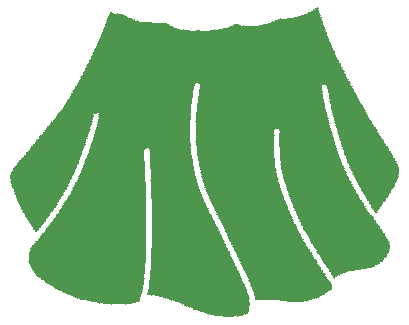
<source format=gbr>
%TF.GenerationSoftware,KiCad,Pcbnew,9.0.2*%
%TF.CreationDate,2025-10-05T19:09:33-07:00*%
%TF.ProjectId,PumpkinPCB,50756d70-6b69-46e5-9043-422e6b696361,rev?*%
%TF.SameCoordinates,Original*%
%TF.FileFunction,Legend,Top*%
%TF.FilePolarity,Positive*%
%FSLAX46Y46*%
G04 Gerber Fmt 4.6, Leading zero omitted, Abs format (unit mm)*
G04 Created by KiCad (PCBNEW 9.0.2) date 2025-10-05 19:09:33*
%MOMM*%
%LPD*%
G01*
G04 APERTURE LIST*
%ADD10C,0.000000*%
G04 APERTURE END LIST*
D10*
G36*
X153299750Y-98891127D02*
G01*
X153267999Y-98891127D01*
X153267999Y-98859376D01*
X153299750Y-98891127D01*
G37*
G36*
X151696376Y-99415003D02*
G01*
X151664625Y-99415003D01*
X151664625Y-99383252D01*
X151696376Y-99415003D01*
G37*
G36*
X135392751Y-99526126D02*
G01*
X135376875Y-99494375D01*
X135408626Y-99494375D01*
X135392751Y-99526126D01*
G37*
G36*
X151283627Y-99526126D02*
G01*
X151267751Y-99494375D01*
X151299502Y-99494375D01*
X151283627Y-99526126D01*
G37*
G36*
X150997876Y-99589627D02*
G01*
X150966125Y-99589627D01*
X150966125Y-99557876D01*
X150997876Y-99589627D01*
G37*
G36*
X149886623Y-99700750D02*
G01*
X149870752Y-99669003D01*
X149902499Y-99669003D01*
X149886623Y-99700750D01*
G37*
G36*
X149775500Y-99764251D02*
G01*
X149743750Y-99764251D01*
X149743750Y-99732500D01*
X149775500Y-99764251D01*
G37*
G36*
X138107375Y-99875377D02*
G01*
X138075627Y-99875377D01*
X138075627Y-99843627D01*
X138107375Y-99875377D01*
G37*
G36*
X135281626Y-99938875D02*
G01*
X135249875Y-99938875D01*
X135249875Y-99907128D01*
X135281626Y-99938875D01*
G37*
G36*
X146235376Y-100113502D02*
G01*
X146203625Y-100097627D01*
X146219501Y-100081752D01*
X146235376Y-100113502D01*
G37*
G36*
X148727749Y-100113502D02*
G01*
X148696002Y-100113502D01*
X148696002Y-100081752D01*
X148727749Y-100113502D01*
G37*
G36*
X140726750Y-100224625D02*
G01*
X140695000Y-100224625D01*
X140695000Y-100192875D01*
X140726750Y-100224625D01*
G37*
G36*
X145521001Y-100399249D02*
G01*
X145505126Y-100367503D01*
X145536876Y-100367503D01*
X145521001Y-100399249D01*
G37*
G36*
X135059376Y-100462750D02*
G01*
X135027626Y-100446875D01*
X135043501Y-100431000D01*
X135059376Y-100462750D01*
G37*
G36*
X141599876Y-100573877D02*
G01*
X141568125Y-100573877D01*
X141568125Y-100542127D01*
X141599876Y-100573877D01*
G37*
G36*
X134932376Y-100812002D02*
G01*
X134900625Y-100812002D01*
X134900625Y-100780252D01*
X134932376Y-100812002D01*
G37*
G36*
X153998249Y-100954876D02*
G01*
X153966499Y-100954876D01*
X153966499Y-100923125D01*
X153998249Y-100954876D01*
G37*
G36*
X134710126Y-101335878D02*
G01*
X134678376Y-101320003D01*
X134694251Y-101304127D01*
X134710126Y-101335878D01*
G37*
G36*
X154347501Y-101827999D02*
G01*
X154315751Y-101827999D01*
X154315751Y-101796253D01*
X154347501Y-101827999D01*
G37*
G36*
X134408500Y-102034378D02*
G01*
X134376752Y-102034378D01*
X134376752Y-102002627D01*
X134408500Y-102034378D01*
G37*
G36*
X134345001Y-102145501D02*
G01*
X134329126Y-102113750D01*
X134360876Y-102113750D01*
X134345001Y-102145501D01*
G37*
G36*
X134170375Y-102494752D02*
G01*
X134154502Y-102463002D01*
X134186250Y-102463002D01*
X134170375Y-102494752D01*
G37*
G36*
X133995751Y-102844000D02*
G01*
X133979876Y-102812250D01*
X134011626Y-102812250D01*
X133995751Y-102844000D01*
G37*
G36*
X155046001Y-103367876D02*
G01*
X155014250Y-103367876D01*
X155014250Y-103336126D01*
X155046001Y-103367876D01*
G37*
G36*
X133011501Y-104828377D02*
G01*
X132979750Y-104828377D01*
X132979750Y-104796626D01*
X133011501Y-104828377D01*
G37*
G36*
X132836877Y-105177625D02*
G01*
X132805126Y-105177625D01*
X132805126Y-105145874D01*
X132836877Y-105177625D01*
G37*
G36*
X142822251Y-105304627D02*
G01*
X142790501Y-105320502D01*
X142790501Y-105288751D01*
X142822251Y-105304627D01*
G37*
G36*
X156093749Y-105352252D02*
G01*
X156061998Y-105352252D01*
X156061998Y-105320502D01*
X156093749Y-105352252D01*
G37*
G36*
X156268376Y-105701500D02*
G01*
X156236626Y-105701500D01*
X156236626Y-105669750D01*
X156268376Y-105701500D01*
G37*
G36*
X143076250Y-105987251D02*
G01*
X143060376Y-105955501D01*
X143092125Y-105955501D01*
X143076250Y-105987251D01*
G37*
G36*
X153649001Y-106019002D02*
G01*
X153617251Y-106019002D01*
X153617251Y-105987251D01*
X153649001Y-106019002D01*
G37*
G36*
X156443000Y-106019002D02*
G01*
X156411250Y-106019002D01*
X156411250Y-105987251D01*
X156443000Y-106019002D01*
G37*
G36*
X132249502Y-106161875D02*
G01*
X132233627Y-106130125D01*
X132265375Y-106130125D01*
X132249502Y-106161875D01*
G37*
G36*
X142647626Y-106177750D02*
G01*
X142615875Y-106193626D01*
X142615875Y-106161875D01*
X142647626Y-106177750D01*
G37*
G36*
X156617624Y-106336499D02*
G01*
X156585874Y-106336499D01*
X156585874Y-106304752D01*
X156617624Y-106336499D01*
G37*
G36*
X132138377Y-106400000D02*
G01*
X132106626Y-106400000D01*
X132106626Y-106368250D01*
X132138377Y-106400000D01*
G37*
G36*
X154220499Y-106892125D02*
G01*
X154204624Y-106860375D01*
X154236374Y-106860375D01*
X154220499Y-106892125D01*
G37*
G36*
X131789125Y-106923876D02*
G01*
X131757377Y-106923876D01*
X131757377Y-106892125D01*
X131789125Y-106923876D01*
G37*
G36*
X157141500Y-107273128D02*
G01*
X157109750Y-107273128D01*
X157109750Y-107241377D01*
X157141500Y-107273128D01*
G37*
G36*
X131392251Y-107447752D02*
G01*
X131360501Y-107431876D01*
X131376376Y-107416001D01*
X131392251Y-107447752D01*
G37*
G36*
X157316124Y-107590625D02*
G01*
X157284374Y-107590625D01*
X157284374Y-107558875D01*
X157316124Y-107590625D01*
G37*
G36*
X131265251Y-107622376D02*
G01*
X131233501Y-107622376D01*
X131233501Y-107590625D01*
X131265251Y-107622376D01*
G37*
G36*
X157490748Y-107908126D02*
G01*
X157459001Y-107908126D01*
X157459001Y-107876376D01*
X157490748Y-107908126D01*
G37*
G36*
X130868376Y-108146251D02*
G01*
X130836627Y-108130376D01*
X130852500Y-108114501D01*
X130868376Y-108146251D01*
G37*
G36*
X130741376Y-108320875D02*
G01*
X130709627Y-108320875D01*
X130709627Y-108289125D01*
X130741376Y-108320875D01*
G37*
G36*
X134583126Y-108320875D02*
G01*
X134551376Y-108320875D01*
X134551376Y-108289125D01*
X134583126Y-108320875D01*
G37*
G36*
X154172873Y-108432002D02*
G01*
X154141127Y-108432002D01*
X154141127Y-108400252D01*
X154172873Y-108432002D01*
G37*
G36*
X157840000Y-108495499D02*
G01*
X157808249Y-108495499D01*
X157808249Y-108463749D01*
X157840000Y-108495499D01*
G37*
G36*
X134091001Y-108527250D02*
G01*
X134059250Y-108527250D01*
X134059250Y-108495499D01*
X134091001Y-108527250D01*
G37*
G36*
X130503251Y-108574876D02*
G01*
X130487375Y-108543125D01*
X130519126Y-108543125D01*
X130503251Y-108574876D01*
G37*
G36*
X134027502Y-108638377D02*
G01*
X134011626Y-108606626D01*
X134043375Y-108606626D01*
X134027502Y-108638377D01*
G37*
G36*
X130328627Y-108781250D02*
G01*
X130312751Y-108749500D01*
X130344502Y-108749500D01*
X130328627Y-108781250D01*
G37*
G36*
X158014624Y-108781250D02*
G01*
X157982873Y-108781250D01*
X157982873Y-108749500D01*
X158014624Y-108781250D01*
G37*
G36*
X130169876Y-109019375D02*
G01*
X130138125Y-109003500D01*
X130154001Y-108987625D01*
X130169876Y-109019375D01*
G37*
G36*
X149632627Y-109051126D02*
G01*
X149600876Y-109051126D01*
X149600876Y-109019375D01*
X149632627Y-109051126D01*
G37*
G36*
X134345001Y-109098751D02*
G01*
X134329126Y-109067001D01*
X134360876Y-109067001D01*
X134345001Y-109098751D01*
G37*
G36*
X130042876Y-109193999D02*
G01*
X130011125Y-109193999D01*
X130011125Y-109162252D01*
X130042876Y-109193999D01*
G37*
G36*
X158363876Y-109336876D02*
G01*
X158332125Y-109336876D01*
X158332125Y-109305126D01*
X158363876Y-109336876D01*
G37*
G36*
X129804751Y-109447999D02*
G01*
X129788876Y-109416249D01*
X129820626Y-109416249D01*
X129804751Y-109447999D01*
G37*
G36*
X129630127Y-109654374D02*
G01*
X129614252Y-109622627D01*
X129646002Y-109622627D01*
X129630127Y-109654374D01*
G37*
G36*
X158713124Y-109892499D02*
G01*
X158681373Y-109892499D01*
X158681373Y-109860752D01*
X158713124Y-109892499D01*
G37*
G36*
X129296751Y-110067127D02*
G01*
X129265002Y-110051251D01*
X129280876Y-110035376D01*
X129296751Y-110067127D01*
G37*
G36*
X154696749Y-110178250D02*
G01*
X154664999Y-110178250D01*
X154664999Y-110146499D01*
X154696749Y-110178250D01*
G37*
G36*
X158887751Y-110178250D02*
G01*
X158856001Y-110178250D01*
X158856001Y-110146499D01*
X158887751Y-110178250D01*
G37*
G36*
X129169751Y-110241751D02*
G01*
X129138002Y-110241751D01*
X129138002Y-110210000D01*
X129169751Y-110241751D01*
G37*
G36*
X159062375Y-110416375D02*
G01*
X159030625Y-110416375D01*
X159030625Y-110384624D01*
X159062375Y-110416375D01*
G37*
G36*
X128931626Y-110495751D02*
G01*
X128915751Y-110464000D01*
X128947501Y-110464000D01*
X128931626Y-110495751D01*
G37*
G36*
X142473000Y-110591002D02*
G01*
X142441251Y-110591002D01*
X142441251Y-110559252D01*
X142473000Y-110591002D01*
G37*
G36*
X133821125Y-110702125D02*
G01*
X133805252Y-110670375D01*
X133837001Y-110670375D01*
X133821125Y-110702125D01*
G37*
G36*
X138885251Y-110733876D02*
G01*
X138869376Y-110702125D01*
X138901127Y-110702125D01*
X138885251Y-110733876D01*
G37*
G36*
X159236999Y-110733876D02*
G01*
X159205249Y-110733876D01*
X159205249Y-110702125D01*
X159236999Y-110733876D01*
G37*
G36*
X154871373Y-110765626D02*
G01*
X154839626Y-110765626D01*
X154839626Y-110733876D01*
X154871373Y-110765626D01*
G37*
G36*
X142901626Y-110797377D02*
G01*
X142885751Y-110765626D01*
X142917501Y-110765626D01*
X142901626Y-110797377D01*
G37*
G36*
X155300001Y-110797377D02*
G01*
X155284126Y-110765626D01*
X155315876Y-110765626D01*
X155300001Y-110797377D01*
G37*
G36*
X128598251Y-110940250D02*
G01*
X128566501Y-110924375D01*
X128582376Y-110908500D01*
X128598251Y-110940250D01*
G37*
G36*
X128471251Y-111114874D02*
G01*
X128439501Y-111114874D01*
X128439501Y-111083124D01*
X128471251Y-111114874D01*
G37*
G36*
X133710000Y-111114874D02*
G01*
X133678252Y-111114874D01*
X133678252Y-111083124D01*
X133710000Y-111114874D01*
G37*
G36*
X133646501Y-111226001D02*
G01*
X133630626Y-111194251D01*
X133662377Y-111194251D01*
X133646501Y-111226001D01*
G37*
G36*
X155046001Y-111257752D02*
G01*
X155014250Y-111257752D01*
X155014250Y-111226001D01*
X155046001Y-111257752D01*
G37*
G36*
X159586251Y-111289502D02*
G01*
X159554501Y-111289502D01*
X159554501Y-111257752D01*
X159586251Y-111289502D01*
G37*
G36*
X128122001Y-111464126D02*
G01*
X128090251Y-111464126D01*
X128090251Y-111432376D01*
X128122001Y-111464126D01*
G37*
G36*
X159760875Y-111575249D02*
G01*
X159729125Y-111575249D01*
X159729125Y-111543502D01*
X159760875Y-111575249D01*
G37*
G36*
X127883876Y-111718126D02*
G01*
X127868001Y-111686376D01*
X127899752Y-111686376D01*
X127883876Y-111718126D01*
G37*
G36*
X142647626Y-111781627D02*
G01*
X142615875Y-111781627D01*
X142615875Y-111749877D01*
X142647626Y-111781627D01*
G37*
G36*
X155220625Y-111781627D02*
G01*
X155188874Y-111781627D01*
X155188874Y-111749877D01*
X155220625Y-111781627D01*
G37*
G36*
X159935499Y-111924501D02*
G01*
X159903749Y-111924501D01*
X159903749Y-111892750D01*
X159935499Y-111924501D01*
G37*
G36*
X149632627Y-112130875D02*
G01*
X149600876Y-112130875D01*
X149600876Y-112099125D01*
X149632627Y-112130875D01*
G37*
G36*
X127550501Y-112162626D02*
G01*
X127518751Y-112146751D01*
X127534627Y-112130875D01*
X127550501Y-112162626D01*
G37*
G36*
X132868625Y-112162626D02*
G01*
X132836877Y-112162626D01*
X132836877Y-112130875D01*
X132868625Y-112162626D01*
G37*
G36*
X155823873Y-112194376D02*
G01*
X155808002Y-112162626D01*
X155839748Y-112162626D01*
X155823873Y-112194376D01*
G37*
G36*
X127360002Y-112448377D02*
G01*
X127344126Y-112416626D01*
X127375876Y-112416626D01*
X127360002Y-112448377D01*
G37*
G36*
X132694001Y-112543624D02*
G01*
X132662251Y-112543624D01*
X132662251Y-112511874D01*
X132694001Y-112543624D01*
G37*
G36*
X133122626Y-112591250D02*
G01*
X133106750Y-112559500D01*
X133138501Y-112559500D01*
X133122626Y-112591250D01*
G37*
G36*
X142822251Y-112654751D02*
G01*
X142790501Y-112654751D01*
X142790501Y-112623001D01*
X142822251Y-112654751D01*
G37*
G36*
X143250876Y-112718252D02*
G01*
X143235000Y-112686502D01*
X143266751Y-112686502D01*
X143250876Y-112718252D01*
G37*
G36*
X160110123Y-112718252D02*
G01*
X160078376Y-112718252D01*
X160078376Y-112686502D01*
X160110123Y-112718252D01*
G37*
G36*
X132948002Y-112972249D02*
G01*
X132932126Y-112940502D01*
X132963877Y-112940502D01*
X132948002Y-112972249D01*
G37*
G36*
X155744501Y-112972249D02*
G01*
X155712750Y-112972249D01*
X155712750Y-112940502D01*
X155744501Y-112972249D01*
G37*
G36*
X149807251Y-113035750D02*
G01*
X149775500Y-113035750D01*
X149775500Y-113003999D01*
X149807251Y-113035750D01*
G37*
G36*
X150235875Y-113067500D02*
G01*
X150220000Y-113035750D01*
X150251750Y-113035750D01*
X150235875Y-113067500D01*
G37*
G36*
X132773376Y-113321500D02*
G01*
X132757500Y-113289750D01*
X132789251Y-113289750D01*
X132773376Y-113321500D01*
G37*
G36*
X155919125Y-113321500D02*
G01*
X155887374Y-113321500D01*
X155887374Y-113289750D01*
X155919125Y-113321500D01*
G37*
G36*
X142996875Y-113353251D02*
G01*
X142965125Y-113353251D01*
X142965125Y-113321500D01*
X142996875Y-113353251D01*
G37*
G36*
X143425500Y-113385001D02*
G01*
X143409626Y-113353251D01*
X143441375Y-113353251D01*
X143425500Y-113385001D01*
G37*
G36*
X138631251Y-113496124D02*
G01*
X138599501Y-113496124D01*
X138599501Y-113464374D01*
X138631251Y-113496124D01*
G37*
G36*
X127185377Y-113559625D02*
G01*
X127169501Y-113527875D01*
X127201251Y-113527875D01*
X127185377Y-113559625D01*
G37*
G36*
X156093749Y-113670752D02*
G01*
X156061998Y-113670752D01*
X156061998Y-113639002D01*
X156093749Y-113670752D01*
G37*
G36*
X149981875Y-113702499D02*
G01*
X149950124Y-113702499D01*
X149950124Y-113670752D01*
X149981875Y-113702499D01*
G37*
G36*
X156697001Y-113940624D02*
G01*
X156681125Y-113908877D01*
X156712876Y-113908877D01*
X156697001Y-113940624D01*
G37*
G36*
X139059875Y-114083501D02*
G01*
X139044000Y-114051751D01*
X139075751Y-114051751D01*
X139059875Y-114083501D01*
G37*
G36*
X150156499Y-114226375D02*
G01*
X150124748Y-114226375D01*
X150124748Y-114194624D01*
X150156499Y-114226375D01*
G37*
G36*
X132249502Y-114369252D02*
G01*
X132233627Y-114337501D01*
X132265375Y-114337501D01*
X132249502Y-114369252D01*
G37*
G36*
X159348126Y-114400999D02*
G01*
X159332251Y-114369252D01*
X159364001Y-114369252D01*
X159348126Y-114400999D01*
G37*
G36*
X143346125Y-114432749D02*
G01*
X143314375Y-114432749D01*
X143314375Y-114400999D01*
X143346125Y-114432749D01*
G37*
G36*
X143774750Y-114464500D02*
G01*
X143758876Y-114432749D01*
X143790625Y-114432749D01*
X143774750Y-114464500D01*
G37*
G36*
X127534627Y-114607377D02*
G01*
X127518751Y-114575626D01*
X127550501Y-114575626D01*
X127534627Y-114607377D01*
G37*
G36*
X131646252Y-114607377D02*
G01*
X131614501Y-114607377D01*
X131614501Y-114575626D01*
X131646252Y-114607377D01*
G37*
G36*
X132138377Y-114607377D02*
G01*
X132106626Y-114607377D01*
X132106626Y-114575626D01*
X132138377Y-114607377D01*
G37*
G36*
X156617624Y-114607377D02*
G01*
X156585874Y-114607377D01*
X156585874Y-114575626D01*
X156617624Y-114607377D01*
G37*
G36*
X132074876Y-114686749D02*
G01*
X132059001Y-114654999D01*
X132090751Y-114654999D01*
X132074876Y-114686749D01*
G37*
G36*
X150331127Y-114718500D02*
G01*
X150299376Y-114718500D01*
X150299376Y-114686749D01*
X150331127Y-114718500D01*
G37*
G36*
X143520751Y-114893124D02*
G01*
X143489001Y-114893124D01*
X143489001Y-114861377D01*
X143520751Y-114893124D01*
G37*
G36*
X158998874Y-114924874D02*
G01*
X158982999Y-114893124D01*
X159014750Y-114893124D01*
X158998874Y-114924874D01*
G37*
G36*
X131916125Y-114956625D02*
G01*
X131884377Y-114940750D01*
X131900252Y-114924874D01*
X131916125Y-114956625D01*
G37*
G36*
X131725626Y-115242376D02*
G01*
X131709751Y-115210625D01*
X131741501Y-115210625D01*
X131725626Y-115242376D01*
G37*
G36*
X144124001Y-115274126D02*
G01*
X144108126Y-115242376D01*
X144139875Y-115242376D01*
X144124001Y-115274126D01*
G37*
G36*
X143695375Y-115274126D02*
G01*
X143663625Y-115274126D01*
X143663625Y-115242376D01*
X143695375Y-115274126D01*
G37*
G36*
X127883876Y-115448750D02*
G01*
X127868001Y-115417000D01*
X127899752Y-115417000D01*
X127883876Y-115448750D01*
G37*
G36*
X158649626Y-115448750D02*
G01*
X158633751Y-115417000D01*
X158665498Y-115417000D01*
X158649626Y-115448750D01*
G37*
G36*
X157141500Y-115448750D02*
G01*
X157109750Y-115448750D01*
X157109750Y-115417000D01*
X157141500Y-115448750D01*
G37*
G36*
X144298625Y-115623374D02*
G01*
X144282750Y-115591624D01*
X144314501Y-115591624D01*
X144298625Y-115623374D01*
G37*
G36*
X143870001Y-115623374D02*
G01*
X143838251Y-115623374D01*
X143838251Y-115591624D01*
X143870001Y-115623374D01*
G37*
G36*
X150680375Y-115623374D02*
G01*
X150648624Y-115623374D01*
X150648624Y-115591624D01*
X150680375Y-115623374D01*
G37*
G36*
X130947752Y-115686875D02*
G01*
X130916001Y-115686875D01*
X130916001Y-115655125D01*
X130947752Y-115686875D01*
G37*
G36*
X131376376Y-115766251D02*
G01*
X131360501Y-115734501D01*
X131392251Y-115734501D01*
X131376376Y-115766251D01*
G37*
G36*
X128058501Y-115798002D02*
G01*
X128042626Y-115766251D01*
X128074377Y-115766251D01*
X128058501Y-115798002D01*
G37*
G36*
X157919376Y-115861499D02*
G01*
X157903501Y-115829749D01*
X157935251Y-115829749D01*
X157919376Y-115861499D01*
G37*
G36*
X157490748Y-115940875D02*
G01*
X157459001Y-115940875D01*
X157459001Y-115909125D01*
X157490748Y-115940875D01*
G37*
G36*
X144473251Y-115972626D02*
G01*
X144457376Y-115940875D01*
X144489125Y-115940875D01*
X144473251Y-115972626D01*
G37*
G36*
X158300375Y-115972626D02*
G01*
X158284499Y-115940875D01*
X158316250Y-115940875D01*
X158300375Y-115972626D01*
G37*
G36*
X144044625Y-116004376D02*
G01*
X144012875Y-116004376D01*
X144012875Y-115972626D01*
X144044625Y-116004376D01*
G37*
G36*
X128233126Y-116147250D02*
G01*
X128217251Y-116115499D01*
X128249002Y-116115499D01*
X128233126Y-116147250D01*
G37*
G36*
X130598502Y-116210751D02*
G01*
X130566752Y-116210751D01*
X130566752Y-116179000D01*
X130598502Y-116210751D01*
G37*
G36*
X131027126Y-116290127D02*
G01*
X131011251Y-116258377D01*
X131043002Y-116258377D01*
X131027126Y-116290127D01*
G37*
G36*
X144647875Y-116321874D02*
G01*
X144632000Y-116290127D01*
X144663750Y-116290127D01*
X144647875Y-116321874D01*
G37*
G36*
X144219251Y-116321874D02*
G01*
X144187500Y-116321874D01*
X144187500Y-116290127D01*
X144219251Y-116321874D01*
G37*
G36*
X151029626Y-116464751D02*
G01*
X150997876Y-116464751D01*
X150997876Y-116433001D01*
X151029626Y-116464751D01*
G37*
G36*
X130868376Y-116528252D02*
G01*
X130836627Y-116512377D01*
X130852500Y-116496502D01*
X130868376Y-116528252D01*
G37*
G36*
X144822501Y-116671126D02*
G01*
X144806626Y-116639375D01*
X144838376Y-116639375D01*
X144822501Y-116671126D01*
G37*
G36*
X144393875Y-116671126D02*
G01*
X144362126Y-116671126D01*
X144362126Y-116639375D01*
X144393875Y-116671126D01*
G37*
G36*
X130217502Y-116702876D02*
G01*
X130201626Y-116671126D01*
X130233377Y-116671126D01*
X130217502Y-116702876D01*
G37*
G36*
X158014624Y-116702876D02*
G01*
X157982873Y-116702876D01*
X157982873Y-116671126D01*
X158014624Y-116702876D01*
G37*
G36*
X130677876Y-116782249D02*
G01*
X130662001Y-116750502D01*
X130693752Y-116750502D01*
X130677876Y-116782249D01*
G37*
G36*
X151204250Y-116845750D02*
G01*
X151172500Y-116845750D01*
X151172500Y-116813999D01*
X151204250Y-116845750D01*
G37*
G36*
X130503251Y-116988627D02*
G01*
X130487375Y-116956876D01*
X130519126Y-116956876D01*
X130503251Y-116988627D01*
G37*
G36*
X128757001Y-117020374D02*
G01*
X128741126Y-116988627D01*
X128772876Y-116988627D01*
X128757001Y-117020374D01*
G37*
G36*
X144997125Y-117020374D02*
G01*
X144981250Y-116988627D01*
X145013000Y-116988627D01*
X144997125Y-117020374D01*
G37*
G36*
X144568501Y-117020374D02*
G01*
X144536750Y-117020374D01*
X144536750Y-116988627D01*
X144568501Y-117020374D01*
G37*
G36*
X130392126Y-117226752D02*
G01*
X130360377Y-117226752D01*
X130360377Y-117195001D01*
X130392126Y-117226752D01*
G37*
G36*
X151378874Y-117226752D02*
G01*
X151347124Y-117226752D01*
X151347124Y-117195001D01*
X151378874Y-117226752D01*
G37*
G36*
X145171749Y-117369625D02*
G01*
X145155874Y-117337875D01*
X145187624Y-117337875D01*
X145171749Y-117369625D01*
G37*
G36*
X129693626Y-117401376D02*
G01*
X129677751Y-117369625D01*
X129709501Y-117369625D01*
X129693626Y-117401376D01*
G37*
G36*
X144743125Y-117401376D02*
G01*
X144711376Y-117401376D01*
X144711376Y-117369625D01*
X144743125Y-117401376D01*
G37*
G36*
X158538500Y-117401376D02*
G01*
X158506749Y-117401376D01*
X158506749Y-117369625D01*
X158538500Y-117401376D01*
G37*
G36*
X130154001Y-117480748D02*
G01*
X130138125Y-117449002D01*
X130169876Y-117449002D01*
X130154001Y-117480748D01*
G37*
G36*
X129106251Y-117544249D02*
G01*
X129090376Y-117512499D01*
X129122126Y-117512499D01*
X129106251Y-117544249D01*
G37*
G36*
X151553498Y-117576000D02*
G01*
X151521752Y-117576000D01*
X151521752Y-117544249D01*
X151553498Y-117576000D01*
G37*
G36*
X145346377Y-117718873D02*
G01*
X145330502Y-117687127D01*
X145362252Y-117687127D01*
X145346377Y-117718873D01*
G37*
G36*
X129280876Y-117750624D02*
G01*
X129265002Y-117718873D01*
X129296751Y-117718873D01*
X129280876Y-117750624D01*
G37*
G36*
X144917749Y-117750624D02*
G01*
X144886000Y-117750624D01*
X144886000Y-117718873D01*
X144917749Y-117750624D01*
G37*
G36*
X151728126Y-117893501D02*
G01*
X151696376Y-117893501D01*
X151696376Y-117861751D01*
X151728126Y-117893501D01*
G37*
G36*
X158887751Y-117893501D02*
G01*
X158856001Y-117893501D01*
X158856001Y-117861751D01*
X158887751Y-117893501D01*
G37*
G36*
X145521001Y-118099876D02*
G01*
X145505126Y-118068125D01*
X145536876Y-118068125D01*
X145521001Y-118099876D01*
G37*
G36*
X129693626Y-118099876D02*
G01*
X129661875Y-118099876D01*
X129661875Y-118068125D01*
X129693626Y-118099876D01*
G37*
G36*
X145092377Y-118099876D02*
G01*
X145060626Y-118099876D01*
X145060626Y-118068125D01*
X145092377Y-118099876D01*
G37*
G36*
X129630127Y-118179252D02*
G01*
X129614252Y-118147501D01*
X129646002Y-118147501D01*
X129630127Y-118179252D01*
G37*
G36*
X151902750Y-118210999D02*
G01*
X151871000Y-118210999D01*
X151871000Y-118179252D01*
X151902750Y-118210999D01*
G37*
G36*
X159062375Y-118210999D02*
G01*
X159030625Y-118210999D01*
X159030625Y-118179252D01*
X159062375Y-118210999D01*
G37*
G36*
X129455501Y-118353876D02*
G01*
X129439627Y-118322125D01*
X129471376Y-118322125D01*
X129455501Y-118353876D01*
G37*
G36*
X145695625Y-118449124D02*
G01*
X145679750Y-118417377D01*
X145711500Y-118417377D01*
X145695625Y-118449124D01*
G37*
G36*
X152505998Y-118480874D02*
G01*
X152490127Y-118449124D01*
X152521874Y-118449124D01*
X152505998Y-118480874D01*
G37*
G36*
X129280876Y-118560250D02*
G01*
X129265002Y-118528500D01*
X129296751Y-118528500D01*
X129280876Y-118560250D01*
G37*
G36*
X159236999Y-118560250D02*
G01*
X159205249Y-118560250D01*
X159205249Y-118528500D01*
X159236999Y-118560250D01*
G37*
G36*
X145870249Y-118798375D02*
G01*
X145854374Y-118766625D01*
X145886124Y-118766625D01*
X145870249Y-118798375D01*
G37*
G36*
X152252002Y-118798375D02*
G01*
X152220251Y-118798375D01*
X152220251Y-118766625D01*
X152252002Y-118798375D01*
G37*
G36*
X139123376Y-118972999D02*
G01*
X139091626Y-118972999D01*
X139091626Y-118941249D01*
X139123376Y-118972999D01*
G37*
G36*
X128931626Y-119052376D02*
G01*
X128915751Y-119020625D01*
X128947501Y-119020625D01*
X128931626Y-119052376D01*
G37*
G36*
X152426626Y-119115877D02*
G01*
X152394875Y-119115877D01*
X152394875Y-119084126D01*
X152426626Y-119115877D01*
G37*
G36*
X146044877Y-119179374D02*
G01*
X146029001Y-119147623D01*
X146060752Y-119147623D01*
X146044877Y-119179374D01*
G37*
G36*
X128757001Y-119401624D02*
G01*
X128741126Y-119369877D01*
X128772876Y-119369877D01*
X128757001Y-119401624D01*
G37*
G36*
X146219501Y-119528626D02*
G01*
X146203625Y-119496875D01*
X146235376Y-119496875D01*
X146219501Y-119528626D01*
G37*
G36*
X152775874Y-119671499D02*
G01*
X152744123Y-119671499D01*
X152744123Y-119639749D01*
X152775874Y-119671499D01*
G37*
G36*
X139059875Y-119782626D02*
G01*
X139044000Y-119750875D01*
X139075751Y-119750875D01*
X139059875Y-119782626D01*
G37*
G36*
X158998874Y-119814376D02*
G01*
X158982999Y-119782626D01*
X159014750Y-119782626D01*
X158998874Y-119814376D01*
G37*
G36*
X153379126Y-119877874D02*
G01*
X153363251Y-119846127D01*
X153395001Y-119846127D01*
X153379126Y-119877874D01*
G37*
G36*
X152950502Y-119957250D02*
G01*
X152918751Y-119957250D01*
X152918751Y-119925499D01*
X152950502Y-119957250D01*
G37*
G36*
X153125126Y-120195375D02*
G01*
X153093375Y-120195375D01*
X153093375Y-120163624D01*
X153125126Y-120195375D01*
G37*
G36*
X153299750Y-120481126D02*
G01*
X153267999Y-120481126D01*
X153267999Y-120449375D01*
X153299750Y-120481126D01*
G37*
G36*
X146314752Y-120655750D02*
G01*
X146283002Y-120655750D01*
X146283002Y-120623999D01*
X146314752Y-120655750D01*
G37*
G36*
X146346499Y-120719251D02*
G01*
X146314752Y-120719251D01*
X146314752Y-120687500D01*
X146346499Y-120719251D01*
G37*
G36*
X128931626Y-120862124D02*
G01*
X128915751Y-120830374D01*
X128947501Y-120830374D01*
X128931626Y-120862124D01*
G37*
G36*
X138567750Y-120862124D02*
G01*
X138551875Y-120830374D01*
X138583625Y-120830374D01*
X138567750Y-120862124D01*
G37*
G36*
X146489376Y-121036752D02*
G01*
X146457626Y-121036752D01*
X146457626Y-121005001D01*
X146489376Y-121036752D01*
G37*
G36*
X153649001Y-121036752D02*
G01*
X153617251Y-121036752D01*
X153617251Y-121005001D01*
X153649001Y-121036752D01*
G37*
G36*
X155506376Y-121211376D02*
G01*
X155490500Y-121179625D01*
X155522251Y-121179625D01*
X155506376Y-121211376D01*
G37*
G36*
X154252250Y-121274877D02*
G01*
X154236374Y-121243126D01*
X154268125Y-121243126D01*
X154252250Y-121274877D01*
G37*
G36*
X146664000Y-121386000D02*
G01*
X146632250Y-121386000D01*
X146632250Y-121354249D01*
X146664000Y-121386000D01*
G37*
G36*
X153998249Y-121560624D02*
G01*
X153966499Y-121560624D01*
X153966499Y-121528873D01*
X153998249Y-121560624D01*
G37*
G36*
X154696749Y-121624125D02*
G01*
X154664999Y-121624125D01*
X154664999Y-121592374D01*
X154696749Y-121624125D01*
G37*
G36*
X147267252Y-121766998D02*
G01*
X147251377Y-121735252D01*
X147283124Y-121735252D01*
X147267252Y-121766998D01*
G37*
G36*
X138948750Y-121766998D02*
G01*
X138917000Y-121766998D01*
X138917000Y-121735252D01*
X138948750Y-121766998D01*
G37*
G36*
X146838624Y-121766998D02*
G01*
X146806874Y-121766998D01*
X146806874Y-121735252D01*
X146838624Y-121766998D01*
G37*
G36*
X138885251Y-122052749D02*
G01*
X138869376Y-122020999D01*
X138901127Y-122020999D01*
X138885251Y-122052749D01*
G37*
G36*
X154347501Y-122116250D02*
G01*
X154315751Y-122116250D01*
X154315751Y-122084500D01*
X154347501Y-122116250D01*
G37*
G36*
X147441876Y-122148001D02*
G01*
X147426001Y-122116250D01*
X147457751Y-122116250D01*
X147441876Y-122148001D01*
G37*
G36*
X130503251Y-122259124D02*
G01*
X130487375Y-122227373D01*
X130519126Y-122227373D01*
X130503251Y-122259124D01*
G37*
G36*
X138393126Y-122433751D02*
G01*
X138377251Y-122402001D01*
X138409001Y-122402001D01*
X138393126Y-122433751D01*
G37*
G36*
X130852500Y-122465498D02*
G01*
X130836627Y-122433751D01*
X130868376Y-122433751D01*
X130852500Y-122465498D01*
G37*
G36*
X147187876Y-122576625D02*
G01*
X147156125Y-122576625D01*
X147156125Y-122544874D01*
X147187876Y-122576625D01*
G37*
G36*
X154347501Y-122592500D02*
G01*
X154315751Y-122608375D01*
X154315751Y-122576625D01*
X154347501Y-122592500D01*
G37*
G36*
X147219626Y-122640126D02*
G01*
X147187876Y-122640126D01*
X147187876Y-122608375D01*
X147219626Y-122640126D01*
G37*
G36*
X154109376Y-122782999D02*
G01*
X154093501Y-122751249D01*
X154125251Y-122751249D01*
X154109376Y-122782999D01*
G37*
G36*
X153934748Y-122925877D02*
G01*
X153918873Y-122894126D01*
X153950624Y-122894126D01*
X153934748Y-122925877D01*
G37*
G36*
X147362500Y-123100501D02*
G01*
X147330749Y-123100501D01*
X147330749Y-123068750D01*
X147362500Y-123100501D01*
G37*
G36*
X132249502Y-123164002D02*
G01*
X132233627Y-123132251D01*
X132265375Y-123132251D01*
X132249502Y-123164002D01*
G37*
G36*
X147791124Y-123164002D02*
G01*
X147775249Y-123132251D01*
X147806999Y-123132251D01*
X147791124Y-123164002D01*
G37*
G36*
X139583751Y-123195748D02*
G01*
X139567876Y-123164002D01*
X139599626Y-123164002D01*
X139583751Y-123195748D01*
G37*
G36*
X153474374Y-123195748D02*
G01*
X153442627Y-123195748D01*
X153442627Y-123164002D01*
X153474374Y-123195748D01*
G37*
G36*
X153236249Y-123306875D02*
G01*
X153220373Y-123275125D01*
X153252124Y-123275125D01*
X153236249Y-123306875D01*
G37*
G36*
X140282251Y-123370376D02*
G01*
X140266376Y-123338626D01*
X140298126Y-123338626D01*
X140282251Y-123370376D01*
G37*
G36*
X152775874Y-123465624D02*
G01*
X152744123Y-123481499D01*
X152744123Y-123449749D01*
X152775874Y-123465624D01*
G37*
G36*
X133297251Y-123513250D02*
G01*
X133281376Y-123481499D01*
X133313127Y-123481499D01*
X133297251Y-123513250D01*
G37*
G36*
X140806127Y-123545000D02*
G01*
X140790251Y-123513250D01*
X140822000Y-123513250D01*
X140806127Y-123545000D01*
G37*
G36*
X149711999Y-123545000D02*
G01*
X149696124Y-123513250D01*
X149727875Y-123513250D01*
X149711999Y-123545000D01*
G37*
G36*
X152013877Y-123656123D02*
G01*
X151998002Y-123624376D01*
X152029748Y-123624376D01*
X152013877Y-123656123D01*
G37*
G36*
X141155376Y-123687874D02*
G01*
X141139501Y-123656123D01*
X141171250Y-123656123D01*
X141155376Y-123687874D01*
G37*
G36*
X137694626Y-123799000D02*
G01*
X137678751Y-123767250D01*
X137710502Y-123767250D01*
X137694626Y-123799000D01*
G37*
G36*
X143219125Y-124497500D02*
G01*
X143203250Y-124465750D01*
X143235000Y-124465750D01*
X143219125Y-124497500D01*
G37*
G36*
X147187876Y-124656249D02*
G01*
X147156125Y-124672124D01*
X147156125Y-124640374D01*
X147187876Y-124656249D01*
G37*
G36*
X147124375Y-124703875D02*
G01*
X147108500Y-124672124D01*
X147140250Y-124672124D01*
X147124375Y-124703875D01*
G37*
G36*
X146600499Y-124878499D02*
G01*
X146584624Y-124846748D01*
X146616374Y-124846748D01*
X146600499Y-124878499D01*
G37*
G36*
X144822501Y-124910249D02*
G01*
X144806626Y-124878499D01*
X144838376Y-124878499D01*
X144822501Y-124910249D01*
G37*
G36*
X146140124Y-124942000D02*
G01*
X146108374Y-124942000D01*
X146108374Y-124910249D01*
X146140124Y-124942000D01*
G37*
G36*
X153013999Y-98827626D02*
G01*
X152982248Y-98827626D01*
X152982248Y-98795875D01*
X153013999Y-98795875D01*
X153013999Y-98827626D01*
G37*
G36*
X152950502Y-98859376D02*
G01*
X152918751Y-98859376D01*
X152918751Y-98827626D01*
X152950502Y-98827626D01*
X152950502Y-98859376D01*
G37*
G36*
X152839375Y-98891127D02*
G01*
X152807624Y-98891127D01*
X152807624Y-98859376D01*
X152839375Y-98859376D01*
X152839375Y-98891127D01*
G37*
G36*
X152633000Y-99002250D02*
G01*
X152601250Y-99002250D01*
X152601250Y-98970499D01*
X152633000Y-98970499D01*
X152633000Y-99002250D01*
G37*
G36*
X152601250Y-99034000D02*
G01*
X152569499Y-99034000D01*
X152569499Y-99002250D01*
X152601250Y-99002250D01*
X152601250Y-99034000D01*
G37*
G36*
X153331500Y-99034000D02*
G01*
X153299750Y-99034000D01*
X153299750Y-99002250D01*
X153331500Y-99002250D01*
X153331500Y-99034000D01*
G37*
G36*
X152537749Y-99065751D02*
G01*
X152490127Y-99049876D01*
X152505998Y-99034000D01*
X152537749Y-99065751D01*
G37*
G36*
X135551501Y-99176878D02*
G01*
X135519751Y-99176878D01*
X135519751Y-99145127D01*
X135551501Y-99145127D01*
X135551501Y-99176878D01*
G37*
G36*
X135900751Y-99176878D02*
G01*
X135869001Y-99176878D01*
X135869001Y-99145127D01*
X135900751Y-99145127D01*
X135900751Y-99176878D01*
G37*
G36*
X152283749Y-99176878D02*
G01*
X152252002Y-99176878D01*
X152252002Y-99145127D01*
X152283749Y-99145127D01*
X152283749Y-99176878D01*
G37*
G36*
X152252002Y-99208624D02*
G01*
X152220251Y-99208624D01*
X152220251Y-99176878D01*
X152252002Y-99176878D01*
X152252002Y-99208624D01*
G37*
G36*
X136011876Y-99208624D02*
G01*
X135964250Y-99192753D01*
X135980126Y-99176878D01*
X136011876Y-99208624D01*
G37*
G36*
X136250001Y-99240375D02*
G01*
X136218251Y-99240375D01*
X136218251Y-99208624D01*
X136250001Y-99208624D01*
X136250001Y-99240375D01*
G37*
G36*
X152140875Y-99240375D02*
G01*
X152109125Y-99240375D01*
X152109125Y-99208624D01*
X152140875Y-99208624D01*
X152140875Y-99240375D01*
G37*
G36*
X153395001Y-99240375D02*
G01*
X153363251Y-99240375D01*
X153363251Y-99208624D01*
X153395001Y-99208624D01*
X153395001Y-99240375D01*
G37*
G36*
X135488000Y-99351502D02*
G01*
X135456252Y-99351502D01*
X135456252Y-99319751D01*
X135488000Y-99319751D01*
X135488000Y-99351502D01*
G37*
G36*
X136805625Y-99351502D02*
G01*
X136773875Y-99351502D01*
X136773875Y-99319751D01*
X136805625Y-99319751D01*
X136805625Y-99351502D01*
G37*
G36*
X151902750Y-99351502D02*
G01*
X151871000Y-99351502D01*
X151871000Y-99319751D01*
X151902750Y-99319751D01*
X151902750Y-99351502D01*
G37*
G36*
X151791623Y-99383252D02*
G01*
X151759877Y-99383252D01*
X151759877Y-99351502D01*
X151791623Y-99351502D01*
X151791623Y-99383252D01*
G37*
G36*
X136885002Y-99383252D02*
G01*
X136837376Y-99367377D01*
X136853251Y-99351502D01*
X136885002Y-99383252D01*
G37*
G36*
X136948501Y-99415003D02*
G01*
X136916750Y-99415003D01*
X136916750Y-99383252D01*
X136948501Y-99383252D01*
X136948501Y-99415003D01*
G37*
G36*
X135456252Y-99446749D02*
G01*
X135424501Y-99462625D01*
X135424501Y-99415003D01*
X135456252Y-99446749D01*
G37*
G36*
X137123127Y-99526126D02*
G01*
X137091376Y-99526126D01*
X137091376Y-99494375D01*
X137123127Y-99494375D01*
X137123127Y-99526126D01*
G37*
G36*
X137186626Y-99557876D02*
G01*
X137154875Y-99557876D01*
X137154875Y-99526126D01*
X137186626Y-99526126D01*
X137186626Y-99557876D01*
G37*
G36*
X151172500Y-99557876D02*
G01*
X151140749Y-99557876D01*
X151140749Y-99526126D01*
X151172500Y-99526126D01*
X151172500Y-99557876D01*
G37*
G36*
X137297751Y-99589627D02*
G01*
X137266000Y-99589627D01*
X137266000Y-99557876D01*
X137297751Y-99557876D01*
X137297751Y-99589627D01*
G37*
G36*
X153506124Y-99589627D02*
G01*
X153474374Y-99589627D01*
X153474374Y-99557876D01*
X153506124Y-99557876D01*
X153506124Y-99589627D01*
G37*
G36*
X149981875Y-99669003D02*
G01*
X149950124Y-99669003D01*
X149950124Y-99637252D01*
X149981875Y-99637252D01*
X149981875Y-99669003D01*
G37*
G36*
X137504125Y-99700750D02*
G01*
X137472377Y-99700750D01*
X137472377Y-99669003D01*
X137504125Y-99669003D01*
X137504125Y-99700750D01*
G37*
G36*
X135345127Y-99732500D02*
G01*
X135313376Y-99732500D01*
X135313376Y-99700750D01*
X135345127Y-99700750D01*
X135345127Y-99732500D01*
G37*
G36*
X149839001Y-99732500D02*
G01*
X149807251Y-99732500D01*
X149807251Y-99700750D01*
X149839001Y-99700750D01*
X149839001Y-99732500D01*
G37*
G36*
X153537875Y-99732500D02*
G01*
X153506124Y-99732500D01*
X153506124Y-99700750D01*
X153537875Y-99700750D01*
X153537875Y-99732500D01*
G37*
G36*
X137583501Y-99732500D02*
G01*
X137535876Y-99716625D01*
X137551751Y-99700750D01*
X137583501Y-99732500D01*
G37*
G36*
X137678751Y-99764251D02*
G01*
X137647001Y-99764251D01*
X137647001Y-99732500D01*
X137678751Y-99732500D01*
X137678751Y-99764251D01*
G37*
G36*
X137758125Y-99796001D02*
G01*
X137726375Y-99811876D01*
X137726375Y-99764251D01*
X137758125Y-99796001D01*
G37*
G36*
X135313376Y-99843627D02*
G01*
X135281626Y-99843627D01*
X135281626Y-99811876D01*
X135313376Y-99811876D01*
X135313376Y-99843627D01*
G37*
G36*
X153569625Y-99843627D02*
G01*
X153537875Y-99843627D01*
X153537875Y-99811876D01*
X153569625Y-99811876D01*
X153569625Y-99843627D01*
G37*
G36*
X149489750Y-99875377D02*
G01*
X149457999Y-99875377D01*
X149457999Y-99843627D01*
X149489750Y-99843627D01*
X149489750Y-99875377D01*
G37*
G36*
X138409001Y-99907128D02*
G01*
X138377251Y-99907128D01*
X138377251Y-99875377D01*
X138409001Y-99875377D01*
X138409001Y-99907128D01*
G37*
G36*
X149378627Y-99907128D02*
G01*
X149346876Y-99907128D01*
X149346876Y-99875377D01*
X149378627Y-99875377D01*
X149378627Y-99907128D01*
G37*
G36*
X149315126Y-99938875D02*
G01*
X149283375Y-99938875D01*
X149283375Y-99907128D01*
X149315126Y-99907128D01*
X149315126Y-99938875D01*
G37*
G36*
X138805875Y-99938875D02*
G01*
X138758251Y-99922999D01*
X138774126Y-99907128D01*
X138805875Y-99938875D01*
G37*
G36*
X139155125Y-99970625D02*
G01*
X139123376Y-99986500D01*
X139123376Y-99938875D01*
X139155125Y-99970625D01*
G37*
G36*
X140472750Y-100050001D02*
G01*
X140441001Y-100050001D01*
X140441001Y-100018251D01*
X140472750Y-100018251D01*
X140472750Y-100050001D01*
G37*
G36*
X148934127Y-100050001D02*
G01*
X148902377Y-100050001D01*
X148902377Y-100018251D01*
X148934127Y-100018251D01*
X148934127Y-100050001D01*
G37*
G36*
X140504501Y-100081752D02*
G01*
X140472750Y-100081752D01*
X140472750Y-100050001D01*
X140504501Y-100050001D01*
X140504501Y-100081752D01*
G37*
G36*
X148823000Y-100081752D02*
G01*
X148791250Y-100081752D01*
X148791250Y-100050001D01*
X148823000Y-100050001D01*
X148823000Y-100081752D01*
G37*
G36*
X135202251Y-100113502D02*
G01*
X135170501Y-100113502D01*
X135170501Y-100081752D01*
X135202251Y-100081752D01*
X135202251Y-100113502D01*
G37*
G36*
X140583875Y-100113502D02*
G01*
X140552126Y-100113502D01*
X140552126Y-100081752D01*
X140583875Y-100081752D01*
X140583875Y-100113502D01*
G37*
G36*
X146410000Y-100113502D02*
G01*
X146378249Y-100113502D01*
X146378249Y-100081752D01*
X146410000Y-100081752D01*
X146410000Y-100113502D01*
G37*
G36*
X153680748Y-100113502D02*
G01*
X153649001Y-100113502D01*
X153649001Y-100081752D01*
X153680748Y-100081752D01*
X153680748Y-100113502D01*
G37*
G36*
X135170501Y-100192875D02*
G01*
X135138750Y-100192875D01*
X135138750Y-100161124D01*
X135170501Y-100161124D01*
X135170501Y-100192875D01*
G37*
G36*
X140647376Y-100192875D02*
G01*
X140615625Y-100192875D01*
X140615625Y-100161124D01*
X140647376Y-100161124D01*
X140647376Y-100192875D01*
G37*
G36*
X146029001Y-100224625D02*
G01*
X145997251Y-100224625D01*
X145997251Y-100192875D01*
X146029001Y-100192875D01*
X146029001Y-100224625D01*
G37*
G36*
X146727501Y-100224625D02*
G01*
X146695751Y-100224625D01*
X146695751Y-100192875D01*
X146727501Y-100192875D01*
X146727501Y-100224625D01*
G37*
G36*
X148235624Y-100224625D02*
G01*
X148203877Y-100224625D01*
X148203877Y-100192875D01*
X148235624Y-100192875D01*
X148235624Y-100224625D01*
G37*
G36*
X153712499Y-100224625D02*
G01*
X153680748Y-100224625D01*
X153680748Y-100192875D01*
X153712499Y-100192875D01*
X153712499Y-100224625D01*
G37*
G36*
X140790251Y-100256376D02*
G01*
X140758501Y-100256376D01*
X140758501Y-100224625D01*
X140790251Y-100224625D01*
X140790251Y-100256376D01*
G37*
G36*
X145933750Y-100256376D02*
G01*
X145901999Y-100256376D01*
X145901999Y-100224625D01*
X145933750Y-100224625D01*
X145933750Y-100256376D01*
G37*
G36*
X146902125Y-100256376D02*
G01*
X146870375Y-100256376D01*
X146870375Y-100224625D01*
X146902125Y-100224625D01*
X146902125Y-100256376D01*
G37*
G36*
X148061000Y-100256376D02*
G01*
X148029249Y-100256376D01*
X148029249Y-100224625D01*
X148061000Y-100224625D01*
X148061000Y-100256376D01*
G37*
G36*
X135138750Y-100288126D02*
G01*
X135107002Y-100288126D01*
X135107002Y-100256376D01*
X135138750Y-100256376D01*
X135138750Y-100288126D01*
G37*
G36*
X140853750Y-100288126D02*
G01*
X140822000Y-100288126D01*
X140822000Y-100256376D01*
X140853750Y-100256376D01*
X140853750Y-100288126D01*
G37*
G36*
X145854374Y-100288126D02*
G01*
X145822627Y-100288126D01*
X145822627Y-100256376D01*
X145854374Y-100256376D01*
X145854374Y-100288126D01*
G37*
G36*
X147076749Y-100288126D02*
G01*
X147044999Y-100288126D01*
X147044999Y-100256376D01*
X147076749Y-100256376D01*
X147076749Y-100288126D01*
G37*
G36*
X147822875Y-100288126D02*
G01*
X147775249Y-100272251D01*
X147791124Y-100256376D01*
X147822875Y-100288126D01*
G37*
G36*
X140901376Y-100319877D02*
G01*
X140869626Y-100335752D01*
X140869626Y-100288126D01*
X140901376Y-100319877D01*
G37*
G36*
X141028376Y-100399249D02*
G01*
X140996626Y-100399249D01*
X140996626Y-100367503D01*
X141028376Y-100367503D01*
X141028376Y-100399249D01*
G37*
G36*
X141107751Y-100431000D02*
G01*
X141076000Y-100431000D01*
X141076000Y-100399249D01*
X141107751Y-100399249D01*
X141107751Y-100431000D01*
G37*
G36*
X145441625Y-100431000D02*
G01*
X145409874Y-100431000D01*
X145409874Y-100399249D01*
X145441625Y-100399249D01*
X145441625Y-100431000D01*
G37*
G36*
X141203000Y-100462750D02*
G01*
X141171250Y-100462750D01*
X141171250Y-100431000D01*
X141203000Y-100431000D01*
X141203000Y-100462750D01*
G37*
G36*
X145298751Y-100462750D02*
G01*
X145267001Y-100462750D01*
X145267001Y-100431000D01*
X145298751Y-100431000D01*
X145298751Y-100462750D01*
G37*
G36*
X135027626Y-100573877D02*
G01*
X134995875Y-100573877D01*
X134995875Y-100542127D01*
X135027626Y-100542127D01*
X135027626Y-100573877D01*
G37*
G36*
X144743125Y-100573877D02*
G01*
X144711376Y-100573877D01*
X144711376Y-100542127D01*
X144743125Y-100542127D01*
X144743125Y-100573877D01*
G37*
G36*
X141838001Y-100605628D02*
G01*
X141806250Y-100605628D01*
X141806250Y-100573877D01*
X141838001Y-100573877D01*
X141838001Y-100605628D01*
G37*
G36*
X144457376Y-100605628D02*
G01*
X144425625Y-100605628D01*
X144425625Y-100573877D01*
X144457376Y-100573877D01*
X144457376Y-100605628D01*
G37*
G36*
X153855376Y-100605628D02*
G01*
X153823625Y-100605628D01*
X153823625Y-100573877D01*
X153855376Y-100573877D01*
X153855376Y-100605628D01*
G37*
G36*
X134995875Y-100637374D02*
G01*
X134964126Y-100637374D01*
X134964126Y-100605628D01*
X134995875Y-100605628D01*
X134995875Y-100637374D01*
G37*
G36*
X142361875Y-100637374D02*
G01*
X142330126Y-100637374D01*
X142330126Y-100605628D01*
X142361875Y-100605628D01*
X142361875Y-100637374D01*
G37*
G36*
X142885751Y-100637374D02*
G01*
X142854000Y-100637374D01*
X142854000Y-100605628D01*
X142885751Y-100605628D01*
X142885751Y-100637374D01*
G37*
G36*
X143203250Y-100637374D02*
G01*
X143171501Y-100637374D01*
X143171501Y-100605628D01*
X143203250Y-100605628D01*
X143203250Y-100637374D01*
G37*
G36*
X144076376Y-100637374D02*
G01*
X144044625Y-100637374D01*
X144044625Y-100605628D01*
X144076376Y-100605628D01*
X144076376Y-100637374D01*
G37*
G36*
X134964126Y-100748501D02*
G01*
X134932376Y-100748501D01*
X134932376Y-100716751D01*
X134964126Y-100716751D01*
X134964126Y-100748501D01*
G37*
G36*
X153918873Y-100780252D02*
G01*
X153887126Y-100780252D01*
X153887126Y-100748501D01*
X153918873Y-100748501D01*
X153918873Y-100780252D01*
G37*
G36*
X134853002Y-100986626D02*
G01*
X134821251Y-100986626D01*
X134821251Y-100954876D01*
X134853002Y-100954876D01*
X134853002Y-100986626D01*
G37*
G36*
X134821251Y-101097753D02*
G01*
X134789501Y-101097753D01*
X134789501Y-101066002D01*
X134821251Y-101066002D01*
X134821251Y-101097753D01*
G37*
G36*
X134789501Y-101161250D02*
G01*
X134757750Y-101161250D01*
X134757750Y-101129500D01*
X134789501Y-101129500D01*
X134789501Y-101161250D01*
G37*
G36*
X154061750Y-101161250D02*
G01*
X154030000Y-101161250D01*
X154030000Y-101129500D01*
X154061750Y-101129500D01*
X154061750Y-101161250D01*
G37*
G36*
X154093501Y-101240626D02*
G01*
X154061750Y-101240626D01*
X154061750Y-101208876D01*
X154093501Y-101208876D01*
X154093501Y-101240626D01*
G37*
G36*
X134646625Y-101478751D02*
G01*
X134614877Y-101478751D01*
X134614877Y-101447001D01*
X134646625Y-101447001D01*
X134646625Y-101478751D01*
G37*
G36*
X154204624Y-101478751D02*
G01*
X154172873Y-101478751D01*
X154172873Y-101447001D01*
X154204624Y-101447001D01*
X154204624Y-101478751D01*
G37*
G36*
X134614877Y-101589874D02*
G01*
X134583126Y-101589874D01*
X134583126Y-101558128D01*
X134614877Y-101558128D01*
X134614877Y-101589874D01*
G37*
G36*
X154268125Y-101653375D02*
G01*
X154236374Y-101653375D01*
X154236374Y-101621625D01*
X154268125Y-101621625D01*
X154268125Y-101653375D01*
G37*
G36*
X134503752Y-101827999D02*
G01*
X134472001Y-101827999D01*
X134472001Y-101796253D01*
X134503752Y-101796253D01*
X134503752Y-101827999D01*
G37*
G36*
X134440251Y-101970877D02*
G01*
X134408500Y-101970877D01*
X134408500Y-101939126D01*
X134440251Y-101939126D01*
X134440251Y-101970877D01*
G37*
G36*
X154410998Y-102002627D02*
G01*
X154379252Y-102002627D01*
X154379252Y-101970877D01*
X154410998Y-101970877D01*
X154410998Y-102002627D01*
G37*
G36*
X134329126Y-102177251D02*
G01*
X134297375Y-102177251D01*
X134297375Y-102145501D01*
X134329126Y-102145501D01*
X134329126Y-102177251D01*
G37*
G36*
X134297375Y-102288378D02*
G01*
X134265627Y-102288378D01*
X134265627Y-102256627D01*
X134297375Y-102256627D01*
X134297375Y-102288378D01*
G37*
G36*
X154553876Y-102320125D02*
G01*
X154522125Y-102320125D01*
X154522125Y-102288378D01*
X154553876Y-102288378D01*
X154553876Y-102320125D01*
G37*
G36*
X134265627Y-102351875D02*
G01*
X134233876Y-102351875D01*
X134233876Y-102320125D01*
X134265627Y-102320125D01*
X134265627Y-102351875D01*
G37*
G36*
X154585626Y-102383626D02*
G01*
X154553876Y-102383626D01*
X154553876Y-102351875D01*
X154585626Y-102351875D01*
X154585626Y-102383626D01*
G37*
G36*
X154617377Y-102463002D02*
G01*
X154585626Y-102463002D01*
X154585626Y-102431251D01*
X154617377Y-102431251D01*
X154617377Y-102463002D01*
G37*
G36*
X134122751Y-102637626D02*
G01*
X134091001Y-102637626D01*
X134091001Y-102605875D01*
X134122751Y-102605875D01*
X134122751Y-102637626D01*
G37*
G36*
X134091001Y-102701127D02*
G01*
X134059250Y-102701127D01*
X134059250Y-102669376D01*
X134091001Y-102669376D01*
X134091001Y-102701127D01*
G37*
G36*
X154728500Y-102701127D02*
G01*
X154696749Y-102701127D01*
X154696749Y-102669376D01*
X154728500Y-102669376D01*
X154728500Y-102701127D01*
G37*
G36*
X154792001Y-102844000D02*
G01*
X154760250Y-102844000D01*
X154760250Y-102812250D01*
X154792001Y-102812250D01*
X154792001Y-102844000D01*
G37*
G36*
X133979876Y-102907501D02*
G01*
X133948125Y-102907501D01*
X133948125Y-102875751D01*
X133979876Y-102875751D01*
X133979876Y-102907501D01*
G37*
G36*
X133948125Y-103018624D02*
G01*
X133916377Y-103018624D01*
X133916377Y-102986878D01*
X133948125Y-102986878D01*
X133948125Y-103018624D01*
G37*
G36*
X133916377Y-103050375D02*
G01*
X133884626Y-103050375D01*
X133884626Y-103018624D01*
X133916377Y-103018624D01*
X133916377Y-103050375D01*
G37*
G36*
X154903124Y-103050375D02*
G01*
X154871373Y-103050375D01*
X154871373Y-103018624D01*
X154903124Y-103018624D01*
X154903124Y-103050375D01*
G37*
G36*
X133837001Y-103225003D02*
G01*
X133805252Y-103225003D01*
X133805252Y-103193252D01*
X133837001Y-103193252D01*
X133837001Y-103225003D01*
G37*
G36*
X154966625Y-103225003D02*
G01*
X154934874Y-103225003D01*
X154934874Y-103193252D01*
X154966625Y-103193252D01*
X154966625Y-103225003D01*
G37*
G36*
X133773501Y-103367876D02*
G01*
X133741751Y-103367876D01*
X133741751Y-103336126D01*
X133773501Y-103336126D01*
X133773501Y-103367876D01*
G37*
G36*
X155077751Y-103399627D02*
G01*
X155046001Y-103399627D01*
X155046001Y-103367876D01*
X155077751Y-103367876D01*
X155077751Y-103399627D01*
G37*
G36*
X133741751Y-103431377D02*
G01*
X133710000Y-103431377D01*
X133710000Y-103399627D01*
X133741751Y-103399627D01*
X133741751Y-103431377D01*
G37*
G36*
X155141249Y-103542500D02*
G01*
X155109498Y-103542500D01*
X155109498Y-103510750D01*
X155141249Y-103510750D01*
X155141249Y-103542500D01*
G37*
G36*
X133662377Y-103574251D02*
G01*
X133630626Y-103574251D01*
X133630626Y-103542500D01*
X133662377Y-103542500D01*
X133662377Y-103574251D01*
G37*
G36*
X133598876Y-103717124D02*
G01*
X133567127Y-103717124D01*
X133567127Y-103685377D01*
X133598876Y-103685377D01*
X133598876Y-103717124D01*
G37*
G36*
X155252375Y-103748875D02*
G01*
X155220625Y-103748875D01*
X155220625Y-103717124D01*
X155252375Y-103717124D01*
X155252375Y-103748875D01*
G37*
G36*
X133567127Y-103780625D02*
G01*
X133535376Y-103780625D01*
X133535376Y-103748875D01*
X133567127Y-103748875D01*
X133567127Y-103780625D01*
G37*
G36*
X133487751Y-103923502D02*
G01*
X133456000Y-103923502D01*
X133456000Y-103891752D01*
X133487751Y-103891752D01*
X133487751Y-103923502D01*
G37*
G36*
X155315876Y-103923502D02*
G01*
X155284126Y-103923502D01*
X155284126Y-103891752D01*
X155315876Y-103891752D01*
X155315876Y-103923502D01*
G37*
G36*
X133424252Y-104066376D02*
G01*
X133392501Y-104066376D01*
X133392501Y-104034625D01*
X133424252Y-104034625D01*
X133424252Y-104066376D01*
G37*
G36*
X155426999Y-104098126D02*
G01*
X155395249Y-104098126D01*
X155395249Y-104066376D01*
X155426999Y-104066376D01*
X155426999Y-104098126D01*
G37*
G36*
X133392501Y-104129877D02*
G01*
X133360751Y-104129877D01*
X133360751Y-104098126D01*
X133392501Y-104098126D01*
X133392501Y-104129877D01*
G37*
G36*
X155490500Y-104241000D02*
G01*
X155458750Y-104241000D01*
X155458750Y-104209249D01*
X155490500Y-104209249D01*
X155490500Y-104241000D01*
G37*
G36*
X133313127Y-104272750D02*
G01*
X133281376Y-104272750D01*
X133281376Y-104241000D01*
X133313127Y-104241000D01*
X133313127Y-104272750D01*
G37*
G36*
X133281376Y-104304501D02*
G01*
X133249626Y-104304501D01*
X133249626Y-104272750D01*
X133281376Y-104272750D01*
X133281376Y-104304501D01*
G37*
G36*
X133249626Y-104415628D02*
G01*
X133217875Y-104415628D01*
X133217875Y-104383877D01*
X133249626Y-104383877D01*
X133249626Y-104415628D01*
G37*
G36*
X155601623Y-104447374D02*
G01*
X155569877Y-104447374D01*
X155569877Y-104415628D01*
X155601623Y-104415628D01*
X155601623Y-104447374D01*
G37*
G36*
X133217875Y-104479125D02*
G01*
X133186127Y-104479125D01*
X133186127Y-104447374D01*
X133217875Y-104447374D01*
X133217875Y-104479125D01*
G37*
G36*
X155665124Y-104590252D02*
G01*
X155633374Y-104590252D01*
X155633374Y-104558501D01*
X155665124Y-104558501D01*
X155665124Y-104590252D01*
G37*
G36*
X133138501Y-104622002D02*
G01*
X133106750Y-104622002D01*
X133106750Y-104590252D01*
X133138501Y-104590252D01*
X133138501Y-104622002D01*
G37*
G36*
X133106750Y-104653753D02*
G01*
X133075002Y-104653753D01*
X133075002Y-104622002D01*
X133106750Y-104622002D01*
X133106750Y-104653753D01*
G37*
G36*
X133075002Y-104733125D02*
G01*
X133043251Y-104733125D01*
X133043251Y-104701375D01*
X133075002Y-104701375D01*
X133075002Y-104733125D01*
G37*
G36*
X133043251Y-104796626D02*
G01*
X133011501Y-104796626D01*
X133011501Y-104764876D01*
X133043251Y-104764876D01*
X133043251Y-104796626D01*
G37*
G36*
X155776251Y-104796626D02*
G01*
X155744501Y-104796626D01*
X155744501Y-104764876D01*
X155776251Y-104764876D01*
X155776251Y-104796626D01*
G37*
G36*
X155808002Y-104828377D02*
G01*
X155776251Y-104828377D01*
X155776251Y-104796626D01*
X155808002Y-104796626D01*
X155808002Y-104828377D01*
G37*
G36*
X155839748Y-104907749D02*
G01*
X155808002Y-104907749D01*
X155808002Y-104876002D01*
X155839748Y-104876002D01*
X155839748Y-104907749D01*
G37*
G36*
X132932126Y-104971250D02*
G01*
X132900376Y-104971250D01*
X132900376Y-104939500D01*
X132932126Y-104939500D01*
X132932126Y-104971250D01*
G37*
G36*
X132868625Y-105114127D02*
G01*
X132836877Y-105114127D01*
X132836877Y-105082377D01*
X132868625Y-105082377D01*
X132868625Y-105114127D01*
G37*
G36*
X155950875Y-105114127D02*
G01*
X155919125Y-105114127D01*
X155919125Y-105082377D01*
X155950875Y-105082377D01*
X155950875Y-105114127D01*
G37*
G36*
X155982626Y-105177625D02*
G01*
X155950875Y-105177625D01*
X155950875Y-105145874D01*
X155982626Y-105145874D01*
X155982626Y-105177625D01*
G37*
G36*
X142917501Y-105209375D02*
G01*
X142885751Y-105209375D01*
X142885751Y-105177625D01*
X142917501Y-105177625D01*
X142917501Y-105209375D01*
G37*
G36*
X143028626Y-105209375D02*
G01*
X142996875Y-105209375D01*
X142996875Y-105177625D01*
X143028626Y-105177625D01*
X143028626Y-105209375D01*
G37*
G36*
X156014376Y-105257001D02*
G01*
X155982626Y-105257001D01*
X155982626Y-105225250D01*
X156014376Y-105225250D01*
X156014376Y-105257001D01*
G37*
G36*
X132757500Y-105288751D02*
G01*
X132725752Y-105288751D01*
X132725752Y-105257001D01*
X132757500Y-105257001D01*
X132757500Y-105288751D01*
G37*
G36*
X143171501Y-105320502D02*
G01*
X143139751Y-105320502D01*
X143139751Y-105288751D01*
X143171501Y-105288751D01*
X143171501Y-105320502D01*
G37*
G36*
X156046127Y-105320502D02*
G01*
X156014376Y-105320502D01*
X156014376Y-105288751D01*
X156046127Y-105288751D01*
X156046127Y-105320502D01*
G37*
G36*
X132725752Y-105352252D02*
G01*
X132694001Y-105352252D01*
X132694001Y-105320502D01*
X132725752Y-105320502D01*
X132725752Y-105352252D01*
G37*
G36*
X153569625Y-105352252D02*
G01*
X153537875Y-105352252D01*
X153537875Y-105320502D01*
X153569625Y-105320502D01*
X153569625Y-105352252D01*
G37*
G36*
X132694001Y-105431625D02*
G01*
X132662251Y-105431625D01*
X132662251Y-105399874D01*
X132694001Y-105399874D01*
X132694001Y-105431625D01*
G37*
G36*
X156157250Y-105495126D02*
G01*
X156125499Y-105495126D01*
X156125499Y-105463375D01*
X156157250Y-105463375D01*
X156157250Y-105495126D01*
G37*
G36*
X143171501Y-105526876D02*
G01*
X143139751Y-105526876D01*
X143139751Y-105495126D01*
X143171501Y-105495126D01*
X143171501Y-105526876D01*
G37*
G36*
X142742875Y-105590377D02*
G01*
X142711125Y-105590377D01*
X142711125Y-105558627D01*
X142742875Y-105558627D01*
X142742875Y-105590377D01*
G37*
G36*
X132551126Y-105669750D02*
G01*
X132519375Y-105669750D01*
X132519375Y-105637999D01*
X132551126Y-105637999D01*
X132551126Y-105669750D01*
G37*
G36*
X142711125Y-105733251D02*
G01*
X142679376Y-105733251D01*
X142679376Y-105701500D01*
X142711125Y-105701500D01*
X142711125Y-105733251D01*
G37*
G36*
X132440001Y-105844378D02*
G01*
X132408251Y-105844378D01*
X132408251Y-105812627D01*
X132440001Y-105812627D01*
X132440001Y-105844378D01*
G37*
G36*
X156331874Y-105844378D02*
G01*
X156300123Y-105844378D01*
X156300123Y-105812627D01*
X156331874Y-105812627D01*
X156331874Y-105844378D01*
G37*
G36*
X156363624Y-105876124D02*
G01*
X156331874Y-105876124D01*
X156331874Y-105844378D01*
X156363624Y-105844378D01*
X156363624Y-105876124D01*
G37*
G36*
X132376502Y-105987251D02*
G01*
X132344751Y-105987251D01*
X132344751Y-105955501D01*
X132376502Y-105955501D01*
X132376502Y-105987251D01*
G37*
G36*
X132344751Y-106019002D02*
G01*
X132313001Y-106019002D01*
X132313001Y-105987251D01*
X132344751Y-105987251D01*
X132344751Y-106019002D01*
G37*
G36*
X156506501Y-106161875D02*
G01*
X156474751Y-106161875D01*
X156474751Y-106130125D01*
X156506501Y-106130125D01*
X156506501Y-106161875D01*
G37*
G36*
X132233627Y-106193626D02*
G01*
X132201876Y-106193626D01*
X132201876Y-106161875D01*
X132233627Y-106161875D01*
X132233627Y-106193626D01*
G37*
G36*
X143060376Y-106225376D02*
G01*
X143028626Y-106225376D01*
X143028626Y-106193626D01*
X143060376Y-106193626D01*
X143060376Y-106225376D01*
G37*
G36*
X153680748Y-106225376D02*
G01*
X153649001Y-106225376D01*
X153649001Y-106193626D01*
X153680748Y-106193626D01*
X153680748Y-106225376D01*
G37*
G36*
X156538248Y-106225376D02*
G01*
X156506501Y-106225376D01*
X156506501Y-106193626D01*
X156538248Y-106193626D01*
X156538248Y-106225376D01*
G37*
G36*
X132170126Y-106336499D02*
G01*
X132138377Y-106336499D01*
X132138377Y-106304752D01*
X132170126Y-106304752D01*
X132170126Y-106336499D01*
G37*
G36*
X154141127Y-106368250D02*
G01*
X154109376Y-106368250D01*
X154109376Y-106336499D01*
X154141127Y-106336499D01*
X154141127Y-106368250D01*
G37*
G36*
X156649375Y-106400000D02*
G01*
X156617624Y-106400000D01*
X156617624Y-106368250D01*
X156649375Y-106368250D01*
X156649375Y-106400000D01*
G37*
G36*
X156681125Y-106479376D02*
G01*
X156649375Y-106479376D01*
X156649375Y-106447626D01*
X156681125Y-106447626D01*
X156681125Y-106479376D01*
G37*
G36*
X132027250Y-106542877D02*
G01*
X131995502Y-106542877D01*
X131995502Y-106511127D01*
X132027250Y-106511127D01*
X132027250Y-106542877D01*
G37*
G36*
X143028626Y-106542877D02*
G01*
X142996875Y-106542877D01*
X142996875Y-106511127D01*
X143028626Y-106511127D01*
X143028626Y-106542877D01*
G37*
G36*
X156712876Y-106542877D02*
G01*
X156681125Y-106542877D01*
X156681125Y-106511127D01*
X156712876Y-106511127D01*
X156712876Y-106542877D01*
G37*
G36*
X142568251Y-106638125D02*
G01*
X142536501Y-106638125D01*
X142536501Y-106606375D01*
X142568251Y-106606375D01*
X142568251Y-106638125D01*
G37*
G36*
X156792248Y-106654000D02*
G01*
X156760502Y-106654000D01*
X156760502Y-106622250D01*
X156792248Y-106622250D01*
X156792248Y-106654000D01*
G37*
G36*
X131916125Y-106717501D02*
G01*
X131884377Y-106717501D01*
X131884377Y-106685751D01*
X131916125Y-106685751D01*
X131916125Y-106717501D01*
G37*
G36*
X156823999Y-106717501D02*
G01*
X156792248Y-106717501D01*
X156792248Y-106685751D01*
X156823999Y-106685751D01*
X156823999Y-106717501D01*
G37*
G36*
X131884377Y-106749252D02*
G01*
X131852626Y-106749252D01*
X131852626Y-106717501D01*
X131884377Y-106717501D01*
X131884377Y-106749252D01*
G37*
G36*
X131852626Y-106828624D02*
G01*
X131820876Y-106828624D01*
X131820876Y-106796878D01*
X131852626Y-106796878D01*
X131852626Y-106828624D01*
G37*
G36*
X156887500Y-106828624D02*
G01*
X156855749Y-106828624D01*
X156855749Y-106796878D01*
X156887500Y-106796878D01*
X156887500Y-106828624D01*
G37*
G36*
X131820876Y-106892125D02*
G01*
X131789125Y-106892125D01*
X131789125Y-106860375D01*
X131820876Y-106860375D01*
X131820876Y-106892125D01*
G37*
G36*
X142536501Y-106955626D02*
G01*
X142504750Y-106955626D01*
X142504750Y-106923876D01*
X142536501Y-106923876D01*
X142536501Y-106955626D01*
G37*
G36*
X131709751Y-107035003D02*
G01*
X131678000Y-107035003D01*
X131678000Y-107003252D01*
X131709751Y-107003252D01*
X131709751Y-107035003D01*
G37*
G36*
X156998627Y-107035003D02*
G01*
X156966876Y-107035003D01*
X156966876Y-107003252D01*
X156998627Y-107003252D01*
X156998627Y-107035003D01*
G37*
G36*
X131678000Y-107066749D02*
G01*
X131646252Y-107066749D01*
X131646252Y-107035003D01*
X131678000Y-107035003D01*
X131678000Y-107066749D01*
G37*
G36*
X131646252Y-107098500D02*
G01*
X131614501Y-107098500D01*
X131614501Y-107066749D01*
X131646252Y-107066749D01*
X131646252Y-107098500D01*
G37*
G36*
X157030373Y-107098500D02*
G01*
X156998627Y-107098500D01*
X156998627Y-107066749D01*
X157030373Y-107066749D01*
X157030373Y-107098500D01*
G37*
G36*
X157062124Y-107177876D02*
G01*
X157030373Y-107177876D01*
X157030373Y-107146126D01*
X157062124Y-107146126D01*
X157062124Y-107177876D01*
G37*
G36*
X131566875Y-107241377D02*
G01*
X131535127Y-107241377D01*
X131535127Y-107209627D01*
X131566875Y-107209627D01*
X131566875Y-107241377D01*
G37*
G36*
X142504750Y-107241377D02*
G01*
X142473000Y-107241377D01*
X142473000Y-107209627D01*
X142504750Y-107209627D01*
X142504750Y-107241377D01*
G37*
G36*
X131535127Y-107273128D02*
G01*
X131503376Y-107273128D01*
X131503376Y-107241377D01*
X131535127Y-107241377D01*
X131535127Y-107273128D01*
G37*
G36*
X131503376Y-107352500D02*
G01*
X131471626Y-107352500D01*
X131471626Y-107320750D01*
X131503376Y-107320750D01*
X131503376Y-107352500D01*
G37*
G36*
X131471626Y-107384251D02*
G01*
X131439875Y-107384251D01*
X131439875Y-107352500D01*
X131471626Y-107352500D01*
X131471626Y-107384251D01*
G37*
G36*
X131439875Y-107416001D02*
G01*
X131408127Y-107416001D01*
X131408127Y-107384251D01*
X131439875Y-107384251D01*
X131439875Y-107416001D01*
G37*
G36*
X157205001Y-107416001D02*
G01*
X157173251Y-107416001D01*
X157173251Y-107384251D01*
X157205001Y-107384251D01*
X157205001Y-107416001D01*
G37*
G36*
X153918873Y-107447752D02*
G01*
X153887126Y-107447752D01*
X153887126Y-107416001D01*
X153918873Y-107416001D01*
X153918873Y-107447752D01*
G37*
G36*
X157236752Y-107447752D02*
G01*
X157205001Y-107447752D01*
X157205001Y-107416001D01*
X157236752Y-107416001D01*
X157236752Y-107447752D01*
G37*
G36*
X131360501Y-107527124D02*
G01*
X131328750Y-107527124D01*
X131328750Y-107495377D01*
X131360501Y-107495377D01*
X131360501Y-107527124D01*
G37*
G36*
X131328750Y-107558875D02*
G01*
X131297002Y-107558875D01*
X131297002Y-107527124D01*
X131328750Y-107527124D01*
X131328750Y-107558875D01*
G37*
G36*
X157268498Y-107558875D02*
G01*
X157236752Y-107558875D01*
X157236752Y-107527124D01*
X157268498Y-107527124D01*
X157268498Y-107558875D01*
G37*
G36*
X131297002Y-107590625D02*
G01*
X131265251Y-107590625D01*
X131265251Y-107558875D01*
X131297002Y-107558875D01*
X131297002Y-107590625D01*
G37*
G36*
X153998249Y-107701752D02*
G01*
X153966499Y-107701752D01*
X153966499Y-107670001D01*
X153998249Y-107670001D01*
X153998249Y-107701752D01*
G37*
G36*
X131185877Y-107733502D02*
G01*
X131154126Y-107733502D01*
X131154126Y-107701752D01*
X131185877Y-107701752D01*
X131185877Y-107733502D01*
G37*
G36*
X134297375Y-107717627D02*
G01*
X134265627Y-107733502D01*
X134265627Y-107685877D01*
X134297375Y-107717627D01*
G37*
G36*
X157379625Y-107733502D02*
G01*
X157347875Y-107733502D01*
X157347875Y-107701752D01*
X157379625Y-107701752D01*
X157379625Y-107733502D01*
G37*
G36*
X157411376Y-107765249D02*
G01*
X157379625Y-107765249D01*
X157379625Y-107733502D01*
X157411376Y-107733502D01*
X157411376Y-107765249D01*
G37*
G36*
X131154126Y-107797000D02*
G01*
X131122376Y-107797000D01*
X131122376Y-107765249D01*
X131154126Y-107765249D01*
X131154126Y-107797000D01*
G37*
G36*
X134265627Y-107797000D02*
G01*
X134233876Y-107797000D01*
X134233876Y-107765249D01*
X134265627Y-107765249D01*
X134265627Y-107797000D01*
G37*
G36*
X134646625Y-107797000D02*
G01*
X134614877Y-107797000D01*
X134614877Y-107765249D01*
X134646625Y-107765249D01*
X134646625Y-107797000D01*
G37*
G36*
X142473000Y-107797000D02*
G01*
X142441251Y-107797000D01*
X142441251Y-107765249D01*
X142473000Y-107765249D01*
X142473000Y-107797000D01*
G37*
G36*
X142885751Y-107797000D02*
G01*
X142854000Y-107797000D01*
X142854000Y-107765249D01*
X142885751Y-107765249D01*
X142885751Y-107797000D01*
G37*
G36*
X131090625Y-107908126D02*
G01*
X131058877Y-107908126D01*
X131058877Y-107876376D01*
X131090625Y-107876376D01*
X131090625Y-107908126D01*
G37*
G36*
X131043002Y-107939877D02*
G01*
X131011251Y-107939877D01*
X131011251Y-107908126D01*
X131043002Y-107908126D01*
X131043002Y-107939877D01*
G37*
G36*
X131011251Y-107971627D02*
G01*
X130979501Y-107971627D01*
X130979501Y-107939877D01*
X131011251Y-107939877D01*
X131011251Y-107971627D01*
G37*
G36*
X134646625Y-107971627D02*
G01*
X134614877Y-107971627D01*
X134614877Y-107939877D01*
X134646625Y-107939877D01*
X134646625Y-107971627D01*
G37*
G36*
X157522499Y-107971627D02*
G01*
X157490748Y-107971627D01*
X157490748Y-107939877D01*
X157522499Y-107939877D01*
X157522499Y-107971627D01*
G37*
G36*
X130947752Y-108051000D02*
G01*
X130916001Y-108051000D01*
X130916001Y-108019249D01*
X130947752Y-108019249D01*
X130947752Y-108051000D01*
G37*
G36*
X157586000Y-108082750D02*
G01*
X157554249Y-108082750D01*
X157554249Y-108051000D01*
X157586000Y-108051000D01*
X157586000Y-108082750D01*
G37*
G36*
X130916001Y-108114501D02*
G01*
X130884251Y-108114501D01*
X130884251Y-108082750D01*
X130916001Y-108082750D01*
X130916001Y-108114501D01*
G37*
G36*
X134186250Y-108146251D02*
G01*
X134154502Y-108146251D01*
X134154502Y-108114501D01*
X134186250Y-108114501D01*
X134186250Y-108146251D01*
G37*
G36*
X134614877Y-108146251D02*
G01*
X134583126Y-108146251D01*
X134583126Y-108114501D01*
X134614877Y-108114501D01*
X134614877Y-108146251D01*
G37*
G36*
X154093501Y-108146251D02*
G01*
X154061750Y-108146251D01*
X154061750Y-108114501D01*
X154093501Y-108114501D01*
X154093501Y-108146251D01*
G37*
G36*
X157617750Y-108146251D02*
G01*
X157586000Y-108146251D01*
X157586000Y-108114501D01*
X157617750Y-108114501D01*
X157617750Y-108146251D01*
G37*
G36*
X130804877Y-108225624D02*
G01*
X130773126Y-108225624D01*
X130773126Y-108193877D01*
X130804877Y-108193877D01*
X130804877Y-108225624D01*
G37*
G36*
X130773126Y-108257374D02*
G01*
X130741376Y-108257374D01*
X130741376Y-108225624D01*
X130773126Y-108225624D01*
X130773126Y-108257374D01*
G37*
G36*
X157697126Y-108257374D02*
G01*
X157665376Y-108257374D01*
X157665376Y-108225624D01*
X157697126Y-108225624D01*
X157697126Y-108257374D01*
G37*
G36*
X134154502Y-108289125D02*
G01*
X134122751Y-108289125D01*
X134122751Y-108257374D01*
X134154502Y-108257374D01*
X134154502Y-108289125D01*
G37*
G36*
X154585626Y-108320875D02*
G01*
X154553876Y-108320875D01*
X154553876Y-108289125D01*
X154585626Y-108289125D01*
X154585626Y-108320875D01*
G37*
G36*
X157728873Y-108320875D02*
G01*
X157697126Y-108320875D01*
X157697126Y-108289125D01*
X157728873Y-108289125D01*
X157728873Y-108320875D01*
G37*
G36*
X130662001Y-108400252D02*
G01*
X130630251Y-108400252D01*
X130630251Y-108368501D01*
X130662001Y-108368501D01*
X130662001Y-108400252D01*
G37*
G36*
X142854000Y-108400252D02*
G01*
X142822251Y-108400252D01*
X142822251Y-108368501D01*
X142854000Y-108368501D01*
X142854000Y-108400252D01*
G37*
G36*
X157760624Y-108400252D02*
G01*
X157728873Y-108400252D01*
X157728873Y-108368501D01*
X157760624Y-108368501D01*
X157760624Y-108400252D01*
G37*
G36*
X130630251Y-108432002D02*
G01*
X130598502Y-108432002D01*
X130598502Y-108400252D01*
X130630251Y-108400252D01*
X130630251Y-108432002D01*
G37*
G36*
X130598502Y-108463749D02*
G01*
X130566752Y-108463749D01*
X130566752Y-108432002D01*
X130598502Y-108432002D01*
X130598502Y-108463749D01*
G37*
G36*
X134535500Y-108463749D02*
G01*
X134503752Y-108463749D01*
X134503752Y-108432002D01*
X134535500Y-108432002D01*
X134535500Y-108463749D01*
G37*
G36*
X157871750Y-108574876D02*
G01*
X157840000Y-108574876D01*
X157840000Y-108543125D01*
X157871750Y-108543125D01*
X157871750Y-108574876D01*
G37*
G36*
X130487375Y-108606626D02*
G01*
X130455627Y-108606626D01*
X130455627Y-108574876D01*
X130487375Y-108574876D01*
X130487375Y-108606626D01*
G37*
G36*
X134503752Y-108606626D02*
G01*
X134472001Y-108606626D01*
X134472001Y-108574876D01*
X134503752Y-108574876D01*
X134503752Y-108606626D01*
G37*
G36*
X157903501Y-108606626D02*
G01*
X157871750Y-108606626D01*
X157871750Y-108574876D01*
X157903501Y-108574876D01*
X157903501Y-108606626D01*
G37*
G36*
X130455627Y-108638377D02*
G01*
X130423876Y-108638377D01*
X130423876Y-108606626D01*
X130455627Y-108606626D01*
X130455627Y-108638377D01*
G37*
G36*
X130423876Y-108670127D02*
G01*
X130392126Y-108670127D01*
X130392126Y-108638377D01*
X130423876Y-108638377D01*
X130423876Y-108670127D01*
G37*
G36*
X154236374Y-108670127D02*
G01*
X154204624Y-108670127D01*
X154204624Y-108638377D01*
X154236374Y-108638377D01*
X154236374Y-108670127D01*
G37*
G36*
X157935251Y-108670127D02*
G01*
X157903501Y-108670127D01*
X157903501Y-108638377D01*
X157935251Y-108638377D01*
X157935251Y-108670127D01*
G37*
G36*
X130392126Y-108749500D02*
G01*
X130360377Y-108749500D01*
X130360377Y-108717749D01*
X130392126Y-108717749D01*
X130392126Y-108749500D01*
G37*
G36*
X134472001Y-108749500D02*
G01*
X134440251Y-108749500D01*
X134440251Y-108717749D01*
X134472001Y-108717749D01*
X134472001Y-108749500D01*
G37*
G36*
X154268125Y-108781250D02*
G01*
X154236374Y-108781250D01*
X154236374Y-108749500D01*
X154268125Y-108749500D01*
X154268125Y-108781250D01*
G37*
G36*
X130312751Y-108813001D02*
G01*
X130281001Y-108813001D01*
X130281001Y-108781250D01*
X130312751Y-108781250D01*
X130312751Y-108813001D01*
G37*
G36*
X134011626Y-108813001D02*
G01*
X133979876Y-108813001D01*
X133979876Y-108781250D01*
X134011626Y-108781250D01*
X134011626Y-108813001D01*
G37*
G36*
X130281001Y-108844751D02*
G01*
X130249250Y-108844751D01*
X130249250Y-108813001D01*
X130281001Y-108813001D01*
X130281001Y-108844751D01*
G37*
G36*
X134440251Y-108844751D02*
G01*
X134408500Y-108844751D01*
X134408500Y-108813001D01*
X134440251Y-108813001D01*
X134440251Y-108844751D01*
G37*
G36*
X154728500Y-108844751D02*
G01*
X154696749Y-108844751D01*
X154696749Y-108813001D01*
X154728500Y-108813001D01*
X154728500Y-108844751D01*
G37*
G36*
X158046374Y-108844751D02*
G01*
X158014624Y-108844751D01*
X158014624Y-108813001D01*
X158046374Y-108813001D01*
X158046374Y-108844751D01*
G37*
G36*
X133979876Y-108876502D02*
G01*
X133948125Y-108876502D01*
X133948125Y-108844751D01*
X133979876Y-108844751D01*
X133979876Y-108876502D01*
G37*
G36*
X130249250Y-108924127D02*
G01*
X130217502Y-108924127D01*
X130217502Y-108892377D01*
X130249250Y-108892377D01*
X130249250Y-108924127D01*
G37*
G36*
X158109875Y-108955874D02*
G01*
X158078125Y-108955874D01*
X158078125Y-108924127D01*
X158109875Y-108924127D01*
X158109875Y-108955874D01*
G37*
G36*
X130217502Y-108987625D02*
G01*
X130185751Y-108987625D01*
X130185751Y-108955874D01*
X130217502Y-108955874D01*
X130217502Y-108987625D01*
G37*
G36*
X158141626Y-109019375D02*
G01*
X158109875Y-109019375D01*
X158109875Y-108987625D01*
X158141626Y-108987625D01*
X158141626Y-109019375D01*
G37*
G36*
X133948125Y-109051126D02*
G01*
X133916377Y-109051126D01*
X133916377Y-109019375D01*
X133948125Y-109019375D01*
X133948125Y-109051126D01*
G37*
G36*
X149839001Y-109051126D02*
G01*
X149807251Y-109051126D01*
X149807251Y-109019375D01*
X149839001Y-109019375D01*
X149839001Y-109051126D01*
G37*
G36*
X130106377Y-109098751D02*
G01*
X130074626Y-109098751D01*
X130074626Y-109067001D01*
X130106377Y-109067001D01*
X130106377Y-109098751D01*
G37*
G36*
X158220998Y-109130502D02*
G01*
X158189252Y-109130502D01*
X158189252Y-109098751D01*
X158220998Y-109098751D01*
X158220998Y-109130502D01*
G37*
G36*
X130074626Y-109162252D02*
G01*
X130042876Y-109162252D01*
X130042876Y-109130502D01*
X130074626Y-109130502D01*
X130074626Y-109162252D01*
G37*
G36*
X149553251Y-109162252D02*
G01*
X149521500Y-109162252D01*
X149521500Y-109130502D01*
X149553251Y-109130502D01*
X149553251Y-109162252D01*
G37*
G36*
X149950124Y-109162252D02*
G01*
X149918374Y-109162252D01*
X149918374Y-109130502D01*
X149950124Y-109130502D01*
X149950124Y-109162252D01*
G37*
G36*
X154379252Y-109162252D02*
G01*
X154347501Y-109162252D01*
X154347501Y-109130502D01*
X154379252Y-109130502D01*
X154379252Y-109162252D01*
G37*
G36*
X158252749Y-109162252D02*
G01*
X158220998Y-109162252D01*
X158220998Y-109130502D01*
X158252749Y-109130502D01*
X158252749Y-109162252D01*
G37*
G36*
X129963501Y-109273375D02*
G01*
X129931751Y-109273375D01*
X129931751Y-109241625D01*
X129963501Y-109241625D01*
X129963501Y-109273375D01*
G37*
G36*
X154410998Y-109273375D02*
G01*
X154379252Y-109273375D01*
X154379252Y-109241625D01*
X154410998Y-109241625D01*
X154410998Y-109273375D01*
G37*
G36*
X158284499Y-109273375D02*
G01*
X158252749Y-109273375D01*
X158252749Y-109241625D01*
X158284499Y-109241625D01*
X158284499Y-109273375D01*
G37*
G36*
X129931751Y-109305126D02*
G01*
X129900000Y-109305126D01*
X129900000Y-109273375D01*
X129931751Y-109273375D01*
X129931751Y-109305126D01*
G37*
G36*
X158316250Y-109305126D02*
G01*
X158284499Y-109305126D01*
X158284499Y-109273375D01*
X158316250Y-109273375D01*
X158316250Y-109305126D01*
G37*
G36*
X133837001Y-109336876D02*
G01*
X133805252Y-109336876D01*
X133805252Y-109305126D01*
X133837001Y-109305126D01*
X133837001Y-109336876D01*
G37*
G36*
X134297375Y-109336876D02*
G01*
X134265627Y-109336876D01*
X134265627Y-109305126D01*
X134297375Y-109305126D01*
X134297375Y-109336876D01*
G37*
G36*
X149950124Y-109336876D02*
G01*
X149918374Y-109336876D01*
X149918374Y-109305126D01*
X149950124Y-109305126D01*
X149950124Y-109336876D01*
G37*
G36*
X129900000Y-109368627D02*
G01*
X129868252Y-109368627D01*
X129868252Y-109336876D01*
X129900000Y-109336876D01*
X129900000Y-109368627D01*
G37*
G36*
X134265627Y-109447999D02*
G01*
X134233876Y-109447999D01*
X134233876Y-109416249D01*
X134265627Y-109416249D01*
X134265627Y-109447999D01*
G37*
G36*
X158427373Y-109447999D02*
G01*
X158395626Y-109447999D01*
X158395626Y-109416249D01*
X158427373Y-109416249D01*
X158427373Y-109447999D01*
G37*
G36*
X129788876Y-109479750D02*
G01*
X129757127Y-109479750D01*
X129757127Y-109447999D01*
X129788876Y-109447999D01*
X129788876Y-109479750D01*
G37*
G36*
X129757127Y-109511500D02*
G01*
X129725376Y-109511500D01*
X129725376Y-109479750D01*
X129757127Y-109479750D01*
X129757127Y-109511500D01*
G37*
G36*
X158459123Y-109511500D02*
G01*
X158427373Y-109511500D01*
X158427373Y-109479750D01*
X158459123Y-109479750D01*
X158459123Y-109511500D01*
G37*
G36*
X133773501Y-109543251D02*
G01*
X133741751Y-109543251D01*
X133741751Y-109511500D01*
X133773501Y-109511500D01*
X133773501Y-109543251D01*
G37*
G36*
X149521500Y-109575001D02*
G01*
X149489750Y-109575001D01*
X149489750Y-109543251D01*
X149521500Y-109543251D01*
X149521500Y-109575001D01*
G37*
G36*
X154934874Y-109575001D02*
G01*
X154903124Y-109575001D01*
X154903124Y-109543251D01*
X154934874Y-109543251D01*
X154934874Y-109575001D01*
G37*
G36*
X129693626Y-109622627D02*
G01*
X129661875Y-109622627D01*
X129661875Y-109590877D01*
X129693626Y-109590877D01*
X129693626Y-109622627D01*
G37*
G36*
X154522125Y-109622627D02*
G01*
X154490375Y-109622627D01*
X154490375Y-109590877D01*
X154522125Y-109590877D01*
X154522125Y-109622627D01*
G37*
G36*
X158538500Y-109622627D02*
G01*
X158506749Y-109622627D01*
X158506749Y-109590877D01*
X158538500Y-109590877D01*
X158538500Y-109622627D01*
G37*
G36*
X158570250Y-109654374D02*
G01*
X158538500Y-109654374D01*
X158538500Y-109622627D01*
X158570250Y-109622627D01*
X158570250Y-109654374D01*
G37*
G36*
X129614252Y-109686124D02*
G01*
X129582501Y-109686124D01*
X129582501Y-109654374D01*
X129614252Y-109654374D01*
X129614252Y-109686124D01*
G37*
G36*
X134186250Y-109686124D02*
G01*
X134154502Y-109686124D01*
X134154502Y-109654374D01*
X134186250Y-109654374D01*
X134186250Y-109686124D01*
G37*
G36*
X129582501Y-109717875D02*
G01*
X129550751Y-109717875D01*
X129550751Y-109686124D01*
X129582501Y-109686124D01*
X129582501Y-109717875D01*
G37*
G36*
X133741751Y-109717875D02*
G01*
X133710000Y-109717875D01*
X133710000Y-109686124D01*
X133741751Y-109686124D01*
X133741751Y-109717875D01*
G37*
G36*
X154553876Y-109717875D02*
G01*
X154522125Y-109717875D01*
X154522125Y-109686124D01*
X154553876Y-109686124D01*
X154553876Y-109717875D01*
G37*
G36*
X158602001Y-109717875D02*
G01*
X158570250Y-109717875D01*
X158570250Y-109686124D01*
X158602001Y-109686124D01*
X158602001Y-109717875D01*
G37*
G36*
X129550751Y-109797251D02*
G01*
X129519001Y-109797251D01*
X129519001Y-109765501D01*
X129550751Y-109765501D01*
X129550751Y-109797251D01*
G37*
G36*
X134154502Y-109797251D02*
G01*
X134122751Y-109797251D01*
X134122751Y-109765501D01*
X134154502Y-109765501D01*
X134154502Y-109797251D01*
G37*
G36*
X158633751Y-109797251D02*
G01*
X158602001Y-109797251D01*
X158602001Y-109765501D01*
X158633751Y-109765501D01*
X158633751Y-109797251D01*
G37*
G36*
X129519001Y-109829002D02*
G01*
X129487251Y-109829002D01*
X129487251Y-109797251D01*
X129519001Y-109797251D01*
X129519001Y-109829002D01*
G37*
G36*
X129471376Y-109860752D02*
G01*
X129439627Y-109860752D01*
X129439627Y-109829002D01*
X129471376Y-109829002D01*
X129471376Y-109860752D01*
G37*
G36*
X154585626Y-109860752D02*
G01*
X154553876Y-109860752D01*
X154553876Y-109829002D01*
X154585626Y-109829002D01*
X154585626Y-109860752D01*
G37*
G36*
X158665498Y-109860752D02*
G01*
X158633751Y-109860752D01*
X158633751Y-109829002D01*
X158665498Y-109829002D01*
X158665498Y-109860752D01*
G37*
G36*
X129439627Y-109892499D02*
G01*
X129407876Y-109892499D01*
X129407876Y-109860752D01*
X129439627Y-109860752D01*
X129439627Y-109892499D01*
G37*
G36*
X134122751Y-109892499D02*
G01*
X134091001Y-109892499D01*
X134091001Y-109860752D01*
X134122751Y-109860752D01*
X134122751Y-109892499D01*
G37*
G36*
X133662377Y-109924249D02*
G01*
X133630626Y-109924249D01*
X133630626Y-109892499D01*
X133662377Y-109892499D01*
X133662377Y-109924249D01*
G37*
G36*
X155046001Y-109924249D02*
G01*
X155014250Y-109924249D01*
X155014250Y-109892499D01*
X155046001Y-109892499D01*
X155046001Y-109924249D01*
G37*
G36*
X154617377Y-109971875D02*
G01*
X154585626Y-109971875D01*
X154585626Y-109940125D01*
X154617377Y-109940125D01*
X154617377Y-109971875D01*
G37*
G36*
X129376127Y-110003626D02*
G01*
X129344376Y-110003626D01*
X129344376Y-109971875D01*
X129376127Y-109971875D01*
X129376127Y-110003626D01*
G37*
G36*
X134091001Y-110003626D02*
G01*
X134059250Y-110003626D01*
X134059250Y-109971875D01*
X134091001Y-109971875D01*
X134091001Y-110003626D01*
G37*
G36*
X158776625Y-110003626D02*
G01*
X158744874Y-110003626D01*
X158744874Y-109971875D01*
X158776625Y-109971875D01*
X158776625Y-110003626D01*
G37*
G36*
X129344376Y-110035376D02*
G01*
X129312626Y-110035376D01*
X129312626Y-110003626D01*
X129344376Y-110003626D01*
X129344376Y-110035376D01*
G37*
G36*
X133630626Y-110035376D02*
G01*
X133598876Y-110035376D01*
X133598876Y-110003626D01*
X133630626Y-110003626D01*
X133630626Y-110035376D01*
G37*
G36*
X155077751Y-110035376D02*
G01*
X155046001Y-110035376D01*
X155046001Y-110003626D01*
X155077751Y-110003626D01*
X155077751Y-110035376D01*
G37*
G36*
X142854000Y-110067127D02*
G01*
X142822251Y-110067127D01*
X142822251Y-110035376D01*
X142854000Y-110035376D01*
X142854000Y-110067127D01*
G37*
G36*
X158808375Y-110067127D02*
G01*
X158776625Y-110067127D01*
X158776625Y-110035376D01*
X158808375Y-110035376D01*
X158808375Y-110067127D01*
G37*
G36*
X129233251Y-110146499D02*
G01*
X129201502Y-110146499D01*
X129201502Y-110114752D01*
X129233251Y-110114752D01*
X129233251Y-110146499D01*
G37*
G36*
X129201502Y-110210000D02*
G01*
X129169751Y-110210000D01*
X129169751Y-110178250D01*
X129201502Y-110178250D01*
X129201502Y-110210000D01*
G37*
G36*
X134011626Y-110210000D02*
G01*
X133979876Y-110210000D01*
X133979876Y-110178250D01*
X134011626Y-110178250D01*
X134011626Y-110210000D01*
G37*
G36*
X158919498Y-110210000D02*
G01*
X158887751Y-110210000D01*
X158887751Y-110178250D01*
X158919498Y-110178250D01*
X158919498Y-110210000D01*
G37*
G36*
X133567127Y-110241751D02*
G01*
X133535376Y-110241751D01*
X133535376Y-110210000D01*
X133567127Y-110210000D01*
X133567127Y-110241751D01*
G37*
G36*
X129090376Y-110321127D02*
G01*
X129058626Y-110321127D01*
X129058626Y-110289376D01*
X129090376Y-110289376D01*
X129090376Y-110321127D01*
G37*
G36*
X133979876Y-110321127D02*
G01*
X133948125Y-110321127D01*
X133948125Y-110289376D01*
X133979876Y-110289376D01*
X133979876Y-110321127D01*
G37*
G36*
X129058626Y-110352877D02*
G01*
X129026877Y-110352877D01*
X129026877Y-110321127D01*
X129058626Y-110321127D01*
X129058626Y-110352877D01*
G37*
G36*
X154728500Y-110352877D02*
G01*
X154696749Y-110352877D01*
X154696749Y-110321127D01*
X154728500Y-110321127D01*
X154728500Y-110352877D01*
G37*
G36*
X158982999Y-110352877D02*
G01*
X158951249Y-110352877D01*
X158951249Y-110321127D01*
X158982999Y-110321127D01*
X158982999Y-110352877D01*
G37*
G36*
X159014750Y-110384624D02*
G01*
X158982999Y-110384624D01*
X158982999Y-110352877D01*
X159014750Y-110352877D01*
X159014750Y-110384624D01*
G37*
G36*
X129026877Y-110416375D02*
G01*
X128995126Y-110416375D01*
X128995126Y-110384624D01*
X129026877Y-110384624D01*
X129026877Y-110416375D01*
G37*
G36*
X133948125Y-110416375D02*
G01*
X133916377Y-110416375D01*
X133916377Y-110384624D01*
X133948125Y-110384624D01*
X133948125Y-110416375D01*
G37*
G36*
X133487751Y-110448125D02*
G01*
X133456000Y-110448125D01*
X133456000Y-110416375D01*
X133487751Y-110416375D01*
X133487751Y-110448125D01*
G37*
G36*
X159094126Y-110495751D02*
G01*
X159062375Y-110495751D01*
X159062375Y-110464000D01*
X159094126Y-110464000D01*
X159094126Y-110495751D01*
G37*
G36*
X128915751Y-110527501D02*
G01*
X128884001Y-110527501D01*
X128884001Y-110495751D01*
X128915751Y-110495751D01*
X128915751Y-110527501D01*
G37*
G36*
X133916377Y-110527501D02*
G01*
X133884626Y-110527501D01*
X133884626Y-110495751D01*
X133916377Y-110495751D01*
X133916377Y-110527501D01*
G37*
G36*
X128884001Y-110559252D02*
G01*
X128852251Y-110559252D01*
X128852251Y-110527501D01*
X128884001Y-110527501D01*
X128884001Y-110559252D01*
G37*
G36*
X133456000Y-110559252D02*
G01*
X133424252Y-110559252D01*
X133424252Y-110527501D01*
X133456000Y-110527501D01*
X133456000Y-110559252D01*
G37*
G36*
X149950124Y-110559252D02*
G01*
X149918374Y-110559252D01*
X149918374Y-110527501D01*
X149950124Y-110527501D01*
X149950124Y-110559252D01*
G37*
G36*
X154792001Y-110559252D02*
G01*
X154760250Y-110559252D01*
X154760250Y-110527501D01*
X154792001Y-110527501D01*
X154792001Y-110559252D01*
G37*
G36*
X159125876Y-110559252D02*
G01*
X159094126Y-110559252D01*
X159094126Y-110527501D01*
X159125876Y-110527501D01*
X159125876Y-110559252D01*
G37*
G36*
X128852251Y-110591002D02*
G01*
X128820501Y-110591002D01*
X128820501Y-110559252D01*
X128852251Y-110559252D01*
X128852251Y-110591002D01*
G37*
G36*
X155252375Y-110591002D02*
G01*
X155220625Y-110591002D01*
X155220625Y-110559252D01*
X155252375Y-110559252D01*
X155252375Y-110591002D01*
G37*
G36*
X128772876Y-110733876D02*
G01*
X128741126Y-110733876D01*
X128741126Y-110702125D01*
X128772876Y-110702125D01*
X128772876Y-110733876D01*
G37*
G36*
X128741126Y-110765626D02*
G01*
X128709376Y-110765626D01*
X128709376Y-110733876D01*
X128741126Y-110733876D01*
X128741126Y-110765626D01*
G37*
G36*
X133392501Y-110765626D02*
G01*
X133360751Y-110765626D01*
X133360751Y-110733876D01*
X133392501Y-110733876D01*
X133392501Y-110765626D01*
G37*
G36*
X138551875Y-110797377D02*
G01*
X138520126Y-110797377D01*
X138520126Y-110765626D01*
X138551875Y-110765626D01*
X138551875Y-110797377D01*
G37*
G36*
X128677626Y-110844999D02*
G01*
X128645876Y-110844999D01*
X128645876Y-110813252D01*
X128677626Y-110813252D01*
X128677626Y-110844999D01*
G37*
G36*
X154903124Y-110844999D02*
G01*
X154871373Y-110844999D01*
X154871373Y-110813252D01*
X154903124Y-110813252D01*
X154903124Y-110844999D01*
G37*
G36*
X159300500Y-110844999D02*
G01*
X159268750Y-110844999D01*
X159268750Y-110813252D01*
X159300500Y-110813252D01*
X159300500Y-110844999D01*
G37*
G36*
X128645876Y-110908500D02*
G01*
X128614127Y-110908500D01*
X128614127Y-110876749D01*
X128645876Y-110876749D01*
X128645876Y-110908500D01*
G37*
G36*
X133773501Y-110908500D02*
G01*
X133741751Y-110908500D01*
X133741751Y-110876749D01*
X133773501Y-110876749D01*
X133773501Y-110908500D01*
G37*
G36*
X142504750Y-110908500D02*
G01*
X142473000Y-110908500D01*
X142473000Y-110876749D01*
X142504750Y-110876749D01*
X142504750Y-110908500D01*
G37*
G36*
X155363498Y-110908500D02*
G01*
X155331752Y-110908500D01*
X155331752Y-110876749D01*
X155363498Y-110876749D01*
X155363498Y-110908500D01*
G37*
G36*
X159332251Y-110908500D02*
G01*
X159300500Y-110908500D01*
X159300500Y-110876749D01*
X159332251Y-110876749D01*
X159332251Y-110908500D01*
G37*
G36*
X133313127Y-110940250D02*
G01*
X133281376Y-110940250D01*
X133281376Y-110908500D01*
X133313127Y-110908500D01*
X133313127Y-110940250D01*
G37*
G36*
X154934874Y-110940250D02*
G01*
X154903124Y-110940250D01*
X154903124Y-110908500D01*
X154934874Y-110908500D01*
X154934874Y-110940250D01*
G37*
G36*
X128534751Y-111019627D02*
G01*
X128503001Y-111019627D01*
X128503001Y-110987876D01*
X128534751Y-110987876D01*
X128534751Y-111019627D01*
G37*
G36*
X133741751Y-111019627D02*
G01*
X133710000Y-111019627D01*
X133710000Y-110987876D01*
X133741751Y-110987876D01*
X133741751Y-111019627D01*
G37*
G36*
X159411623Y-111019627D02*
G01*
X159379873Y-111019627D01*
X159379873Y-110987876D01*
X159411623Y-110987876D01*
X159411623Y-111019627D01*
G37*
G36*
X128503001Y-111051377D02*
G01*
X128471251Y-111051377D01*
X128471251Y-111019627D01*
X128503001Y-111019627D01*
X128503001Y-111051377D01*
G37*
G36*
X149521500Y-111051377D02*
G01*
X149489750Y-111051377D01*
X149489750Y-111019627D01*
X149521500Y-111019627D01*
X149521500Y-111051377D01*
G37*
G36*
X154966625Y-111051377D02*
G01*
X154934874Y-111051377D01*
X154934874Y-111019627D01*
X154966625Y-111019627D01*
X154966625Y-111051377D01*
G37*
G36*
X142965125Y-111083124D02*
G01*
X142933376Y-111083124D01*
X142933376Y-111051377D01*
X142965125Y-111051377D01*
X142965125Y-111083124D01*
G37*
G36*
X159443374Y-111083124D02*
G01*
X159411623Y-111083124D01*
X159411623Y-111051377D01*
X159443374Y-111051377D01*
X159443374Y-111083124D01*
G37*
G36*
X155426999Y-111114874D02*
G01*
X155395249Y-111114874D01*
X155395249Y-111083124D01*
X155426999Y-111083124D01*
X155426999Y-111114874D01*
G37*
G36*
X159475124Y-111114874D02*
G01*
X159443374Y-111114874D01*
X159443374Y-111083124D01*
X159475124Y-111083124D01*
X159475124Y-111114874D01*
G37*
G36*
X133249626Y-111146625D02*
G01*
X133217875Y-111146625D01*
X133217875Y-111114874D01*
X133249626Y-111114874D01*
X133249626Y-111146625D01*
G37*
G36*
X128391876Y-111194251D02*
G01*
X128360126Y-111194251D01*
X128360126Y-111162500D01*
X128391876Y-111162500D01*
X128391876Y-111194251D01*
G37*
G36*
X142536501Y-111194251D02*
G01*
X142504750Y-111194251D01*
X142504750Y-111162500D01*
X142536501Y-111162500D01*
X142536501Y-111194251D01*
G37*
G36*
X128360126Y-111226001D02*
G01*
X128328376Y-111226001D01*
X128328376Y-111194251D01*
X128360126Y-111194251D01*
X128360126Y-111226001D01*
G37*
G36*
X142996875Y-111289502D02*
G01*
X142965125Y-111289502D01*
X142965125Y-111257752D01*
X142996875Y-111257752D01*
X142996875Y-111289502D01*
G37*
G36*
X128217251Y-111368875D02*
G01*
X128185502Y-111368875D01*
X128185502Y-111337124D01*
X128217251Y-111337124D01*
X128217251Y-111368875D01*
G37*
G36*
X155077751Y-111368875D02*
G01*
X155046001Y-111368875D01*
X155046001Y-111337124D01*
X155077751Y-111337124D01*
X155077751Y-111368875D01*
G37*
G36*
X159617998Y-111368875D02*
G01*
X159586251Y-111368875D01*
X159586251Y-111337124D01*
X159617998Y-111337124D01*
X159617998Y-111368875D01*
G37*
G36*
X128185502Y-111400625D02*
G01*
X128153751Y-111400625D01*
X128153751Y-111368875D01*
X128185502Y-111368875D01*
X128185502Y-111400625D01*
G37*
G36*
X142568251Y-111400625D02*
G01*
X142536501Y-111400625D01*
X142536501Y-111368875D01*
X142568251Y-111368875D01*
X142568251Y-111400625D01*
G37*
G36*
X128153751Y-111432376D02*
G01*
X128122001Y-111432376D01*
X128122001Y-111400625D01*
X128153751Y-111400625D01*
X128153751Y-111432376D01*
G37*
G36*
X133138501Y-111432376D02*
G01*
X133106750Y-111432376D01*
X133106750Y-111400625D01*
X133138501Y-111400625D01*
X133138501Y-111432376D01*
G37*
G36*
X133598876Y-111432376D02*
G01*
X133567127Y-111432376D01*
X133567127Y-111400625D01*
X133598876Y-111400625D01*
X133598876Y-111432376D01*
G37*
G36*
X149553251Y-111432376D02*
G01*
X149521500Y-111432376D01*
X149521500Y-111400625D01*
X149553251Y-111400625D01*
X149553251Y-111432376D01*
G37*
G36*
X159649748Y-111432376D02*
G01*
X159617998Y-111432376D01*
X159617998Y-111400625D01*
X159649748Y-111400625D01*
X159649748Y-111432376D01*
G37*
G36*
X155109498Y-111464126D02*
G01*
X155077751Y-111464126D01*
X155077751Y-111432376D01*
X155109498Y-111432376D01*
X155109498Y-111464126D01*
G37*
G36*
X133106750Y-111495877D02*
G01*
X133075002Y-111495877D01*
X133075002Y-111464126D01*
X133106750Y-111464126D01*
X133106750Y-111495877D01*
G37*
G36*
X143028626Y-111495877D02*
G01*
X142996875Y-111495877D01*
X142996875Y-111464126D01*
X143028626Y-111464126D01*
X143028626Y-111495877D01*
G37*
G36*
X155569877Y-111495877D02*
G01*
X155538126Y-111495877D01*
X155538126Y-111464126D01*
X155569877Y-111464126D01*
X155569877Y-111495877D01*
G37*
G36*
X159713249Y-111543502D02*
G01*
X159681499Y-111543502D01*
X159681499Y-111511752D01*
X159713249Y-111511752D01*
X159713249Y-111543502D01*
G37*
G36*
X128042626Y-111575249D02*
G01*
X128010877Y-111575249D01*
X128010877Y-111543502D01*
X128042626Y-111543502D01*
X128042626Y-111575249D01*
G37*
G36*
X155141249Y-111575249D02*
G01*
X155109498Y-111575249D01*
X155109498Y-111543502D01*
X155141249Y-111543502D01*
X155141249Y-111575249D01*
G37*
G36*
X128010877Y-111607000D02*
G01*
X127979126Y-111607000D01*
X127979126Y-111575249D01*
X128010877Y-111575249D01*
X128010877Y-111607000D01*
G37*
G36*
X133075002Y-111607000D02*
G01*
X133043251Y-111607000D01*
X133043251Y-111575249D01*
X133075002Y-111575249D01*
X133075002Y-111607000D01*
G37*
G36*
X155601623Y-111607000D02*
G01*
X155569877Y-111607000D01*
X155569877Y-111575249D01*
X155601623Y-111575249D01*
X155601623Y-111607000D01*
G37*
G36*
X127979126Y-111638750D02*
G01*
X127947377Y-111638750D01*
X127947377Y-111607000D01*
X127979126Y-111607000D01*
X127979126Y-111638750D01*
G37*
G36*
X159792626Y-111638750D02*
G01*
X159760875Y-111638750D01*
X159760875Y-111607000D01*
X159792626Y-111607000D01*
X159792626Y-111638750D01*
G37*
G36*
X138980501Y-111670501D02*
G01*
X138948750Y-111670501D01*
X138948750Y-111638750D01*
X138980501Y-111638750D01*
X138980501Y-111670501D01*
G37*
G36*
X155633374Y-111670501D02*
G01*
X155601623Y-111670501D01*
X155601623Y-111638750D01*
X155633374Y-111638750D01*
X155633374Y-111670501D01*
G37*
G36*
X138551875Y-111718126D02*
G01*
X138520126Y-111718126D01*
X138520126Y-111686376D01*
X138551875Y-111686376D01*
X138551875Y-111718126D01*
G37*
G36*
X159824376Y-111718126D02*
G01*
X159792626Y-111718126D01*
X159792626Y-111686376D01*
X159824376Y-111686376D01*
X159824376Y-111718126D01*
G37*
G36*
X127868001Y-111749877D02*
G01*
X127836252Y-111749877D01*
X127836252Y-111718126D01*
X127868001Y-111718126D01*
X127868001Y-111749877D01*
G37*
G36*
X133456000Y-111781627D02*
G01*
X133424252Y-111781627D01*
X133424252Y-111749877D01*
X133456000Y-111749877D01*
X133456000Y-111781627D01*
G37*
G36*
X159856123Y-111781627D02*
G01*
X159824376Y-111781627D01*
X159824376Y-111749877D01*
X159856123Y-111749877D01*
X159856123Y-111781627D01*
G37*
G36*
X127836252Y-111813374D02*
G01*
X127804501Y-111813374D01*
X127804501Y-111781627D01*
X127836252Y-111781627D01*
X127836252Y-111813374D01*
G37*
G36*
X132995625Y-111813374D02*
G01*
X132963877Y-111813374D01*
X132963877Y-111781627D01*
X132995625Y-111781627D01*
X132995625Y-111813374D01*
G37*
G36*
X149585001Y-111813374D02*
G01*
X149553251Y-111813374D01*
X149553251Y-111781627D01*
X149585001Y-111781627D01*
X149585001Y-111813374D01*
G37*
G36*
X132963877Y-111876875D02*
G01*
X132932126Y-111876875D01*
X132932126Y-111845125D01*
X132963877Y-111845125D01*
X132963877Y-111876875D01*
G37*
G36*
X133424252Y-111892750D02*
G01*
X133392501Y-111892750D01*
X133392501Y-111861000D01*
X133424252Y-111861000D01*
X133424252Y-111892750D01*
G37*
G36*
X155284126Y-111924501D02*
G01*
X155252375Y-111924501D01*
X155252375Y-111892750D01*
X155284126Y-111892750D01*
X155284126Y-111924501D01*
G37*
G36*
X127725126Y-111956251D02*
G01*
X127693376Y-111956251D01*
X127693376Y-111924501D01*
X127725126Y-111924501D01*
X127725126Y-111956251D01*
G37*
G36*
X132932126Y-111956251D02*
G01*
X132900376Y-111956251D01*
X132900376Y-111924501D01*
X132932126Y-111924501D01*
X132932126Y-111956251D01*
G37*
G36*
X133392501Y-111956251D02*
G01*
X133360751Y-111956251D01*
X133360751Y-111924501D01*
X133392501Y-111924501D01*
X133392501Y-111956251D01*
G37*
G36*
X155744501Y-111956251D02*
G01*
X155712750Y-111956251D01*
X155712750Y-111924501D01*
X155744501Y-111924501D01*
X155744501Y-111956251D01*
G37*
G36*
X127693376Y-111988002D02*
G01*
X127661627Y-111988002D01*
X127661627Y-111956251D01*
X127693376Y-111956251D01*
X127693376Y-111988002D01*
G37*
G36*
X142679376Y-111988002D02*
G01*
X142647626Y-111988002D01*
X142647626Y-111956251D01*
X142679376Y-111956251D01*
X142679376Y-111988002D01*
G37*
G36*
X159967250Y-111988002D02*
G01*
X159935499Y-111988002D01*
X159935499Y-111956251D01*
X159967250Y-111956251D01*
X159967250Y-111988002D01*
G37*
G36*
X150045376Y-112019749D02*
G01*
X150013625Y-112019749D01*
X150013625Y-111988002D01*
X150045376Y-111988002D01*
X150045376Y-112019749D01*
G37*
G36*
X155776251Y-112019749D02*
G01*
X155744501Y-112019749D01*
X155744501Y-111988002D01*
X155776251Y-111988002D01*
X155776251Y-112019749D01*
G37*
G36*
X127661627Y-112067374D02*
G01*
X127629876Y-112067374D01*
X127629876Y-112035624D01*
X127661627Y-112035624D01*
X127661627Y-112067374D01*
G37*
G36*
X127629876Y-112099125D02*
G01*
X127598127Y-112099125D01*
X127598127Y-112067374D01*
X127629876Y-112067374D01*
X127629876Y-112099125D01*
G37*
G36*
X159999000Y-112099125D02*
G01*
X159967250Y-112099125D01*
X159967250Y-112067374D01*
X159999000Y-112067374D01*
X159999000Y-112099125D01*
G37*
G36*
X127598127Y-112130875D02*
G01*
X127566376Y-112130875D01*
X127566376Y-112099125D01*
X127598127Y-112099125D01*
X127598127Y-112130875D01*
G37*
G36*
X133313127Y-112130875D02*
G01*
X133281376Y-112130875D01*
X133281376Y-112099125D01*
X133313127Y-112099125D01*
X133313127Y-112130875D01*
G37*
G36*
X142711125Y-112130875D02*
G01*
X142679376Y-112130875D01*
X142679376Y-112099125D01*
X142711125Y-112099125D01*
X142711125Y-112130875D01*
G37*
G36*
X160030751Y-112162626D02*
G01*
X159999000Y-112162626D01*
X159999000Y-112130875D01*
X160030751Y-112130875D01*
X160030751Y-112162626D01*
G37*
G36*
X127518751Y-112242002D02*
G01*
X127487002Y-112242002D01*
X127487002Y-112210252D01*
X127518751Y-112210252D01*
X127518751Y-112242002D01*
G37*
G36*
X133281376Y-112242002D02*
G01*
X133249626Y-112242002D01*
X133249626Y-112210252D01*
X133281376Y-112210252D01*
X133281376Y-112242002D01*
G37*
G36*
X127487002Y-112273749D02*
G01*
X127455251Y-112273749D01*
X127455251Y-112242002D01*
X127487002Y-112242002D01*
X127487002Y-112273749D01*
G37*
G36*
X155426999Y-112273749D02*
G01*
X155395249Y-112273749D01*
X155395249Y-112242002D01*
X155426999Y-112242002D01*
X155426999Y-112273749D01*
G37*
G36*
X132789251Y-112305499D02*
G01*
X132757500Y-112305499D01*
X132757500Y-112273749D01*
X132789251Y-112273749D01*
X132789251Y-112305499D01*
G37*
G36*
X127455251Y-112337250D02*
G01*
X127423502Y-112337250D01*
X127423502Y-112305499D01*
X127455251Y-112305499D01*
X127455251Y-112337250D01*
G37*
G36*
X133249626Y-112337250D02*
G01*
X133217875Y-112337250D01*
X133217875Y-112305499D01*
X133249626Y-112305499D01*
X133249626Y-112337250D01*
G37*
G36*
X142742875Y-112337250D02*
G01*
X142711125Y-112337250D01*
X142711125Y-112305499D01*
X142742875Y-112305499D01*
X142742875Y-112337250D01*
G37*
G36*
X149664374Y-112337250D02*
G01*
X149632627Y-112337250D01*
X149632627Y-112305499D01*
X149664374Y-112305499D01*
X149664374Y-112337250D01*
G37*
G36*
X155919125Y-112337250D02*
G01*
X155887374Y-112337250D01*
X155887374Y-112305499D01*
X155919125Y-112305499D01*
X155919125Y-112337250D01*
G37*
G36*
X133217875Y-112416626D02*
G01*
X133186127Y-112416626D01*
X133186127Y-112384876D01*
X133217875Y-112384876D01*
X133217875Y-112416626D01*
G37*
G36*
X160110123Y-112416626D02*
G01*
X160078376Y-112416626D01*
X160078376Y-112384876D01*
X160110123Y-112384876D01*
X160110123Y-112416626D01*
G37*
G36*
X155490500Y-112448377D02*
G01*
X155458750Y-112448377D01*
X155458750Y-112416626D01*
X155490500Y-112416626D01*
X155490500Y-112448377D01*
G37*
G36*
X127344126Y-112480127D02*
G01*
X127312376Y-112480127D01*
X127312376Y-112448377D01*
X127344126Y-112448377D01*
X127344126Y-112480127D01*
G37*
G36*
X132725752Y-112480127D02*
G01*
X132694001Y-112480127D01*
X132694001Y-112448377D01*
X132725752Y-112448377D01*
X132725752Y-112480127D01*
G37*
G36*
X142774626Y-112511874D02*
G01*
X142742875Y-112511874D01*
X142742875Y-112480127D01*
X142774626Y-112480127D01*
X142774626Y-112511874D01*
G37*
G36*
X155982626Y-112511874D02*
G01*
X155950875Y-112511874D01*
X155950875Y-112480127D01*
X155982626Y-112480127D01*
X155982626Y-112511874D01*
G37*
G36*
X143235000Y-112543624D02*
G01*
X143203250Y-112543624D01*
X143203250Y-112511874D01*
X143235000Y-112511874D01*
X143235000Y-112543624D01*
G37*
G36*
X127280626Y-112591250D02*
G01*
X127248877Y-112591250D01*
X127248877Y-112559500D01*
X127280626Y-112559500D01*
X127280626Y-112591250D01*
G37*
G36*
X155569877Y-112591250D02*
G01*
X155538126Y-112591250D01*
X155538126Y-112559500D01*
X155569877Y-112559500D01*
X155569877Y-112591250D01*
G37*
G36*
X132646376Y-112654751D02*
G01*
X132614627Y-112654751D01*
X132614627Y-112623001D01*
X132646376Y-112623001D01*
X132646376Y-112654751D01*
G37*
G36*
X133106750Y-112654751D02*
G01*
X133075002Y-112654751D01*
X133075002Y-112623001D01*
X133106750Y-112623001D01*
X133106750Y-112654751D01*
G37*
G36*
X150156499Y-112654751D02*
G01*
X150124748Y-112654751D01*
X150124748Y-112623001D01*
X150156499Y-112623001D01*
X150156499Y-112654751D01*
G37*
G36*
X155601623Y-112654751D02*
G01*
X155569877Y-112654751D01*
X155569877Y-112623001D01*
X155601623Y-112623001D01*
X155601623Y-112654751D01*
G37*
G36*
X156061998Y-112654751D02*
G01*
X156030251Y-112654751D01*
X156030251Y-112623001D01*
X156061998Y-112623001D01*
X156061998Y-112654751D01*
G37*
G36*
X132614627Y-112718252D02*
G01*
X132582876Y-112718252D01*
X132582876Y-112686502D01*
X132614627Y-112686502D01*
X132614627Y-112718252D01*
G37*
G36*
X156093749Y-112718252D02*
G01*
X156061998Y-112718252D01*
X156061998Y-112686502D01*
X156093749Y-112686502D01*
X156093749Y-112718252D01*
G37*
G36*
X155665124Y-112797625D02*
G01*
X155633374Y-112797625D01*
X155633374Y-112765874D01*
X155665124Y-112765874D01*
X155665124Y-112797625D01*
G37*
G36*
X127169501Y-112829375D02*
G01*
X127137751Y-112829375D01*
X127137751Y-112797625D01*
X127169501Y-112797625D01*
X127169501Y-112829375D01*
G37*
G36*
X132582876Y-112829375D02*
G01*
X132551126Y-112829375D01*
X132551126Y-112797625D01*
X132582876Y-112797625D01*
X132582876Y-112829375D01*
G37*
G36*
X133043251Y-112829375D02*
G01*
X133011501Y-112829375D01*
X133011501Y-112797625D01*
X133043251Y-112797625D01*
X133043251Y-112829375D01*
G37*
G36*
X142854000Y-112829375D02*
G01*
X142822251Y-112829375D01*
X142822251Y-112797625D01*
X142854000Y-112797625D01*
X142854000Y-112829375D01*
G37*
G36*
X150188249Y-112829375D02*
G01*
X150156499Y-112829375D01*
X150156499Y-112797625D01*
X150188249Y-112797625D01*
X150188249Y-112829375D01*
G37*
G36*
X149759625Y-112861126D02*
G01*
X149727875Y-112861126D01*
X149727875Y-112829375D01*
X149759625Y-112829375D01*
X149759625Y-112861126D01*
G37*
G36*
X156157250Y-112861126D02*
G01*
X156125499Y-112861126D01*
X156125499Y-112829375D01*
X156157250Y-112829375D01*
X156157250Y-112861126D01*
G37*
G36*
X132551126Y-112892876D02*
G01*
X132519375Y-112892876D01*
X132519375Y-112861126D01*
X132551126Y-112861126D01*
X132551126Y-112892876D01*
G37*
G36*
X127137751Y-112940502D02*
G01*
X127106001Y-112940502D01*
X127106001Y-112908751D01*
X127137751Y-112908751D01*
X127137751Y-112940502D01*
G37*
G36*
X142885751Y-112972249D02*
G01*
X142854000Y-112972249D01*
X142854000Y-112940502D01*
X142885751Y-112940502D01*
X142885751Y-112972249D01*
G37*
G36*
X156236626Y-113003999D02*
G01*
X156204875Y-113003999D01*
X156204875Y-112972249D01*
X156236626Y-112972249D01*
X156236626Y-113003999D01*
G37*
G36*
X132471752Y-113035750D02*
G01*
X132440001Y-113035750D01*
X132440001Y-113003999D01*
X132471752Y-113003999D01*
X132471752Y-113035750D01*
G37*
G36*
X132932126Y-113035750D02*
G01*
X132900376Y-113035750D01*
X132900376Y-113003999D01*
X132932126Y-113003999D01*
X132932126Y-113035750D01*
G37*
G36*
X143346125Y-113035750D02*
G01*
X143314375Y-113035750D01*
X143314375Y-113003999D01*
X143346125Y-113003999D01*
X143346125Y-113035750D01*
G37*
G36*
X155776251Y-113035750D02*
G01*
X155744501Y-113035750D01*
X155744501Y-113003999D01*
X155776251Y-113003999D01*
X155776251Y-113035750D01*
G37*
G36*
X160030751Y-113035750D02*
G01*
X159999000Y-113035750D01*
X159999000Y-113003999D01*
X160030751Y-113003999D01*
X160030751Y-113035750D01*
G37*
G36*
X156268376Y-113067500D02*
G01*
X156236626Y-113067500D01*
X156236626Y-113035750D01*
X156268376Y-113035750D01*
X156268376Y-113067500D01*
G37*
G36*
X132440001Y-113099251D02*
G01*
X132408251Y-113099251D01*
X132408251Y-113067500D01*
X132440001Y-113067500D01*
X132440001Y-113099251D01*
G37*
G36*
X132900376Y-113115126D02*
G01*
X132868625Y-113115126D01*
X132868625Y-113083375D01*
X132900376Y-113083375D01*
X132900376Y-113115126D01*
G37*
G36*
X155808002Y-113115126D02*
G01*
X155776251Y-113115126D01*
X155776251Y-113083375D01*
X155808002Y-113083375D01*
X155808002Y-113115126D01*
G37*
G36*
X132408251Y-113178627D02*
G01*
X132376502Y-113178627D01*
X132376502Y-113146876D01*
X132408251Y-113146876D01*
X132408251Y-113178627D01*
G37*
G36*
X132868625Y-113178627D02*
G01*
X132836877Y-113178627D01*
X132836877Y-113146876D01*
X132868625Y-113146876D01*
X132868625Y-113178627D01*
G37*
G36*
X149839001Y-113178627D02*
G01*
X149807251Y-113178627D01*
X149807251Y-113146876D01*
X149839001Y-113146876D01*
X149839001Y-113178627D01*
G37*
G36*
X155839748Y-113178627D02*
G01*
X155808002Y-113178627D01*
X155808002Y-113146876D01*
X155839748Y-113146876D01*
X155839748Y-113178627D01*
G37*
G36*
X156300123Y-113178627D02*
G01*
X156268376Y-113178627D01*
X156268376Y-113146876D01*
X156300123Y-113146876D01*
X156300123Y-113178627D01*
G37*
G36*
X156331874Y-113210374D02*
G01*
X156300123Y-113210374D01*
X156300123Y-113178627D01*
X156331874Y-113178627D01*
X156331874Y-113210374D01*
G37*
G36*
X132376502Y-113242124D02*
G01*
X132344751Y-113242124D01*
X132344751Y-113210374D01*
X132376502Y-113210374D01*
X132376502Y-113242124D01*
G37*
G36*
X159967250Y-113242124D02*
G01*
X159935499Y-113242124D01*
X159935499Y-113210374D01*
X159967250Y-113210374D01*
X159967250Y-113242124D01*
G37*
G36*
X132836877Y-113289750D02*
G01*
X132805126Y-113289750D01*
X132805126Y-113257999D01*
X132836877Y-113257999D01*
X132836877Y-113289750D01*
G37*
G36*
X149870752Y-113289750D02*
G01*
X149839001Y-113289750D01*
X149839001Y-113257999D01*
X149870752Y-113257999D01*
X149870752Y-113289750D01*
G37*
G36*
X156411250Y-113353251D02*
G01*
X156379499Y-113353251D01*
X156379499Y-113321500D01*
X156411250Y-113321500D01*
X156411250Y-113353251D01*
G37*
G36*
X159935499Y-113353251D02*
G01*
X159903749Y-113353251D01*
X159903749Y-113321500D01*
X159935499Y-113321500D01*
X159935499Y-113353251D01*
G37*
G36*
X132297126Y-113385001D02*
G01*
X132265375Y-113385001D01*
X132265375Y-113353251D01*
X132297126Y-113353251D01*
X132297126Y-113385001D01*
G37*
G36*
X139044000Y-113385001D02*
G01*
X139012251Y-113385001D01*
X139012251Y-113353251D01*
X139044000Y-113353251D01*
X139044000Y-113385001D01*
G37*
G36*
X150331127Y-113385001D02*
G01*
X150299376Y-113385001D01*
X150299376Y-113353251D01*
X150331127Y-113353251D01*
X150331127Y-113385001D01*
G37*
G36*
X155950875Y-113385001D02*
G01*
X155919125Y-113385001D01*
X155919125Y-113353251D01*
X155950875Y-113353251D01*
X155950875Y-113385001D01*
G37*
G36*
X156443000Y-113416752D02*
G01*
X156411250Y-113416752D01*
X156411250Y-113385001D01*
X156443000Y-113385001D01*
X156443000Y-113416752D01*
G37*
G36*
X132265375Y-113448499D02*
G01*
X132233627Y-113448499D01*
X132233627Y-113416752D01*
X132265375Y-113416752D01*
X132265375Y-113448499D01*
G37*
G36*
X149902499Y-113464374D02*
G01*
X149870752Y-113464374D01*
X149870752Y-113432627D01*
X149902499Y-113432627D01*
X149902499Y-113464374D01*
G37*
G36*
X155982626Y-113464374D02*
G01*
X155950875Y-113464374D01*
X155950875Y-113432627D01*
X155982626Y-113432627D01*
X155982626Y-113464374D01*
G37*
G36*
X132725752Y-113496124D02*
G01*
X132694001Y-113496124D01*
X132694001Y-113464374D01*
X132725752Y-113464374D01*
X132725752Y-113496124D01*
G37*
G36*
X143028626Y-113496124D02*
G01*
X142996875Y-113496124D01*
X142996875Y-113464374D01*
X143028626Y-113464374D01*
X143028626Y-113496124D01*
G37*
G36*
X156014376Y-113496124D02*
G01*
X155982626Y-113496124D01*
X155982626Y-113464374D01*
X156014376Y-113464374D01*
X156014376Y-113496124D01*
G37*
G36*
X132233627Y-113527875D02*
G01*
X132201876Y-113527875D01*
X132201876Y-113496124D01*
X132233627Y-113496124D01*
X132233627Y-113527875D01*
G37*
G36*
X159856123Y-113527875D02*
G01*
X159824376Y-113527875D01*
X159824376Y-113496124D01*
X159856123Y-113496124D01*
X159856123Y-113527875D01*
G37*
G36*
X132694001Y-113559625D02*
G01*
X132662251Y-113559625D01*
X132662251Y-113527875D01*
X132694001Y-113527875D01*
X132694001Y-113559625D01*
G37*
G36*
X149934249Y-113559625D02*
G01*
X149902499Y-113559625D01*
X149902499Y-113527875D01*
X149934249Y-113527875D01*
X149934249Y-113559625D01*
G37*
G36*
X156046127Y-113559625D02*
G01*
X156014376Y-113559625D01*
X156014376Y-113527875D01*
X156046127Y-113527875D01*
X156046127Y-113559625D01*
G37*
G36*
X156506501Y-113559625D02*
G01*
X156474751Y-113559625D01*
X156474751Y-113527875D01*
X156506501Y-113527875D01*
X156506501Y-113559625D01*
G37*
G36*
X150394624Y-113591376D02*
G01*
X150362873Y-113591376D01*
X150362873Y-113559625D01*
X150394624Y-113559625D01*
X150394624Y-113591376D01*
G37*
G36*
X159824376Y-113591376D02*
G01*
X159792626Y-113591376D01*
X159792626Y-113559625D01*
X159824376Y-113559625D01*
X159824376Y-113591376D01*
G37*
G36*
X132614627Y-113702499D02*
G01*
X132582876Y-113702499D01*
X132582876Y-113670752D01*
X132614627Y-113670752D01*
X132614627Y-113702499D01*
G37*
G36*
X143092125Y-113702499D02*
G01*
X143060376Y-113702499D01*
X143060376Y-113670752D01*
X143092125Y-113670752D01*
X143092125Y-113702499D01*
G37*
G36*
X156585874Y-113702499D02*
G01*
X156554123Y-113702499D01*
X156554123Y-113670752D01*
X156585874Y-113670752D01*
X156585874Y-113702499D01*
G37*
G36*
X132122502Y-113734249D02*
G01*
X132090751Y-113734249D01*
X132090751Y-113702499D01*
X132122502Y-113702499D01*
X132122502Y-113734249D01*
G37*
G36*
X156125499Y-113734249D02*
G01*
X156093749Y-113734249D01*
X156093749Y-113702499D01*
X156125499Y-113702499D01*
X156125499Y-113734249D01*
G37*
G36*
X159760875Y-113734249D02*
G01*
X159729125Y-113734249D01*
X159729125Y-113702499D01*
X159760875Y-113702499D01*
X159760875Y-113734249D01*
G37*
G36*
X143552500Y-113766000D02*
G01*
X143520751Y-113766000D01*
X143520751Y-113734249D01*
X143552500Y-113734249D01*
X143552500Y-113766000D01*
G37*
G36*
X156617624Y-113766000D02*
G01*
X156585874Y-113766000D01*
X156585874Y-113734249D01*
X156617624Y-113734249D01*
X156617624Y-113766000D01*
G37*
G36*
X127280626Y-113797750D02*
G01*
X127248877Y-113797750D01*
X127248877Y-113766000D01*
X127280626Y-113766000D01*
X127280626Y-113797750D01*
G37*
G36*
X132090751Y-113797750D02*
G01*
X132059001Y-113797750D01*
X132059001Y-113766000D01*
X132090751Y-113766000D01*
X132090751Y-113797750D01*
G37*
G36*
X150013625Y-113813626D02*
G01*
X149981875Y-113813626D01*
X149981875Y-113781875D01*
X150013625Y-113781875D01*
X150013625Y-113813626D01*
G37*
G36*
X156157250Y-113813626D02*
G01*
X156125499Y-113813626D01*
X156125499Y-113781875D01*
X156157250Y-113781875D01*
X156157250Y-113813626D01*
G37*
G36*
X132551126Y-113845376D02*
G01*
X132519375Y-113845376D01*
X132519375Y-113813626D01*
X132551126Y-113813626D01*
X132551126Y-113845376D01*
G37*
G36*
X156189000Y-113845376D02*
G01*
X156157250Y-113845376D01*
X156157250Y-113813626D01*
X156189000Y-113813626D01*
X156189000Y-113845376D01*
G37*
G36*
X132059001Y-113877127D02*
G01*
X132027250Y-113877127D01*
X132027250Y-113845376D01*
X132059001Y-113845376D01*
X132059001Y-113877127D01*
G37*
G36*
X143584250Y-113877127D02*
G01*
X143552500Y-113877127D01*
X143552500Y-113845376D01*
X143584250Y-113845376D01*
X143584250Y-113877127D01*
G37*
G36*
X156681125Y-113877127D02*
G01*
X156649375Y-113877127D01*
X156649375Y-113845376D01*
X156681125Y-113845376D01*
X156681125Y-113877127D01*
G37*
G36*
X159681499Y-113877127D02*
G01*
X159649748Y-113877127D01*
X159649748Y-113845376D01*
X159681499Y-113845376D01*
X159681499Y-113877127D01*
G37*
G36*
X127312376Y-113908877D02*
G01*
X127280626Y-113908877D01*
X127280626Y-113877127D01*
X127312376Y-113877127D01*
X127312376Y-113908877D01*
G37*
G36*
X132519375Y-113908877D02*
G01*
X132487627Y-113908877D01*
X132487627Y-113877127D01*
X132519375Y-113877127D01*
X132519375Y-113908877D01*
G37*
G36*
X150045376Y-113908877D02*
G01*
X150013625Y-113908877D01*
X150013625Y-113877127D01*
X150045376Y-113877127D01*
X150045376Y-113908877D01*
G37*
G36*
X156220751Y-113908877D02*
G01*
X156189000Y-113908877D01*
X156189000Y-113877127D01*
X156220751Y-113877127D01*
X156220751Y-113908877D01*
G37*
G36*
X132027250Y-113940624D02*
G01*
X131995502Y-113940624D01*
X131995502Y-113908877D01*
X132027250Y-113908877D01*
X132027250Y-113940624D01*
G37*
G36*
X150505751Y-113940624D02*
G01*
X150474000Y-113940624D01*
X150474000Y-113908877D01*
X150505751Y-113908877D01*
X150505751Y-113940624D01*
G37*
G36*
X159649748Y-113940624D02*
G01*
X159617998Y-113940624D01*
X159617998Y-113908877D01*
X159649748Y-113908877D01*
X159649748Y-113940624D01*
G37*
G36*
X143171501Y-113940624D02*
G01*
X143139751Y-113956499D01*
X143139751Y-113908877D01*
X143171501Y-113940624D01*
G37*
G36*
X156268376Y-113988250D02*
G01*
X156236626Y-113988250D01*
X156236626Y-113956499D01*
X156268376Y-113956499D01*
X156268376Y-113988250D01*
G37*
G36*
X150077126Y-114020000D02*
G01*
X150045376Y-114020000D01*
X150045376Y-113988250D01*
X150077126Y-113988250D01*
X150077126Y-114020000D01*
G37*
G36*
X156300123Y-114020000D02*
G01*
X156268376Y-114020000D01*
X156268376Y-113988250D01*
X156300123Y-113988250D01*
X156300123Y-114020000D01*
G37*
G36*
X132440001Y-114051751D02*
G01*
X132408251Y-114051751D01*
X132408251Y-114020000D01*
X132440001Y-114020000D01*
X132440001Y-114051751D01*
G37*
G36*
X143203250Y-114051751D02*
G01*
X143171501Y-114051751D01*
X143171501Y-114020000D01*
X143203250Y-114020000D01*
X143203250Y-114051751D01*
G37*
G36*
X143663625Y-114051751D02*
G01*
X143631876Y-114051751D01*
X143631876Y-114020000D01*
X143663625Y-114020000D01*
X143663625Y-114051751D01*
G37*
G36*
X150537501Y-114051751D02*
G01*
X150505751Y-114051751D01*
X150505751Y-114020000D01*
X150537501Y-114020000D01*
X150537501Y-114051751D01*
G37*
G36*
X156792248Y-114051751D02*
G01*
X156760502Y-114051751D01*
X156760502Y-114020000D01*
X156792248Y-114020000D01*
X156792248Y-114051751D01*
G37*
G36*
X159586251Y-114051751D02*
G01*
X159554501Y-114051751D01*
X159554501Y-114020000D01*
X159586251Y-114020000D01*
X159586251Y-114051751D01*
G37*
G36*
X131947876Y-114083501D02*
G01*
X131916125Y-114083501D01*
X131916125Y-114051751D01*
X131947876Y-114051751D01*
X131947876Y-114083501D01*
G37*
G36*
X156331874Y-114083501D02*
G01*
X156300123Y-114083501D01*
X156300123Y-114051751D01*
X156331874Y-114051751D01*
X156331874Y-114083501D01*
G37*
G36*
X127375876Y-114115252D02*
G01*
X127344126Y-114115252D01*
X127344126Y-114083501D01*
X127375876Y-114083501D01*
X127375876Y-114115252D01*
G37*
G36*
X156823999Y-114115252D02*
G01*
X156792248Y-114115252D01*
X156792248Y-114083501D01*
X156823999Y-114083501D01*
X156823999Y-114115252D01*
G37*
G36*
X131916125Y-114147002D02*
G01*
X131884377Y-114147002D01*
X131884377Y-114115252D01*
X131916125Y-114115252D01*
X131916125Y-114147002D01*
G37*
G36*
X143235000Y-114162874D02*
G01*
X143203250Y-114162874D01*
X143203250Y-114131127D01*
X143235000Y-114131127D01*
X143235000Y-114162874D01*
G37*
G36*
X156363624Y-114162874D02*
G01*
X156331874Y-114162874D01*
X156331874Y-114131127D01*
X156363624Y-114131127D01*
X156363624Y-114162874D01*
G37*
G36*
X132376502Y-114194624D02*
G01*
X132344751Y-114194624D01*
X132344751Y-114162874D01*
X132376502Y-114162874D01*
X132376502Y-114194624D01*
G37*
G36*
X159475124Y-114226375D02*
G01*
X159443374Y-114226375D01*
X159443374Y-114194624D01*
X159475124Y-114194624D01*
X159475124Y-114226375D01*
G37*
G36*
X131852626Y-114258125D02*
G01*
X131820876Y-114258125D01*
X131820876Y-114226375D01*
X131852626Y-114226375D01*
X131852626Y-114258125D01*
G37*
G36*
X132344751Y-114258125D02*
G01*
X132313001Y-114258125D01*
X132313001Y-114226375D01*
X132344751Y-114226375D01*
X132344751Y-114258125D01*
G37*
G36*
X143266751Y-114258125D02*
G01*
X143235000Y-114258125D01*
X143235000Y-114226375D01*
X143266751Y-114226375D01*
X143266751Y-114258125D01*
G37*
G36*
X143727126Y-114258125D02*
G01*
X143695375Y-114258125D01*
X143695375Y-114226375D01*
X143727126Y-114226375D01*
X143727126Y-114258125D01*
G37*
G36*
X159443374Y-114258125D02*
G01*
X159411623Y-114258125D01*
X159411623Y-114226375D01*
X159443374Y-114226375D01*
X159443374Y-114258125D01*
G37*
G36*
X127455251Y-114289876D02*
G01*
X127423502Y-114289876D01*
X127423502Y-114258125D01*
X127455251Y-114258125D01*
X127455251Y-114289876D01*
G37*
G36*
X156935126Y-114289876D02*
G01*
X156903375Y-114289876D01*
X156903375Y-114258125D01*
X156935126Y-114258125D01*
X156935126Y-114289876D01*
G37*
G36*
X150188249Y-114337501D02*
G01*
X150156499Y-114337501D01*
X150156499Y-114305751D01*
X150188249Y-114305751D01*
X150188249Y-114337501D01*
G37*
G36*
X156474751Y-114369252D02*
G01*
X156443000Y-114369252D01*
X156443000Y-114337501D01*
X156474751Y-114337501D01*
X156474751Y-114369252D01*
G37*
G36*
X127487002Y-114400999D02*
G01*
X127455251Y-114400999D01*
X127455251Y-114369252D01*
X127487002Y-114369252D01*
X127487002Y-114400999D01*
G37*
G36*
X156506501Y-114400999D02*
G01*
X156474751Y-114400999D01*
X156474751Y-114369252D01*
X156506501Y-114369252D01*
X156506501Y-114400999D01*
G37*
G36*
X131741501Y-114432749D02*
G01*
X131709751Y-114432749D01*
X131709751Y-114400999D01*
X131741501Y-114400999D01*
X131741501Y-114432749D01*
G37*
G36*
X132233627Y-114432749D02*
G01*
X132201876Y-114432749D01*
X132201876Y-114400999D01*
X132233627Y-114400999D01*
X132233627Y-114432749D01*
G37*
G36*
X150220000Y-114432749D02*
G01*
X150188249Y-114432749D01*
X150188249Y-114400999D01*
X150220000Y-114400999D01*
X150220000Y-114432749D01*
G37*
G36*
X156998627Y-114432749D02*
G01*
X156966876Y-114432749D01*
X156966876Y-114400999D01*
X156998627Y-114400999D01*
X156998627Y-114432749D01*
G37*
G36*
X150680375Y-114464500D02*
G01*
X150648624Y-114464500D01*
X150648624Y-114432749D01*
X150680375Y-114432749D01*
X150680375Y-114464500D01*
G37*
G36*
X157030373Y-114464500D02*
G01*
X156998627Y-114464500D01*
X156998627Y-114432749D01*
X157030373Y-114432749D01*
X157030373Y-114464500D01*
G37*
G36*
X159332251Y-114464500D02*
G01*
X159300500Y-114464500D01*
X159300500Y-114432749D01*
X159332251Y-114432749D01*
X159332251Y-114464500D01*
G37*
G36*
X150251750Y-114512125D02*
G01*
X150220000Y-114512125D01*
X150220000Y-114480375D01*
X150251750Y-114480375D01*
X150251750Y-114512125D01*
G37*
G36*
X132170126Y-114543876D02*
G01*
X132138377Y-114543876D01*
X132138377Y-114512125D01*
X132170126Y-114512125D01*
X132170126Y-114543876D01*
G37*
G36*
X143377876Y-114543876D02*
G01*
X143346125Y-114543876D01*
X143346125Y-114512125D01*
X143377876Y-114512125D01*
X143377876Y-114543876D01*
G37*
G36*
X131678000Y-114575626D02*
G01*
X131646252Y-114575626D01*
X131646252Y-114543876D01*
X131678000Y-114543876D01*
X131678000Y-114575626D01*
G37*
G36*
X150712125Y-114575626D02*
G01*
X150680375Y-114575626D01*
X150680375Y-114543876D01*
X150712125Y-114543876D01*
X150712125Y-114575626D01*
G37*
G36*
X143409626Y-114607377D02*
G01*
X143377876Y-114607377D01*
X143377876Y-114575626D01*
X143409626Y-114575626D01*
X143409626Y-114607377D01*
G37*
G36*
X143870001Y-114607377D02*
G01*
X143838251Y-114607377D01*
X143838251Y-114575626D01*
X143870001Y-114575626D01*
X143870001Y-114607377D01*
G37*
G36*
X150283501Y-114607377D02*
G01*
X150251750Y-114607377D01*
X150251750Y-114575626D01*
X150283501Y-114575626D01*
X150283501Y-114607377D01*
G37*
G36*
X159236999Y-114607377D02*
G01*
X159205249Y-114607377D01*
X159205249Y-114575626D01*
X159236999Y-114575626D01*
X159236999Y-114607377D01*
G37*
G36*
X127598127Y-114670874D02*
G01*
X127566376Y-114686749D01*
X127566376Y-114639124D01*
X127598127Y-114670874D01*
G37*
G36*
X132059001Y-114718500D02*
G01*
X132027250Y-114718500D01*
X132027250Y-114686749D01*
X132059001Y-114686749D01*
X132059001Y-114718500D01*
G37*
G36*
X143441375Y-114718500D02*
G01*
X143409626Y-114718500D01*
X143409626Y-114686749D01*
X143441375Y-114686749D01*
X143441375Y-114718500D01*
G37*
G36*
X156681125Y-114718500D02*
G01*
X156649375Y-114718500D01*
X156649375Y-114686749D01*
X156681125Y-114686749D01*
X156681125Y-114718500D01*
G37*
G36*
X131566875Y-114750250D02*
G01*
X131535127Y-114750250D01*
X131535127Y-114718500D01*
X131566875Y-114718500D01*
X131566875Y-114750250D01*
G37*
G36*
X127629876Y-114782001D02*
G01*
X127598127Y-114782001D01*
X127598127Y-114750250D01*
X127629876Y-114750250D01*
X127629876Y-114782001D01*
G37*
G36*
X131535127Y-114782001D02*
G01*
X131503376Y-114782001D01*
X131503376Y-114750250D01*
X131535127Y-114750250D01*
X131535127Y-114782001D01*
G37*
G36*
X132027250Y-114782001D02*
G01*
X131995502Y-114782001D01*
X131995502Y-114750250D01*
X132027250Y-114750250D01*
X132027250Y-114782001D01*
G37*
G36*
X143473125Y-114782001D02*
G01*
X143441375Y-114782001D01*
X143441375Y-114750250D01*
X143473125Y-114750250D01*
X143473125Y-114782001D01*
G37*
G36*
X143933500Y-114782001D02*
G01*
X143901750Y-114782001D01*
X143901750Y-114750250D01*
X143933500Y-114750250D01*
X143933500Y-114782001D01*
G37*
G36*
X156712876Y-114782001D02*
G01*
X156681125Y-114782001D01*
X156681125Y-114750250D01*
X156712876Y-114750250D01*
X156712876Y-114782001D01*
G37*
G36*
X157205001Y-114782001D02*
G01*
X157173251Y-114782001D01*
X157173251Y-114750250D01*
X157205001Y-114750250D01*
X157205001Y-114782001D01*
G37*
G36*
X159125876Y-114782001D02*
G01*
X159094126Y-114782001D01*
X159094126Y-114750250D01*
X159125876Y-114750250D01*
X159125876Y-114782001D01*
G37*
G36*
X159094126Y-114813751D02*
G01*
X159062375Y-114813751D01*
X159062375Y-114782001D01*
X159094126Y-114782001D01*
X159094126Y-114813751D01*
G37*
G36*
X131995502Y-114861377D02*
G01*
X131963751Y-114861377D01*
X131963751Y-114829627D01*
X131995502Y-114829627D01*
X131995502Y-114861377D01*
G37*
G36*
X156792248Y-114861377D02*
G01*
X156760502Y-114861377D01*
X156760502Y-114829627D01*
X156792248Y-114829627D01*
X156792248Y-114861377D01*
G37*
G36*
X159062375Y-114845502D02*
G01*
X159030625Y-114861377D01*
X159030625Y-114813751D01*
X159062375Y-114845502D01*
G37*
G36*
X150394624Y-114924874D02*
G01*
X150362873Y-114924874D01*
X150362873Y-114893124D01*
X150394624Y-114893124D01*
X150394624Y-114924874D01*
G37*
G36*
X150854999Y-114924874D02*
G01*
X150823252Y-114924874D01*
X150823252Y-114893124D01*
X150854999Y-114893124D01*
X150854999Y-114924874D01*
G37*
G36*
X156823999Y-114924874D02*
G01*
X156792248Y-114924874D01*
X156792248Y-114893124D01*
X156823999Y-114893124D01*
X156823999Y-114924874D01*
G37*
G36*
X127693376Y-114956625D02*
G01*
X127661627Y-114956625D01*
X127661627Y-114924874D01*
X127693376Y-114924874D01*
X127693376Y-114956625D01*
G37*
G36*
X131424002Y-114956625D02*
G01*
X131392251Y-114956625D01*
X131392251Y-114924874D01*
X131424002Y-114924874D01*
X131424002Y-114956625D01*
G37*
G36*
X143552500Y-114956625D02*
G01*
X143520751Y-114956625D01*
X143520751Y-114924874D01*
X143552500Y-114924874D01*
X143552500Y-114956625D01*
G37*
G36*
X157316124Y-114956625D02*
G01*
X157284374Y-114956625D01*
X157284374Y-114924874D01*
X157316124Y-114924874D01*
X157316124Y-114956625D01*
G37*
G36*
X157347875Y-114988375D02*
G01*
X157316124Y-114988375D01*
X157316124Y-114956625D01*
X157347875Y-114956625D01*
X157347875Y-114988375D01*
G37*
G36*
X158982999Y-114988375D02*
G01*
X158951249Y-114988375D01*
X158951249Y-114956625D01*
X158982999Y-114956625D01*
X158982999Y-114988375D01*
G37*
G36*
X131392251Y-115020126D02*
G01*
X131360501Y-115020126D01*
X131360501Y-114988375D01*
X131392251Y-114988375D01*
X131392251Y-115020126D01*
G37*
G36*
X131884377Y-115036001D02*
G01*
X131852626Y-115036001D01*
X131852626Y-115004251D01*
X131884377Y-115004251D01*
X131884377Y-115036001D01*
G37*
G36*
X143584250Y-115036001D02*
G01*
X143552500Y-115036001D01*
X143552500Y-115004251D01*
X143584250Y-115004251D01*
X143584250Y-115036001D01*
G37*
G36*
X150426374Y-115036001D02*
G01*
X150394624Y-115036001D01*
X150394624Y-115004251D01*
X150426374Y-115004251D01*
X150426374Y-115036001D01*
G37*
G36*
X156887500Y-115067752D02*
G01*
X156855749Y-115067752D01*
X156855749Y-115036001D01*
X156887500Y-115036001D01*
X156887500Y-115067752D01*
G37*
G36*
X131852626Y-115099502D02*
G01*
X131820876Y-115099502D01*
X131820876Y-115067752D01*
X131852626Y-115067752D01*
X131852626Y-115099502D01*
G37*
G36*
X144076376Y-115099502D02*
G01*
X144044625Y-115099502D01*
X144044625Y-115067752D01*
X144076376Y-115067752D01*
X144076376Y-115099502D01*
G37*
G36*
X131328750Y-115131249D02*
G01*
X131297002Y-115131249D01*
X131297002Y-115099502D01*
X131328750Y-115099502D01*
X131328750Y-115131249D01*
G37*
G36*
X131820876Y-115131249D02*
G01*
X131789125Y-115131249D01*
X131789125Y-115099502D01*
X131820876Y-115099502D01*
X131820876Y-115131249D01*
G37*
G36*
X143616001Y-115131249D02*
G01*
X143584250Y-115131249D01*
X143584250Y-115099502D01*
X143616001Y-115099502D01*
X143616001Y-115131249D01*
G37*
G36*
X150918500Y-115131249D02*
G01*
X150886749Y-115131249D01*
X150886749Y-115099502D01*
X150918500Y-115099502D01*
X150918500Y-115131249D01*
G37*
G36*
X158887751Y-115131249D02*
G01*
X158856001Y-115131249D01*
X158856001Y-115099502D01*
X158887751Y-115099502D01*
X158887751Y-115131249D01*
G37*
G36*
X157459001Y-115162999D02*
G01*
X157427251Y-115162999D01*
X157427251Y-115131249D01*
X157459001Y-115131249D01*
X157459001Y-115162999D01*
G37*
G36*
X158840126Y-115162999D02*
G01*
X158808375Y-115162999D01*
X158808375Y-115131249D01*
X158840126Y-115131249D01*
X158840126Y-115162999D01*
G37*
G36*
X127804501Y-115194750D02*
G01*
X127772752Y-115194750D01*
X127772752Y-115162999D01*
X127804501Y-115162999D01*
X127804501Y-115194750D01*
G37*
G36*
X156998627Y-115242376D02*
G01*
X156966876Y-115242376D01*
X156966876Y-115210625D01*
X156998627Y-115210625D01*
X156998627Y-115242376D01*
G37*
G36*
X127836252Y-115274126D02*
G01*
X127804501Y-115274126D01*
X127804501Y-115242376D01*
X127836252Y-115242376D01*
X127836252Y-115274126D01*
G37*
G36*
X150537501Y-115274126D02*
G01*
X150505751Y-115274126D01*
X150505751Y-115242376D01*
X150537501Y-115242376D01*
X150537501Y-115274126D01*
G37*
G36*
X157030373Y-115274126D02*
G01*
X156998627Y-115274126D01*
X156998627Y-115242376D01*
X157030373Y-115242376D01*
X157030373Y-115274126D01*
G37*
G36*
X157522499Y-115274126D02*
G01*
X157490748Y-115274126D01*
X157490748Y-115242376D01*
X157522499Y-115242376D01*
X157522499Y-115274126D01*
G37*
G36*
X158776625Y-115274126D02*
G01*
X158744874Y-115274126D01*
X158744874Y-115242376D01*
X158776625Y-115242376D01*
X158776625Y-115274126D01*
G37*
G36*
X131217626Y-115305877D02*
G01*
X131185877Y-115305877D01*
X131185877Y-115274126D01*
X131217626Y-115274126D01*
X131217626Y-115305877D01*
G37*
G36*
X131709751Y-115305877D02*
G01*
X131678000Y-115305877D01*
X131678000Y-115274126D01*
X131709751Y-115274126D01*
X131709751Y-115305877D01*
G37*
G36*
X131185877Y-115337627D02*
G01*
X131154126Y-115337627D01*
X131154126Y-115305877D01*
X131185877Y-115305877D01*
X131185877Y-115337627D01*
G37*
G36*
X157554249Y-115337627D02*
G01*
X157522499Y-115337627D01*
X157522499Y-115305877D01*
X157554249Y-115305877D01*
X157554249Y-115337627D01*
G37*
G36*
X158744874Y-115337627D02*
G01*
X158713124Y-115337627D01*
X158713124Y-115305877D01*
X158744874Y-115305877D01*
X158744874Y-115337627D01*
G37*
G36*
X150569252Y-115385249D02*
G01*
X150537501Y-115385249D01*
X150537501Y-115353499D01*
X150569252Y-115353499D01*
X150569252Y-115385249D01*
G37*
G36*
X158713124Y-115369374D02*
G01*
X158681373Y-115385249D01*
X158681373Y-115337627D01*
X158713124Y-115369374D01*
G37*
G36*
X131646252Y-115417000D02*
G01*
X131614501Y-115417000D01*
X131614501Y-115385249D01*
X131646252Y-115385249D01*
X131646252Y-115417000D01*
G37*
G36*
X143758876Y-115417000D02*
G01*
X143727126Y-115417000D01*
X143727126Y-115385249D01*
X143758876Y-115385249D01*
X143758876Y-115417000D01*
G37*
G36*
X157633625Y-115448750D02*
G01*
X157601875Y-115448750D01*
X157601875Y-115417000D01*
X157633625Y-115417000D01*
X157633625Y-115448750D01*
G37*
G36*
X143790625Y-115480501D02*
G01*
X143758876Y-115480501D01*
X143758876Y-115448750D01*
X143790625Y-115448750D01*
X143790625Y-115480501D01*
G37*
G36*
X144251000Y-115480501D02*
G01*
X144219251Y-115480501D01*
X144219251Y-115448750D01*
X144251000Y-115448750D01*
X144251000Y-115480501D01*
G37*
G36*
X150600998Y-115480501D02*
G01*
X150569252Y-115480501D01*
X150569252Y-115448750D01*
X150600998Y-115448750D01*
X150600998Y-115480501D01*
G37*
G36*
X151061377Y-115480501D02*
G01*
X151029626Y-115480501D01*
X151029626Y-115448750D01*
X151061377Y-115448750D01*
X151061377Y-115480501D01*
G37*
G36*
X157665376Y-115480501D02*
G01*
X157633625Y-115480501D01*
X157633625Y-115448750D01*
X157665376Y-115448750D01*
X157665376Y-115480501D01*
G37*
G36*
X158633751Y-115480501D02*
G01*
X158602001Y-115480501D01*
X158602001Y-115448750D01*
X158633751Y-115448750D01*
X158633751Y-115480501D01*
G37*
G36*
X131074752Y-115512251D02*
G01*
X131043002Y-115512251D01*
X131043002Y-115480501D01*
X131074752Y-115480501D01*
X131074752Y-115512251D01*
G37*
G36*
X157697126Y-115512251D02*
G01*
X157665376Y-115512251D01*
X157665376Y-115480501D01*
X157697126Y-115480501D01*
X157697126Y-115512251D01*
G37*
G36*
X158602001Y-115512251D02*
G01*
X158570250Y-115512251D01*
X158570250Y-115480501D01*
X158602001Y-115480501D01*
X158602001Y-115512251D01*
G37*
G36*
X131043002Y-115544002D02*
G01*
X131011251Y-115544002D01*
X131011251Y-115512251D01*
X131043002Y-115512251D01*
X131043002Y-115544002D01*
G37*
G36*
X157205001Y-115559877D02*
G01*
X157173251Y-115559877D01*
X157173251Y-115528126D01*
X157205001Y-115528126D01*
X157205001Y-115559877D01*
G37*
G36*
X131535127Y-115591624D02*
G01*
X131503376Y-115591624D01*
X131503376Y-115559877D01*
X131535127Y-115559877D01*
X131535127Y-115591624D01*
G37*
G36*
X157236752Y-115591624D02*
G01*
X157205001Y-115591624D01*
X157205001Y-115559877D01*
X157236752Y-115559877D01*
X157236752Y-115591624D01*
G37*
G36*
X131011251Y-115623374D02*
G01*
X130979501Y-115623374D01*
X130979501Y-115591624D01*
X131011251Y-115591624D01*
X131011251Y-115623374D01*
G37*
G36*
X131503376Y-115623374D02*
G01*
X131471626Y-115623374D01*
X131471626Y-115591624D01*
X131503376Y-115591624D01*
X131503376Y-115623374D01*
G37*
G36*
X158538500Y-115623374D02*
G01*
X158506749Y-115623374D01*
X158506749Y-115591624D01*
X158538500Y-115591624D01*
X158538500Y-115623374D01*
G37*
G36*
X128010877Y-115655125D02*
G01*
X127979126Y-115655125D01*
X127979126Y-115623374D01*
X128010877Y-115623374D01*
X128010877Y-115655125D01*
G37*
G36*
X130979501Y-115655125D02*
G01*
X130947752Y-115655125D01*
X130947752Y-115623374D01*
X130979501Y-115623374D01*
X130979501Y-115655125D01*
G37*
G36*
X131471626Y-115655125D02*
G01*
X131439875Y-115655125D01*
X131439875Y-115623374D01*
X131471626Y-115623374D01*
X131471626Y-115655125D01*
G37*
G36*
X157268498Y-115655125D02*
G01*
X157236752Y-115655125D01*
X157236752Y-115623374D01*
X157268498Y-115623374D01*
X157268498Y-115655125D01*
G37*
G36*
X157808249Y-115686875D02*
G01*
X157776499Y-115686875D01*
X157776499Y-115655125D01*
X157808249Y-115655125D01*
X157808249Y-115686875D01*
G37*
G36*
X131439875Y-115734501D02*
G01*
X131408127Y-115734501D01*
X131408127Y-115702750D01*
X131439875Y-115702750D01*
X131439875Y-115734501D01*
G37*
G36*
X150712125Y-115734501D02*
G01*
X150680375Y-115734501D01*
X150680375Y-115702750D01*
X150712125Y-115702750D01*
X150712125Y-115734501D01*
G37*
G36*
X143933500Y-115766251D02*
G01*
X143901750Y-115766251D01*
X143901750Y-115734501D01*
X143933500Y-115734501D01*
X143933500Y-115766251D01*
G37*
G36*
X157347875Y-115766251D02*
G01*
X157316124Y-115766251D01*
X157316124Y-115734501D01*
X157347875Y-115734501D01*
X157347875Y-115766251D01*
G37*
G36*
X157871750Y-115798002D02*
G01*
X157840000Y-115798002D01*
X157840000Y-115766251D01*
X157871750Y-115766251D01*
X157871750Y-115798002D01*
G37*
G36*
X158427373Y-115798002D02*
G01*
X158395626Y-115798002D01*
X158395626Y-115766251D01*
X158427373Y-115766251D01*
X158427373Y-115798002D01*
G37*
G36*
X130868376Y-115829749D02*
G01*
X130836627Y-115829749D01*
X130836627Y-115798002D01*
X130868376Y-115798002D01*
X130868376Y-115829749D01*
G37*
G36*
X131360501Y-115829749D02*
G01*
X131328750Y-115829749D01*
X131328750Y-115798002D01*
X131360501Y-115798002D01*
X131360501Y-115829749D01*
G37*
G36*
X143965251Y-115829749D02*
G01*
X143933500Y-115829749D01*
X143933500Y-115798002D01*
X143965251Y-115798002D01*
X143965251Y-115829749D01*
G37*
G36*
X144425625Y-115829749D02*
G01*
X144393875Y-115829749D01*
X144393875Y-115798002D01*
X144425625Y-115798002D01*
X144425625Y-115829749D01*
G37*
G36*
X150743876Y-115829749D02*
G01*
X150712125Y-115829749D01*
X150712125Y-115798002D01*
X150743876Y-115798002D01*
X150743876Y-115829749D01*
G37*
G36*
X151204250Y-115829749D02*
G01*
X151172500Y-115829749D01*
X151172500Y-115798002D01*
X151204250Y-115798002D01*
X151204250Y-115829749D01*
G37*
G36*
X157379625Y-115829749D02*
G01*
X157347875Y-115829749D01*
X157347875Y-115798002D01*
X157379625Y-115798002D01*
X157379625Y-115829749D01*
G37*
G36*
X157903501Y-115829749D02*
G01*
X157871750Y-115829749D01*
X157871750Y-115798002D01*
X157903501Y-115798002D01*
X157903501Y-115829749D01*
G37*
G36*
X158395626Y-115829749D02*
G01*
X158363876Y-115829749D01*
X158363876Y-115798002D01*
X158395626Y-115798002D01*
X158395626Y-115829749D01*
G37*
G36*
X130836627Y-115861499D02*
G01*
X130804877Y-115861499D01*
X130804877Y-115829749D01*
X130836627Y-115829749D01*
X130836627Y-115861499D01*
G37*
G36*
X131328750Y-115909125D02*
G01*
X131297002Y-115909125D01*
X131297002Y-115877374D01*
X131328750Y-115877374D01*
X131328750Y-115909125D01*
G37*
G36*
X150775626Y-115909125D02*
G01*
X150743876Y-115909125D01*
X150743876Y-115877374D01*
X150775626Y-115877374D01*
X150775626Y-115909125D01*
G37*
G36*
X157443126Y-115909125D02*
G01*
X157411376Y-115909125D01*
X157411376Y-115877374D01*
X157443126Y-115877374D01*
X157443126Y-115909125D01*
G37*
G36*
X158363876Y-115893250D02*
G01*
X158332125Y-115909125D01*
X158332125Y-115861499D01*
X158363876Y-115893250D01*
G37*
G36*
X131297002Y-115940875D02*
G01*
X131265251Y-115940875D01*
X131265251Y-115909125D01*
X131297002Y-115909125D01*
X131297002Y-115940875D01*
G37*
G36*
X151267751Y-115972626D02*
G01*
X151236001Y-115972626D01*
X151236001Y-115940875D01*
X151267751Y-115940875D01*
X151267751Y-115972626D01*
G37*
G36*
X128185502Y-116004376D02*
G01*
X128153751Y-116004376D01*
X128153751Y-115972626D01*
X128185502Y-115972626D01*
X128185502Y-116004376D01*
G37*
G36*
X130725500Y-116004376D02*
G01*
X130693752Y-116004376D01*
X130693752Y-115972626D01*
X130725500Y-115972626D01*
X130725500Y-116004376D01*
G37*
G36*
X157522499Y-116004376D02*
G01*
X157490748Y-116004376D01*
X157490748Y-115972626D01*
X157522499Y-115972626D01*
X157522499Y-116004376D01*
G37*
G36*
X158014624Y-116004376D02*
G01*
X157982873Y-116004376D01*
X157982873Y-115972626D01*
X158014624Y-115972626D01*
X158014624Y-116004376D01*
G37*
G36*
X158284499Y-116004376D02*
G01*
X158252749Y-116004376D01*
X158252749Y-115972626D01*
X158284499Y-115972626D01*
X158284499Y-116004376D01*
G37*
G36*
X130693752Y-116036127D02*
G01*
X130662001Y-116036127D01*
X130662001Y-116004376D01*
X130693752Y-116004376D01*
X130693752Y-116036127D01*
G37*
G36*
X158046374Y-116036127D02*
G01*
X158014624Y-116036127D01*
X158014624Y-116004376D01*
X158046374Y-116004376D01*
X158046374Y-116036127D01*
G37*
G36*
X131185877Y-116083749D02*
G01*
X131154126Y-116083749D01*
X131154126Y-116052002D01*
X131185877Y-116052002D01*
X131185877Y-116083749D01*
G37*
G36*
X144076376Y-116083749D02*
G01*
X144044625Y-116083749D01*
X144044625Y-116052002D01*
X144076376Y-116052002D01*
X144076376Y-116083749D01*
G37*
G36*
X150854999Y-116083749D02*
G01*
X150823252Y-116083749D01*
X150823252Y-116052002D01*
X150854999Y-116052002D01*
X150854999Y-116083749D01*
G37*
G36*
X131154126Y-116115499D02*
G01*
X131122376Y-116115499D01*
X131122376Y-116083749D01*
X131154126Y-116083749D01*
X131154126Y-116115499D01*
G37*
G36*
X157586000Y-116115499D02*
G01*
X157554249Y-116115499D01*
X157554249Y-116083749D01*
X157586000Y-116083749D01*
X157586000Y-116115499D01*
G37*
G36*
X144108126Y-116147250D02*
G01*
X144076376Y-116147250D01*
X144076376Y-116115499D01*
X144108126Y-116115499D01*
X144108126Y-116147250D01*
G37*
G36*
X150886749Y-116147250D02*
G01*
X150854999Y-116147250D01*
X150854999Y-116115499D01*
X150886749Y-116115499D01*
X150886749Y-116147250D01*
G37*
G36*
X151347124Y-116147250D02*
G01*
X151315373Y-116147250D01*
X151315373Y-116115499D01*
X151347124Y-116115499D01*
X151347124Y-116147250D01*
G37*
G36*
X130630251Y-116179000D02*
G01*
X130598502Y-116179000D01*
X130598502Y-116147250D01*
X130630251Y-116147250D01*
X130630251Y-116179000D01*
G37*
G36*
X131122376Y-116179000D02*
G01*
X131090625Y-116179000D01*
X131090625Y-116147250D01*
X131122376Y-116147250D01*
X131122376Y-116179000D01*
G37*
G36*
X144600251Y-116179000D02*
G01*
X144568501Y-116179000D01*
X144568501Y-116147250D01*
X144600251Y-116147250D01*
X144600251Y-116179000D01*
G37*
G36*
X157617750Y-116179000D02*
G01*
X157586000Y-116179000D01*
X157586000Y-116147250D01*
X157617750Y-116147250D01*
X157617750Y-116179000D01*
G37*
G36*
X151378874Y-116210751D02*
G01*
X151347124Y-116210751D01*
X151347124Y-116179000D01*
X151378874Y-116179000D01*
X151378874Y-116210751D01*
G37*
G36*
X157665376Y-116210751D02*
G01*
X157633625Y-116226626D01*
X157633625Y-116179000D01*
X157665376Y-116210751D01*
G37*
G36*
X131090625Y-116258377D02*
G01*
X131058877Y-116258377D01*
X131058877Y-116226626D01*
X131090625Y-116226626D01*
X131090625Y-116258377D01*
G37*
G36*
X157697126Y-116258377D02*
G01*
X157665376Y-116258377D01*
X157665376Y-116226626D01*
X157697126Y-116226626D01*
X157697126Y-116258377D01*
G37*
G36*
X128360126Y-116321874D02*
G01*
X128328376Y-116321874D01*
X128328376Y-116290127D01*
X128360126Y-116290127D01*
X128360126Y-116321874D01*
G37*
G36*
X130519126Y-116321874D02*
G01*
X130487375Y-116321874D01*
X130487375Y-116290127D01*
X130519126Y-116290127D01*
X130519126Y-116321874D01*
G37*
G36*
X150950250Y-116321874D02*
G01*
X150918500Y-116321874D01*
X150918500Y-116290127D01*
X150950250Y-116290127D01*
X150950250Y-116321874D01*
G37*
G36*
X151410625Y-116321874D02*
G01*
X151378874Y-116321874D01*
X151378874Y-116290127D01*
X151410625Y-116290127D01*
X151410625Y-116321874D01*
G37*
G36*
X157728873Y-116321874D02*
G01*
X157697126Y-116321874D01*
X157697126Y-116290127D01*
X157728873Y-116290127D01*
X157728873Y-116321874D01*
G37*
G36*
X130487375Y-116353624D02*
G01*
X130455627Y-116353624D01*
X130455627Y-116321874D01*
X130487375Y-116321874D01*
X130487375Y-116353624D01*
G37*
G36*
X131011251Y-116353624D02*
G01*
X130979501Y-116353624D01*
X130979501Y-116321874D01*
X131011251Y-116321874D01*
X131011251Y-116353624D01*
G37*
G36*
X157760624Y-116353624D02*
G01*
X157728873Y-116353624D01*
X157728873Y-116321874D01*
X157760624Y-116321874D01*
X157760624Y-116353624D01*
G37*
G36*
X128391876Y-116385375D02*
G01*
X128360126Y-116385375D01*
X128360126Y-116353624D01*
X128391876Y-116353624D01*
X128391876Y-116385375D01*
G37*
G36*
X130455627Y-116385375D02*
G01*
X130423876Y-116385375D01*
X130423876Y-116353624D01*
X130455627Y-116353624D01*
X130455627Y-116385375D01*
G37*
G36*
X151442375Y-116385375D02*
G01*
X151410625Y-116385375D01*
X151410625Y-116353624D01*
X151442375Y-116353624D01*
X151442375Y-116385375D01*
G37*
G36*
X130947752Y-116433001D02*
G01*
X130916001Y-116433001D01*
X130916001Y-116401250D01*
X130947752Y-116401250D01*
X130947752Y-116433001D01*
G37*
G36*
X157840000Y-116433001D02*
G01*
X157808249Y-116433001D01*
X157808249Y-116401250D01*
X157840000Y-116401250D01*
X157840000Y-116433001D01*
G37*
G36*
X144282750Y-116464751D02*
G01*
X144251000Y-116464751D01*
X144251000Y-116433001D01*
X144282750Y-116433001D01*
X144282750Y-116464751D01*
G37*
G36*
X128471251Y-116496502D02*
G01*
X128439501Y-116496502D01*
X128439501Y-116464751D01*
X128471251Y-116464751D01*
X128471251Y-116496502D01*
G37*
G36*
X157871750Y-116496502D02*
G01*
X157840000Y-116496502D01*
X157840000Y-116464751D01*
X157871750Y-116464751D01*
X157871750Y-116496502D01*
G37*
G36*
X130376250Y-116528252D02*
G01*
X130344502Y-116528252D01*
X130344502Y-116496502D01*
X130376250Y-116496502D01*
X130376250Y-116528252D01*
G37*
G36*
X144314501Y-116528252D02*
G01*
X144282750Y-116528252D01*
X144282750Y-116496502D01*
X144314501Y-116496502D01*
X144314501Y-116528252D01*
G37*
G36*
X144774875Y-116528252D02*
G01*
X144743125Y-116528252D01*
X144743125Y-116496502D01*
X144774875Y-116496502D01*
X144774875Y-116528252D01*
G37*
G36*
X151061377Y-116528252D02*
G01*
X151029626Y-116528252D01*
X151029626Y-116496502D01*
X151061377Y-116496502D01*
X151061377Y-116528252D01*
G37*
G36*
X157903501Y-116528252D02*
G01*
X157871750Y-116528252D01*
X157871750Y-116496502D01*
X157903501Y-116496502D01*
X157903501Y-116528252D01*
G37*
G36*
X128503001Y-116559999D02*
G01*
X128471251Y-116559999D01*
X128471251Y-116528252D01*
X128503001Y-116528252D01*
X128503001Y-116559999D01*
G37*
G36*
X130344502Y-116559999D02*
G01*
X130312751Y-116559999D01*
X130312751Y-116528252D01*
X130344502Y-116528252D01*
X130344502Y-116559999D01*
G37*
G36*
X130804877Y-116639375D02*
G01*
X130773126Y-116639375D01*
X130773126Y-116607625D01*
X130804877Y-116607625D01*
X130804877Y-116639375D01*
G37*
G36*
X151093124Y-116639375D02*
G01*
X151061377Y-116639375D01*
X151061377Y-116607625D01*
X151093124Y-116607625D01*
X151093124Y-116639375D01*
G37*
G36*
X130281001Y-116671126D02*
G01*
X130249250Y-116671126D01*
X130249250Y-116639375D01*
X130281001Y-116639375D01*
X130281001Y-116671126D01*
G37*
G36*
X128566501Y-116702876D02*
G01*
X128534751Y-116702876D01*
X128534751Y-116671126D01*
X128566501Y-116671126D01*
X128566501Y-116702876D01*
G37*
G36*
X130773126Y-116702876D02*
G01*
X130741376Y-116702876D01*
X130741376Y-116671126D01*
X130773126Y-116671126D01*
X130773126Y-116702876D01*
G37*
G36*
X151124874Y-116702876D02*
G01*
X151093124Y-116702876D01*
X151093124Y-116671126D01*
X151124874Y-116671126D01*
X151124874Y-116702876D01*
G37*
G36*
X151585249Y-116702876D02*
G01*
X151553498Y-116702876D01*
X151553498Y-116671126D01*
X151585249Y-116671126D01*
X151585249Y-116702876D01*
G37*
G36*
X128598251Y-116734627D02*
G01*
X128566501Y-116734627D01*
X128566501Y-116702876D01*
X128598251Y-116702876D01*
X128598251Y-116734627D01*
G37*
G36*
X130201626Y-116734627D02*
G01*
X130169876Y-116734627D01*
X130169876Y-116702876D01*
X130201626Y-116702876D01*
X130201626Y-116734627D01*
G37*
G36*
X128645876Y-116766373D02*
G01*
X128614127Y-116782249D01*
X128614127Y-116734627D01*
X128645876Y-116766373D01*
G37*
G36*
X158078125Y-116782249D02*
G01*
X158046374Y-116782249D01*
X158046374Y-116750502D01*
X158078125Y-116750502D01*
X158078125Y-116782249D01*
G37*
G36*
X130662001Y-116813999D02*
G01*
X130630251Y-116813999D01*
X130630251Y-116782249D01*
X130662001Y-116782249D01*
X130662001Y-116813999D01*
G37*
G36*
X158109875Y-116813999D02*
G01*
X158078125Y-116813999D01*
X158078125Y-116782249D01*
X158109875Y-116782249D01*
X158109875Y-116813999D01*
G37*
G36*
X128677626Y-116845750D02*
G01*
X128645876Y-116845750D01*
X128645876Y-116813999D01*
X128677626Y-116813999D01*
X128677626Y-116845750D01*
G37*
G36*
X130138125Y-116845750D02*
G01*
X130106377Y-116845750D01*
X130106377Y-116813999D01*
X130138125Y-116813999D01*
X130138125Y-116845750D01*
G37*
G36*
X139155125Y-116845750D02*
G01*
X139123376Y-116845750D01*
X139123376Y-116813999D01*
X139155125Y-116813999D01*
X139155125Y-116845750D01*
G37*
G36*
X144457376Y-116845750D02*
G01*
X144425625Y-116845750D01*
X144425625Y-116813999D01*
X144457376Y-116813999D01*
X144457376Y-116845750D01*
G37*
G36*
X130106377Y-116877500D02*
G01*
X130074626Y-116877500D01*
X130074626Y-116845750D01*
X130106377Y-116845750D01*
X130106377Y-116877500D01*
G37*
G36*
X130630251Y-116877500D02*
G01*
X130598502Y-116877500D01*
X130598502Y-116845750D01*
X130630251Y-116845750D01*
X130630251Y-116877500D01*
G37*
G36*
X144489125Y-116877500D02*
G01*
X144457376Y-116877500D01*
X144457376Y-116845750D01*
X144489125Y-116845750D01*
X144489125Y-116877500D01*
G37*
G36*
X144949499Y-116877500D02*
G01*
X144917749Y-116877500D01*
X144917749Y-116845750D01*
X144949499Y-116845750D01*
X144949499Y-116877500D01*
G37*
G36*
X158141626Y-116877500D02*
G01*
X158109875Y-116877500D01*
X158109875Y-116845750D01*
X158141626Y-116845750D01*
X158141626Y-116877500D01*
G37*
G36*
X128709376Y-116909251D02*
G01*
X128677626Y-116909251D01*
X128677626Y-116877500D01*
X128709376Y-116877500D01*
X128709376Y-116909251D01*
G37*
G36*
X158189252Y-116909251D02*
G01*
X158157501Y-116925126D01*
X158157501Y-116877500D01*
X158189252Y-116909251D01*
G37*
G36*
X130566752Y-116956876D02*
G01*
X130535001Y-116956876D01*
X130535001Y-116925126D01*
X130566752Y-116925126D01*
X130566752Y-116956876D01*
G37*
G36*
X151236001Y-116956876D02*
G01*
X151204250Y-116956876D01*
X151204250Y-116925126D01*
X151236001Y-116925126D01*
X151236001Y-116956876D01*
G37*
G36*
X158220998Y-116956876D02*
G01*
X158189252Y-116956876D01*
X158189252Y-116925126D01*
X158220998Y-116925126D01*
X158220998Y-116956876D01*
G37*
G36*
X139155125Y-116988627D02*
G01*
X139123376Y-116988627D01*
X139123376Y-116956876D01*
X139155125Y-116956876D01*
X139155125Y-116988627D01*
G37*
G36*
X158252749Y-116988627D02*
G01*
X158220998Y-116988627D01*
X158220998Y-116956876D01*
X158252749Y-116956876D01*
X158252749Y-116988627D01*
G37*
G36*
X130027001Y-117020374D02*
G01*
X129995252Y-117020374D01*
X129995252Y-116988627D01*
X130027001Y-116988627D01*
X130027001Y-117020374D01*
G37*
G36*
X151267751Y-117020374D02*
G01*
X151236001Y-117020374D01*
X151236001Y-116988627D01*
X151267751Y-116988627D01*
X151267751Y-117020374D01*
G37*
G36*
X128820501Y-117052124D02*
G01*
X128788752Y-117052124D01*
X128788752Y-117020374D01*
X128820501Y-117020374D01*
X128820501Y-117052124D01*
G37*
G36*
X129995252Y-117052124D02*
G01*
X129963501Y-117052124D01*
X129963501Y-117020374D01*
X129995252Y-117020374D01*
X129995252Y-117052124D01*
G37*
G36*
X130487375Y-117052124D02*
G01*
X130455627Y-117052124D01*
X130455627Y-117020374D01*
X130487375Y-117020374D01*
X130487375Y-117052124D01*
G37*
G36*
X151759877Y-117052124D02*
G01*
X151728126Y-117052124D01*
X151728126Y-117020374D01*
X151759877Y-117020374D01*
X151759877Y-117052124D01*
G37*
G36*
X158284499Y-117052124D02*
G01*
X158252749Y-117052124D01*
X158252749Y-117020374D01*
X158284499Y-117020374D01*
X158284499Y-117052124D01*
G37*
G36*
X128852251Y-117083875D02*
G01*
X128820501Y-117083875D01*
X128820501Y-117052124D01*
X128852251Y-117052124D01*
X128852251Y-117083875D01*
G37*
G36*
X129963501Y-117083875D02*
G01*
X129931751Y-117083875D01*
X129931751Y-117052124D01*
X129963501Y-117052124D01*
X129963501Y-117083875D01*
G37*
G36*
X130455627Y-117131500D02*
G01*
X130423876Y-117131500D01*
X130423876Y-117099750D01*
X130455627Y-117099750D01*
X130455627Y-117131500D01*
G37*
G36*
X158363876Y-117131500D02*
G01*
X158332125Y-117131500D01*
X158332125Y-117099750D01*
X158363876Y-117099750D01*
X158363876Y-117131500D01*
G37*
G36*
X130423876Y-117163251D02*
G01*
X130392126Y-117163251D01*
X130392126Y-117131500D01*
X130423876Y-117131500D01*
X130423876Y-117163251D01*
G37*
G36*
X144632000Y-117163251D02*
G01*
X144600251Y-117163251D01*
X144600251Y-117131500D01*
X144632000Y-117131500D01*
X144632000Y-117163251D01*
G37*
G36*
X129900000Y-117179126D02*
G01*
X129852377Y-117179126D01*
X129852377Y-117163251D01*
X129900000Y-117179126D01*
G37*
G36*
X158395626Y-117195001D02*
G01*
X158363876Y-117195001D01*
X158363876Y-117163251D01*
X158395626Y-117163251D01*
X158395626Y-117195001D01*
G37*
G36*
X128915751Y-117226752D02*
G01*
X128884001Y-117226752D01*
X128884001Y-117195001D01*
X128915751Y-117195001D01*
X128915751Y-117226752D01*
G37*
G36*
X129852377Y-117226752D02*
G01*
X129820626Y-117226752D01*
X129820626Y-117195001D01*
X129852377Y-117195001D01*
X129852377Y-117226752D01*
G37*
G36*
X144663750Y-117226752D02*
G01*
X144632000Y-117226752D01*
X144632000Y-117195001D01*
X144663750Y-117195001D01*
X144663750Y-117226752D01*
G37*
G36*
X145124127Y-117226752D02*
G01*
X145092377Y-117226752D01*
X145092377Y-117195001D01*
X145124127Y-117195001D01*
X145124127Y-117226752D01*
G37*
G36*
X128947501Y-117258499D02*
G01*
X128915751Y-117258499D01*
X128915751Y-117226752D01*
X128947501Y-117226752D01*
X128947501Y-117258499D01*
G37*
G36*
X129820626Y-117258499D02*
G01*
X129788876Y-117258499D01*
X129788876Y-117226752D01*
X129820626Y-117226752D01*
X129820626Y-117258499D01*
G37*
G36*
X130312751Y-117306124D02*
G01*
X130281001Y-117306124D01*
X130281001Y-117274374D01*
X130312751Y-117274374D01*
X130312751Y-117306124D01*
G37*
G36*
X158459123Y-117306124D02*
G01*
X158427373Y-117306124D01*
X158427373Y-117274374D01*
X158459123Y-117274374D01*
X158459123Y-117306124D01*
G37*
G36*
X130281001Y-117337875D02*
G01*
X130249250Y-117337875D01*
X130249250Y-117306124D01*
X130281001Y-117306124D01*
X130281001Y-117337875D01*
G37*
G36*
X151442375Y-117337875D02*
G01*
X151410625Y-117337875D01*
X151410625Y-117306124D01*
X151442375Y-117306124D01*
X151442375Y-117337875D01*
G37*
G36*
X129026877Y-117369625D02*
G01*
X128995126Y-117369625D01*
X128995126Y-117337875D01*
X129026877Y-117337875D01*
X129026877Y-117369625D01*
G37*
G36*
X129757127Y-117369625D02*
G01*
X129725376Y-117369625D01*
X129725376Y-117337875D01*
X129757127Y-117337875D01*
X129757127Y-117369625D01*
G37*
G36*
X129058626Y-117401376D02*
G01*
X129026877Y-117401376D01*
X129026877Y-117369625D01*
X129058626Y-117369625D01*
X129058626Y-117401376D01*
G37*
G36*
X130249250Y-117401376D02*
G01*
X130217502Y-117401376D01*
X130217502Y-117369625D01*
X130249250Y-117369625D01*
X130249250Y-117401376D01*
G37*
G36*
X151474126Y-117401376D02*
G01*
X151442375Y-117401376D01*
X151442375Y-117369625D01*
X151474126Y-117369625D01*
X151474126Y-117401376D01*
G37*
G36*
X151934501Y-117401376D02*
G01*
X151902750Y-117401376D01*
X151902750Y-117369625D01*
X151934501Y-117369625D01*
X151934501Y-117401376D01*
G37*
G36*
X129677751Y-117433126D02*
G01*
X129646002Y-117433126D01*
X129646002Y-117401376D01*
X129677751Y-117401376D01*
X129677751Y-117433126D01*
G37*
G36*
X144774875Y-117480748D02*
G01*
X144743125Y-117480748D01*
X144743125Y-117449002D01*
X144774875Y-117449002D01*
X144774875Y-117480748D01*
G37*
G36*
X158602001Y-117480748D02*
G01*
X158570250Y-117480748D01*
X158570250Y-117449002D01*
X158602001Y-117449002D01*
X158602001Y-117480748D01*
G37*
G36*
X130138125Y-117512499D02*
G01*
X130106377Y-117512499D01*
X130106377Y-117480748D01*
X130138125Y-117480748D01*
X130138125Y-117512499D01*
G37*
G36*
X158633751Y-117512499D02*
G01*
X158602001Y-117512499D01*
X158602001Y-117480748D01*
X158633751Y-117480748D01*
X158633751Y-117512499D01*
G37*
G36*
X144806626Y-117544249D02*
G01*
X144774875Y-117544249D01*
X144774875Y-117512499D01*
X144806626Y-117512499D01*
X144806626Y-117544249D01*
G37*
G36*
X129169751Y-117576000D02*
G01*
X129138002Y-117576000D01*
X129138002Y-117544249D01*
X129169751Y-117544249D01*
X129169751Y-117576000D01*
G37*
G36*
X129614252Y-117576000D02*
G01*
X129582501Y-117576000D01*
X129582501Y-117544249D01*
X129614252Y-117544249D01*
X129614252Y-117576000D01*
G37*
G36*
X130106377Y-117576000D02*
G01*
X130074626Y-117576000D01*
X130074626Y-117544249D01*
X130106377Y-117544249D01*
X130106377Y-117576000D01*
G37*
G36*
X145298751Y-117576000D02*
G01*
X145267001Y-117576000D01*
X145267001Y-117544249D01*
X145298751Y-117544249D01*
X145298751Y-117576000D01*
G37*
G36*
X158665498Y-117576000D02*
G01*
X158633751Y-117576000D01*
X158633751Y-117544249D01*
X158665498Y-117544249D01*
X158665498Y-117576000D01*
G37*
G36*
X129582501Y-117607750D02*
G01*
X129550751Y-117607750D01*
X129550751Y-117576000D01*
X129582501Y-117576000D01*
X129582501Y-117607750D01*
G37*
G36*
X130074626Y-117655376D02*
G01*
X130042876Y-117655376D01*
X130042876Y-117623626D01*
X130074626Y-117623626D01*
X130074626Y-117655376D01*
G37*
G36*
X151585249Y-117655376D02*
G01*
X151553498Y-117655376D01*
X151553498Y-117623626D01*
X151585249Y-117623626D01*
X151585249Y-117655376D01*
G37*
G36*
X158713124Y-117655376D02*
G01*
X158681373Y-117655376D01*
X158681373Y-117623626D01*
X158713124Y-117623626D01*
X158713124Y-117655376D01*
G37*
G36*
X130042876Y-117687127D02*
G01*
X130011125Y-117687127D01*
X130011125Y-117655376D01*
X130042876Y-117655376D01*
X130042876Y-117687127D01*
G37*
G36*
X158744874Y-117687127D02*
G01*
X158713124Y-117687127D01*
X158713124Y-117655376D01*
X158744874Y-117655376D01*
X158744874Y-117687127D01*
G37*
G36*
X129265002Y-117718873D02*
G01*
X129233251Y-117718873D01*
X129233251Y-117687127D01*
X129265002Y-117687127D01*
X129265002Y-117718873D01*
G37*
G36*
X129995252Y-117718873D02*
G01*
X129963501Y-117718873D01*
X129963501Y-117687127D01*
X129995252Y-117687127D01*
X129995252Y-117718873D01*
G37*
G36*
X151616999Y-117718873D02*
G01*
X151585249Y-117718873D01*
X151585249Y-117687127D01*
X151616999Y-117687127D01*
X151616999Y-117718873D01*
G37*
G36*
X152109125Y-117718873D02*
G01*
X152077374Y-117718873D01*
X152077374Y-117687127D01*
X152109125Y-117687127D01*
X152109125Y-117718873D01*
G37*
G36*
X129471376Y-117750624D02*
G01*
X129439627Y-117750624D01*
X129439627Y-117718873D01*
X129471376Y-117718873D01*
X129471376Y-117750624D01*
G37*
G36*
X151648750Y-117750624D02*
G01*
X151616999Y-117750624D01*
X151616999Y-117718873D01*
X151648750Y-117718873D01*
X151648750Y-117750624D01*
G37*
G36*
X158776625Y-117750624D02*
G01*
X158744874Y-117750624D01*
X158744874Y-117718873D01*
X158776625Y-117718873D01*
X158776625Y-117750624D01*
G37*
G36*
X129344376Y-117782374D02*
G01*
X129312626Y-117782374D01*
X129312626Y-117750624D01*
X129344376Y-117750624D01*
X129344376Y-117782374D01*
G37*
G36*
X129439627Y-117782374D02*
G01*
X129407876Y-117782374D01*
X129407876Y-117750624D01*
X129439627Y-117750624D01*
X129439627Y-117782374D01*
G37*
G36*
X152140875Y-117782374D02*
G01*
X152109125Y-117782374D01*
X152109125Y-117750624D01*
X152140875Y-117750624D01*
X152140875Y-117782374D01*
G37*
G36*
X129931751Y-117830000D02*
G01*
X129900000Y-117830000D01*
X129900000Y-117798250D01*
X129931751Y-117798250D01*
X129931751Y-117830000D01*
G37*
G36*
X144949499Y-117830000D02*
G01*
X144917749Y-117830000D01*
X144917749Y-117798250D01*
X144949499Y-117798250D01*
X144949499Y-117830000D01*
G37*
G36*
X129900000Y-117861751D02*
G01*
X129868252Y-117861751D01*
X129868252Y-117830000D01*
X129900000Y-117830000D01*
X129900000Y-117861751D01*
G37*
G36*
X144981250Y-117893501D02*
G01*
X144949499Y-117893501D01*
X144949499Y-117861751D01*
X144981250Y-117861751D01*
X144981250Y-117893501D01*
G37*
G36*
X145473375Y-117925252D02*
G01*
X145441625Y-117925252D01*
X145441625Y-117893501D01*
X145473375Y-117893501D01*
X145473375Y-117925252D01*
G37*
G36*
X129788876Y-118004624D02*
G01*
X129757127Y-118004624D01*
X129757127Y-117972874D01*
X129788876Y-117972874D01*
X129788876Y-118004624D01*
G37*
G36*
X129757127Y-118036375D02*
G01*
X129725376Y-118036375D01*
X129725376Y-118004624D01*
X129757127Y-118004624D01*
X129757127Y-118036375D01*
G37*
G36*
X151791623Y-118036375D02*
G01*
X151759877Y-118036375D01*
X151759877Y-118004624D01*
X151791623Y-118004624D01*
X151791623Y-118036375D01*
G37*
G36*
X158951249Y-118036375D02*
G01*
X158919498Y-118036375D01*
X158919498Y-118004624D01*
X158951249Y-118004624D01*
X158951249Y-118036375D01*
G37*
G36*
X129725376Y-118068125D02*
G01*
X129693626Y-118068125D01*
X129693626Y-118036375D01*
X129725376Y-118036375D01*
X129725376Y-118068125D01*
G37*
G36*
X158982999Y-118068125D02*
G01*
X158951249Y-118068125D01*
X158951249Y-118036375D01*
X158982999Y-118036375D01*
X158982999Y-118068125D01*
G37*
G36*
X151823374Y-118099876D02*
G01*
X151791623Y-118099876D01*
X151791623Y-118068125D01*
X151823374Y-118068125D01*
X151823374Y-118099876D01*
G37*
G36*
X152315499Y-118099876D02*
G01*
X152283749Y-118099876D01*
X152283749Y-118068125D01*
X152315499Y-118068125D01*
X152315499Y-118099876D01*
G37*
G36*
X145124127Y-118179252D02*
G01*
X145092377Y-118179252D01*
X145092377Y-118147501D01*
X145124127Y-118147501D01*
X145124127Y-118179252D01*
G37*
G36*
X145584502Y-118163377D02*
G01*
X145552751Y-118179252D01*
X145552751Y-118131626D01*
X145584502Y-118163377D01*
G37*
G36*
X159014750Y-118179252D02*
G01*
X158982999Y-118179252D01*
X158982999Y-118147501D01*
X159014750Y-118147501D01*
X159014750Y-118179252D01*
G37*
G36*
X129614252Y-118210999D02*
G01*
X129582501Y-118210999D01*
X129582501Y-118179252D01*
X129614252Y-118179252D01*
X129614252Y-118210999D01*
G37*
G36*
X129582501Y-118242749D02*
G01*
X129550751Y-118242749D01*
X129550751Y-118210999D01*
X129582501Y-118210999D01*
X129582501Y-118242749D01*
G37*
G36*
X145616249Y-118242749D02*
G01*
X145584502Y-118242749D01*
X145584502Y-118210999D01*
X145616249Y-118210999D01*
X145616249Y-118242749D01*
G37*
G36*
X129550751Y-118274500D02*
G01*
X129519001Y-118274500D01*
X129519001Y-118242749D01*
X129550751Y-118242749D01*
X129550751Y-118274500D01*
G37*
G36*
X145155874Y-118274500D02*
G01*
X145124127Y-118274500D01*
X145124127Y-118242749D01*
X145155874Y-118242749D01*
X145155874Y-118274500D01*
G37*
G36*
X151934501Y-118274500D02*
G01*
X151902750Y-118274500D01*
X151902750Y-118242749D01*
X151934501Y-118242749D01*
X151934501Y-118274500D01*
G37*
G36*
X152426626Y-118274500D02*
G01*
X152394875Y-118274500D01*
X152394875Y-118242749D01*
X152426626Y-118242749D01*
X152426626Y-118274500D01*
G37*
G36*
X159094126Y-118274500D02*
G01*
X159062375Y-118274500D01*
X159062375Y-118242749D01*
X159094126Y-118242749D01*
X159094126Y-118274500D01*
G37*
G36*
X145647999Y-118306250D02*
G01*
X145616249Y-118306250D01*
X145616249Y-118274500D01*
X145647999Y-118274500D01*
X145647999Y-118306250D01*
G37*
G36*
X145187624Y-118353876D02*
G01*
X145155874Y-118353876D01*
X145155874Y-118322125D01*
X145187624Y-118322125D01*
X145187624Y-118353876D01*
G37*
G36*
X159125876Y-118353876D02*
G01*
X159094126Y-118353876D01*
X159094126Y-118322125D01*
X159125876Y-118322125D01*
X159125876Y-118353876D01*
G37*
G36*
X151998002Y-118385626D02*
G01*
X151966251Y-118385626D01*
X151966251Y-118353876D01*
X151998002Y-118353876D01*
X151998002Y-118385626D01*
G37*
G36*
X129439627Y-118417377D02*
G01*
X129407876Y-118417377D01*
X129407876Y-118385626D01*
X129439627Y-118385626D01*
X129439627Y-118417377D01*
G37*
G36*
X152490127Y-118417377D02*
G01*
X152458376Y-118417377D01*
X152458376Y-118385626D01*
X152490127Y-118385626D01*
X152490127Y-118417377D01*
G37*
G36*
X159157623Y-118417377D02*
G01*
X159125876Y-118417377D01*
X159125876Y-118385626D01*
X159157623Y-118385626D01*
X159157623Y-118417377D01*
G37*
G36*
X129407876Y-118449124D02*
G01*
X129376127Y-118449124D01*
X129376127Y-118417377D01*
X129407876Y-118417377D01*
X129407876Y-118449124D01*
G37*
G36*
X152029748Y-118449124D02*
G01*
X151998002Y-118449124D01*
X151998002Y-118417377D01*
X152029748Y-118417377D01*
X152029748Y-118449124D01*
G37*
G36*
X145267001Y-118480874D02*
G01*
X145235250Y-118496749D01*
X145235250Y-118449124D01*
X145267001Y-118480874D01*
G37*
G36*
X129344376Y-118528500D02*
G01*
X129312626Y-118528500D01*
X129312626Y-118496749D01*
X129344376Y-118496749D01*
X129344376Y-118528500D01*
G37*
G36*
X145759126Y-118512625D02*
G01*
X145727375Y-118528500D01*
X145727375Y-118480874D01*
X145759126Y-118512625D01*
G37*
G36*
X152077374Y-118528500D02*
G01*
X152045624Y-118528500D01*
X152045624Y-118496749D01*
X152077374Y-118496749D01*
X152077374Y-118528500D01*
G37*
G36*
X145298751Y-118560250D02*
G01*
X145267001Y-118560250D01*
X145267001Y-118528500D01*
X145298751Y-118528500D01*
X145298751Y-118560250D01*
G37*
G36*
X152109125Y-118560250D02*
G01*
X152077374Y-118560250D01*
X152077374Y-118528500D01*
X152109125Y-118528500D01*
X152109125Y-118560250D01*
G37*
G36*
X145790876Y-118592001D02*
G01*
X145759126Y-118592001D01*
X145759126Y-118560250D01*
X145790876Y-118560250D01*
X145790876Y-118592001D01*
G37*
G36*
X152601250Y-118592001D02*
G01*
X152569499Y-118592001D01*
X152569499Y-118560250D01*
X152601250Y-118560250D01*
X152601250Y-118592001D01*
G37*
G36*
X129265002Y-118623751D02*
G01*
X129233251Y-118623751D01*
X129233251Y-118592001D01*
X129265002Y-118592001D01*
X129265002Y-118623751D01*
G37*
G36*
X145330502Y-118623751D02*
G01*
X145298751Y-118623751D01*
X145298751Y-118592001D01*
X145330502Y-118592001D01*
X145330502Y-118623751D01*
G37*
G36*
X152140875Y-118623751D02*
G01*
X152109125Y-118623751D01*
X152109125Y-118592001D01*
X152140875Y-118592001D01*
X152140875Y-118623751D01*
G37*
G36*
X152633000Y-118623751D02*
G01*
X152601250Y-118623751D01*
X152601250Y-118592001D01*
X152633000Y-118592001D01*
X152633000Y-118623751D01*
G37*
G36*
X159268750Y-118623751D02*
G01*
X159236999Y-118623751D01*
X159236999Y-118592001D01*
X159268750Y-118592001D01*
X159268750Y-118623751D01*
G37*
G36*
X145822627Y-118655502D02*
G01*
X145790876Y-118655502D01*
X145790876Y-118623751D01*
X145822627Y-118623751D01*
X145822627Y-118655502D01*
G37*
G36*
X129201502Y-118703124D02*
G01*
X129169751Y-118703124D01*
X129169751Y-118671373D01*
X129201502Y-118671373D01*
X129201502Y-118703124D01*
G37*
G36*
X145362252Y-118703124D02*
G01*
X145330502Y-118703124D01*
X145330502Y-118671373D01*
X145362252Y-118671373D01*
X145362252Y-118703124D01*
G37*
G36*
X152172626Y-118703124D02*
G01*
X152140875Y-118703124D01*
X152140875Y-118671373D01*
X152172626Y-118671373D01*
X152172626Y-118703124D01*
G37*
G36*
X129169751Y-118734874D02*
G01*
X129138002Y-118734874D01*
X129138002Y-118703124D01*
X129169751Y-118703124D01*
X129169751Y-118734874D01*
G37*
G36*
X159300500Y-118734874D02*
G01*
X159268750Y-118734874D01*
X159268750Y-118703124D01*
X159300500Y-118703124D01*
X159300500Y-118734874D01*
G37*
G36*
X129122126Y-118766625D02*
G01*
X129090376Y-118766625D01*
X129090376Y-118734874D01*
X129122126Y-118734874D01*
X129122126Y-118766625D01*
G37*
G36*
X138694750Y-118766625D02*
G01*
X138663002Y-118766625D01*
X138663002Y-118734874D01*
X138694750Y-118734874D01*
X138694750Y-118766625D01*
G37*
G36*
X145441625Y-118830126D02*
G01*
X145409874Y-118846001D01*
X145409874Y-118798375D01*
X145441625Y-118830126D01*
G37*
G36*
X129058626Y-118877752D02*
G01*
X129026877Y-118877752D01*
X129026877Y-118846001D01*
X129058626Y-118846001D01*
X129058626Y-118877752D01*
G37*
G36*
X145933750Y-118861876D02*
G01*
X145901999Y-118877752D01*
X145901999Y-118830126D01*
X145933750Y-118861876D01*
G37*
G36*
X152283749Y-118877752D02*
G01*
X152252002Y-118877752D01*
X152252002Y-118846001D01*
X152283749Y-118846001D01*
X152283749Y-118877752D01*
G37*
G36*
X145473375Y-118909498D02*
G01*
X145441625Y-118909498D01*
X145441625Y-118877752D01*
X145473375Y-118877752D01*
X145473375Y-118909498D01*
G37*
G36*
X129026877Y-118941249D02*
G01*
X128995126Y-118941249D01*
X128995126Y-118909498D01*
X129026877Y-118909498D01*
X129026877Y-118941249D01*
G37*
G36*
X152315499Y-118941249D02*
G01*
X152283749Y-118941249D01*
X152283749Y-118909498D01*
X152315499Y-118909498D01*
X152315499Y-118941249D01*
G37*
G36*
X152807624Y-118941249D02*
G01*
X152775874Y-118941249D01*
X152775874Y-118909498D01*
X152807624Y-118909498D01*
X152807624Y-118941249D01*
G37*
G36*
X145505126Y-118972999D02*
G01*
X145473375Y-118972999D01*
X145473375Y-118941249D01*
X145505126Y-118941249D01*
X145505126Y-118972999D01*
G37*
G36*
X145965500Y-118972999D02*
G01*
X145933750Y-118972999D01*
X145933750Y-118941249D01*
X145965500Y-118941249D01*
X145965500Y-118972999D01*
G37*
G36*
X152347250Y-118972999D02*
G01*
X152315499Y-118972999D01*
X152315499Y-118941249D01*
X152347250Y-118941249D01*
X152347250Y-118972999D01*
G37*
G36*
X152839375Y-119004750D02*
G01*
X152807624Y-119004750D01*
X152807624Y-118972999D01*
X152839375Y-118972999D01*
X152839375Y-119004750D01*
G37*
G36*
X145536876Y-119052376D02*
G01*
X145505126Y-119052376D01*
X145505126Y-119020625D01*
X145536876Y-119020625D01*
X145536876Y-119052376D01*
G37*
G36*
X128915751Y-119084126D02*
G01*
X128884001Y-119084126D01*
X128884001Y-119052376D01*
X128915751Y-119052376D01*
X128915751Y-119084126D01*
G37*
G36*
X146029001Y-119115877D02*
G01*
X145997251Y-119115877D01*
X145997251Y-119084126D01*
X146029001Y-119084126D01*
X146029001Y-119115877D01*
G37*
G36*
X128884001Y-119147623D02*
G01*
X128852251Y-119147623D01*
X128852251Y-119115877D01*
X128884001Y-119115877D01*
X128884001Y-119147623D01*
G37*
G36*
X152458376Y-119147623D02*
G01*
X152426626Y-119147623D01*
X152426626Y-119115877D01*
X152458376Y-119115877D01*
X152458376Y-119147623D01*
G37*
G36*
X152950502Y-119179374D02*
G01*
X152918751Y-119179374D01*
X152918751Y-119147623D01*
X152950502Y-119147623D01*
X152950502Y-119179374D01*
G37*
G36*
X128852251Y-119227000D02*
G01*
X128820501Y-119227000D01*
X128820501Y-119195249D01*
X128852251Y-119195249D01*
X128852251Y-119227000D01*
G37*
G36*
X145616249Y-119227000D02*
G01*
X145584502Y-119227000D01*
X145584502Y-119195249D01*
X145616249Y-119195249D01*
X145616249Y-119227000D01*
G37*
G36*
X152490127Y-119227000D02*
G01*
X152458376Y-119227000D01*
X152458376Y-119195249D01*
X152490127Y-119195249D01*
X152490127Y-119227000D01*
G37*
G36*
X145647999Y-119258750D02*
G01*
X145616249Y-119258750D01*
X145616249Y-119227000D01*
X145647999Y-119227000D01*
X145647999Y-119258750D01*
G37*
G36*
X152521874Y-119258750D02*
G01*
X152490127Y-119258750D01*
X152490127Y-119227000D01*
X152521874Y-119227000D01*
X152521874Y-119258750D01*
G37*
G36*
X153013999Y-119290501D02*
G01*
X152982248Y-119290501D01*
X152982248Y-119258750D01*
X153013999Y-119258750D01*
X153013999Y-119290501D01*
G37*
G36*
X145679750Y-119322251D02*
G01*
X145647999Y-119322251D01*
X145647999Y-119290501D01*
X145679750Y-119290501D01*
X145679750Y-119322251D01*
G37*
G36*
X146140124Y-119322251D02*
G01*
X146108374Y-119322251D01*
X146108374Y-119290501D01*
X146140124Y-119290501D01*
X146140124Y-119322251D01*
G37*
G36*
X152553624Y-119322251D02*
G01*
X152521874Y-119322251D01*
X152521874Y-119290501D01*
X152553624Y-119290501D01*
X152553624Y-119322251D01*
G37*
G36*
X153061625Y-119306376D02*
G01*
X153013999Y-119306376D01*
X153013999Y-119290501D01*
X153061625Y-119306376D01*
G37*
G36*
X159268750Y-119322251D02*
G01*
X159236999Y-119322251D01*
X159236999Y-119290501D01*
X159268750Y-119290501D01*
X159268750Y-119322251D01*
G37*
G36*
X145711500Y-119401624D02*
G01*
X145679750Y-119401624D01*
X145679750Y-119369877D01*
X145711500Y-119369877D01*
X145711500Y-119401624D01*
G37*
G36*
X152601250Y-119401624D02*
G01*
X152569499Y-119401624D01*
X152569499Y-119369877D01*
X152601250Y-119369877D01*
X152601250Y-119401624D01*
G37*
G36*
X152633000Y-119433374D02*
G01*
X152601250Y-119433374D01*
X152601250Y-119401624D01*
X152633000Y-119401624D01*
X152633000Y-119433374D01*
G37*
G36*
X146203625Y-119465125D02*
G01*
X146171875Y-119465125D01*
X146171875Y-119433374D01*
X146203625Y-119433374D01*
X146203625Y-119465125D01*
G37*
G36*
X152664751Y-119465125D02*
G01*
X152633000Y-119465125D01*
X152633000Y-119433374D01*
X152664751Y-119433374D01*
X152664751Y-119465125D01*
G37*
G36*
X153125126Y-119465125D02*
G01*
X153093375Y-119465125D01*
X153093375Y-119433374D01*
X153125126Y-119433374D01*
X153125126Y-119465125D01*
G37*
G36*
X128741126Y-119496875D02*
G01*
X128709376Y-119496875D01*
X128709376Y-119465125D01*
X128741126Y-119465125D01*
X128741126Y-119496875D01*
G37*
G36*
X153156876Y-119496875D02*
G01*
X153125126Y-119496875D01*
X153125126Y-119465125D01*
X153156876Y-119465125D01*
X153156876Y-119496875D01*
G37*
G36*
X145790876Y-119528626D02*
G01*
X145759126Y-119544501D01*
X145759126Y-119496875D01*
X145790876Y-119528626D01*
G37*
G36*
X128709376Y-119608002D02*
G01*
X128677626Y-119608002D01*
X128677626Y-119576251D01*
X128709376Y-119576251D01*
X128709376Y-119608002D01*
G37*
G36*
X138663002Y-119639749D02*
G01*
X138631251Y-119639749D01*
X138631251Y-119608002D01*
X138663002Y-119608002D01*
X138663002Y-119639749D01*
G37*
G36*
X145822627Y-119639749D02*
G01*
X145790876Y-119639749D01*
X145790876Y-119608002D01*
X145822627Y-119608002D01*
X145822627Y-119639749D01*
G37*
G36*
X159125876Y-119639749D02*
G01*
X159094126Y-119639749D01*
X159094126Y-119608002D01*
X159125876Y-119608002D01*
X159125876Y-119639749D01*
G37*
G36*
X146314752Y-119671499D02*
G01*
X146283002Y-119671499D01*
X146283002Y-119639749D01*
X146314752Y-119639749D01*
X146314752Y-119671499D01*
G37*
G36*
X159094126Y-119703250D02*
G01*
X159062375Y-119703250D01*
X159062375Y-119671499D01*
X159094126Y-119671499D01*
X159094126Y-119703250D01*
G37*
G36*
X145886124Y-119782626D02*
G01*
X145854374Y-119782626D01*
X145854374Y-119750875D01*
X145886124Y-119750875D01*
X145886124Y-119782626D01*
G37*
G36*
X152839375Y-119782626D02*
G01*
X152807624Y-119782626D01*
X152807624Y-119750875D01*
X152839375Y-119750875D01*
X152839375Y-119782626D01*
G37*
G36*
X153363251Y-119814376D02*
G01*
X153331500Y-119814376D01*
X153331500Y-119782626D01*
X153363251Y-119782626D01*
X153363251Y-119814376D01*
G37*
G36*
X145917875Y-119846127D02*
G01*
X145886124Y-119846127D01*
X145886124Y-119814376D01*
X145917875Y-119814376D01*
X145917875Y-119846127D01*
G37*
G36*
X146378249Y-119846127D02*
G01*
X146346499Y-119846127D01*
X146346499Y-119814376D01*
X146378249Y-119814376D01*
X146378249Y-119846127D01*
G37*
G36*
X152871125Y-119846127D02*
G01*
X152839375Y-119846127D01*
X152839375Y-119814376D01*
X152871125Y-119814376D01*
X152871125Y-119846127D01*
G37*
G36*
X158982999Y-119846127D02*
G01*
X158951249Y-119846127D01*
X158951249Y-119814376D01*
X158982999Y-119814376D01*
X158982999Y-119846127D01*
G37*
G36*
X145965500Y-119925499D02*
G01*
X145933750Y-119925499D01*
X145933750Y-119893749D01*
X145965500Y-119893749D01*
X145965500Y-119925499D01*
G37*
G36*
X128677626Y-119989000D02*
G01*
X128645876Y-119989000D01*
X128645876Y-119957250D01*
X128677626Y-119957250D01*
X128677626Y-119989000D01*
G37*
G36*
X145997251Y-119989000D02*
G01*
X145965500Y-119989000D01*
X145965500Y-119957250D01*
X145997251Y-119957250D01*
X145997251Y-119989000D01*
G37*
G36*
X146457626Y-119989000D02*
G01*
X146425875Y-119989000D01*
X146425875Y-119957250D01*
X146457626Y-119957250D01*
X146457626Y-119989000D01*
G37*
G36*
X152982248Y-119989000D02*
G01*
X152950502Y-119989000D01*
X152950502Y-119957250D01*
X152982248Y-119957250D01*
X152982248Y-119989000D01*
G37*
G36*
X158887751Y-119989000D02*
G01*
X158856001Y-119989000D01*
X158856001Y-119957250D01*
X158887751Y-119957250D01*
X158887751Y-119989000D01*
G37*
G36*
X153474374Y-120020751D02*
G01*
X153442627Y-120020751D01*
X153442627Y-119989000D01*
X153474374Y-119989000D01*
X153474374Y-120020751D01*
G37*
G36*
X158840126Y-120020751D02*
G01*
X158808375Y-120020751D01*
X158808375Y-119989000D01*
X158840126Y-119989000D01*
X158840126Y-120020751D01*
G37*
G36*
X146489376Y-120052501D02*
G01*
X146457626Y-120052501D01*
X146457626Y-120020751D01*
X146489376Y-120020751D01*
X146489376Y-120052501D01*
G37*
G36*
X153506124Y-120052501D02*
G01*
X153474374Y-120052501D01*
X153474374Y-120020751D01*
X153506124Y-120020751D01*
X153506124Y-120052501D01*
G37*
G36*
X158808375Y-120052501D02*
G01*
X158776625Y-120052501D01*
X158776625Y-120020751D01*
X158808375Y-120020751D01*
X158808375Y-120052501D01*
G37*
G36*
X146060752Y-120131874D02*
G01*
X146029001Y-120131874D01*
X146029001Y-120100123D01*
X146060752Y-120100123D01*
X146060752Y-120131874D01*
G37*
G36*
X153045749Y-120131874D02*
G01*
X153013999Y-120131874D01*
X153013999Y-120100123D01*
X153045749Y-120100123D01*
X153045749Y-120131874D01*
G37*
G36*
X153077500Y-120163624D02*
G01*
X153045749Y-120163624D01*
X153045749Y-120131874D01*
X153077500Y-120131874D01*
X153077500Y-120163624D01*
G37*
G36*
X158744874Y-120163624D02*
G01*
X158713124Y-120163624D01*
X158713124Y-120131874D01*
X158744874Y-120131874D01*
X158744874Y-120163624D01*
G37*
G36*
X146092499Y-120195375D02*
G01*
X146060752Y-120195375D01*
X146060752Y-120163624D01*
X146092499Y-120163624D01*
X146092499Y-120195375D01*
G37*
G36*
X146552877Y-120195375D02*
G01*
X146521127Y-120195375D01*
X146521127Y-120163624D01*
X146552877Y-120163624D01*
X146552877Y-120195375D01*
G37*
G36*
X158713124Y-120195375D02*
G01*
X158681373Y-120195375D01*
X158681373Y-120163624D01*
X158713124Y-120163624D01*
X158713124Y-120195375D01*
G37*
G36*
X128709376Y-120227125D02*
G01*
X128677626Y-120227125D01*
X128677626Y-120195375D01*
X128709376Y-120195375D01*
X128709376Y-120227125D01*
G37*
G36*
X158665498Y-120227125D02*
G01*
X158633751Y-120227125D01*
X158633751Y-120195375D01*
X158665498Y-120195375D01*
X158665498Y-120227125D01*
G37*
G36*
X146140124Y-120274751D02*
G01*
X146108374Y-120274751D01*
X146108374Y-120243001D01*
X146140124Y-120243001D01*
X146140124Y-120274751D01*
G37*
G36*
X153156876Y-120274751D02*
G01*
X153125126Y-120274751D01*
X153125126Y-120243001D01*
X153156876Y-120243001D01*
X153156876Y-120274751D01*
G37*
G36*
X128741126Y-120338248D02*
G01*
X128709376Y-120338248D01*
X128709376Y-120306502D01*
X128741126Y-120306502D01*
X128741126Y-120338248D01*
G37*
G36*
X146171875Y-120338248D02*
G01*
X146140124Y-120338248D01*
X146140124Y-120306502D01*
X146171875Y-120306502D01*
X146171875Y-120338248D01*
G37*
G36*
X146632250Y-120338248D02*
G01*
X146600499Y-120338248D01*
X146600499Y-120306502D01*
X146632250Y-120306502D01*
X146632250Y-120338248D01*
G37*
G36*
X153188627Y-120338248D02*
G01*
X153156876Y-120338248D01*
X153156876Y-120306502D01*
X153188627Y-120306502D01*
X153188627Y-120338248D01*
G37*
G36*
X153680748Y-120338248D02*
G01*
X153649001Y-120338248D01*
X153649001Y-120306502D01*
X153680748Y-120306502D01*
X153680748Y-120338248D01*
G37*
G36*
X158538500Y-120338248D02*
G01*
X158506749Y-120338248D01*
X158506749Y-120306502D01*
X158538500Y-120306502D01*
X158538500Y-120338248D01*
G37*
G36*
X153712499Y-120369999D02*
G01*
X153680748Y-120369999D01*
X153680748Y-120338248D01*
X153712499Y-120338248D01*
X153712499Y-120369999D01*
G37*
G36*
X158490874Y-120369999D02*
G01*
X158459123Y-120369999D01*
X158459123Y-120338248D01*
X158490874Y-120338248D01*
X158490874Y-120369999D01*
G37*
G36*
X146664000Y-120401749D02*
G01*
X146632250Y-120401749D01*
X146632250Y-120369999D01*
X146664000Y-120369999D01*
X146664000Y-120401749D01*
G37*
G36*
X158427373Y-120401749D02*
G01*
X158395626Y-120401749D01*
X158395626Y-120369999D01*
X158427373Y-120369999D01*
X158427373Y-120401749D01*
G37*
G36*
X139044000Y-120449375D02*
G01*
X139012251Y-120449375D01*
X139012251Y-120417625D01*
X139044000Y-120417625D01*
X139044000Y-120449375D01*
G37*
G36*
X153252124Y-120449375D02*
G01*
X153220373Y-120449375D01*
X153220373Y-120417625D01*
X153252124Y-120417625D01*
X153252124Y-120449375D01*
G37*
G36*
X158363876Y-120433500D02*
G01*
X158332125Y-120449375D01*
X158332125Y-120401749D01*
X158363876Y-120433500D01*
G37*
G36*
X146235376Y-120512876D02*
G01*
X146203625Y-120512876D01*
X146203625Y-120481126D01*
X146235376Y-120481126D01*
X146235376Y-120512876D01*
G37*
G36*
X153791875Y-120512876D02*
G01*
X153760124Y-120512876D01*
X153760124Y-120481126D01*
X153791875Y-120481126D01*
X153791875Y-120512876D01*
G37*
G36*
X158284499Y-120512876D02*
G01*
X158252749Y-120512876D01*
X158252749Y-120481126D01*
X158284499Y-120481126D01*
X158284499Y-120512876D01*
G37*
G36*
X146727501Y-120544627D02*
G01*
X146695751Y-120544627D01*
X146695751Y-120512876D01*
X146727501Y-120512876D01*
X146727501Y-120544627D01*
G37*
G36*
X153331500Y-120544627D02*
G01*
X153299750Y-120544627D01*
X153299750Y-120512876D01*
X153331500Y-120512876D01*
X153331500Y-120544627D01*
G37*
G36*
X153823625Y-120544627D02*
G01*
X153791875Y-120544627D01*
X153791875Y-120512876D01*
X153823625Y-120512876D01*
X153823625Y-120544627D01*
G37*
G36*
X158220998Y-120544627D02*
G01*
X158189252Y-120544627D01*
X158189252Y-120512876D01*
X158220998Y-120512876D01*
X158220998Y-120544627D01*
G37*
G36*
X158141626Y-120576373D02*
G01*
X158109875Y-120576373D01*
X158109875Y-120544627D01*
X158141626Y-120544627D01*
X158141626Y-120576373D01*
G37*
G36*
X153363251Y-120623999D02*
G01*
X153331500Y-120623999D01*
X153331500Y-120592249D01*
X153363251Y-120592249D01*
X153363251Y-120623999D01*
G37*
G36*
X153395001Y-120655750D02*
G01*
X153363251Y-120655750D01*
X153363251Y-120623999D01*
X153395001Y-120623999D01*
X153395001Y-120655750D01*
G37*
G36*
X158014624Y-120639874D02*
G01*
X157982873Y-120655750D01*
X157982873Y-120608124D01*
X158014624Y-120639874D01*
G37*
G36*
X153887126Y-120687500D02*
G01*
X153855376Y-120687500D01*
X153855376Y-120655750D01*
X153887126Y-120655750D01*
X153887126Y-120687500D01*
G37*
G36*
X157935251Y-120687500D02*
G01*
X157903501Y-120687500D01*
X157903501Y-120655750D01*
X157935251Y-120655750D01*
X157935251Y-120687500D01*
G37*
G36*
X128884001Y-120719251D02*
G01*
X128852251Y-120719251D01*
X128852251Y-120687500D01*
X128884001Y-120687500D01*
X128884001Y-120719251D01*
G37*
G36*
X153426752Y-120719251D02*
G01*
X153395001Y-120719251D01*
X153395001Y-120687500D01*
X153426752Y-120687500D01*
X153426752Y-120719251D01*
G37*
G36*
X153934748Y-120703375D02*
G01*
X153887126Y-120703375D01*
X153887126Y-120687500D01*
X153934748Y-120703375D01*
G37*
G36*
X157871750Y-120719251D02*
G01*
X157840000Y-120719251D01*
X157840000Y-120687500D01*
X157871750Y-120687500D01*
X157871750Y-120719251D01*
G37*
G36*
X157760624Y-120751001D02*
G01*
X157728873Y-120751001D01*
X157728873Y-120719251D01*
X157760624Y-120719251D01*
X157760624Y-120751001D01*
G37*
G36*
X146378249Y-120798627D02*
G01*
X146346499Y-120798627D01*
X146346499Y-120766876D01*
X146378249Y-120766876D01*
X146378249Y-120798627D01*
G37*
G36*
X153998249Y-120830374D02*
G01*
X153966499Y-120830374D01*
X153966499Y-120798627D01*
X153998249Y-120798627D01*
X153998249Y-120830374D01*
G37*
G36*
X146410000Y-120862124D02*
G01*
X146378249Y-120862124D01*
X146378249Y-120830374D01*
X146410000Y-120830374D01*
X146410000Y-120862124D01*
G37*
G36*
X146870375Y-120862124D02*
G01*
X146838624Y-120862124D01*
X146838624Y-120830374D01*
X146870375Y-120830374D01*
X146870375Y-120862124D01*
G37*
G36*
X153506124Y-120862124D02*
G01*
X153474374Y-120862124D01*
X153474374Y-120830374D01*
X153506124Y-120830374D01*
X153506124Y-120862124D01*
G37*
G36*
X154030000Y-120862124D02*
G01*
X153998249Y-120862124D01*
X153998249Y-120830374D01*
X154030000Y-120830374D01*
X154030000Y-120862124D01*
G37*
G36*
X157411376Y-120862124D02*
G01*
X157379625Y-120862124D01*
X157379625Y-120830374D01*
X157411376Y-120830374D01*
X157411376Y-120862124D01*
G37*
G36*
X153537875Y-120893875D02*
G01*
X153506124Y-120893875D01*
X153506124Y-120862124D01*
X153537875Y-120862124D01*
X153537875Y-120893875D01*
G37*
G36*
X157236752Y-120893875D02*
G01*
X157205001Y-120893875D01*
X157205001Y-120862124D01*
X157236752Y-120862124D01*
X157236752Y-120893875D01*
G37*
G36*
X146902125Y-120925625D02*
G01*
X146870375Y-120925625D01*
X146870375Y-120893875D01*
X146902125Y-120893875D01*
X146902125Y-120925625D01*
G37*
G36*
X154061750Y-120925625D02*
G01*
X154030000Y-120925625D01*
X154030000Y-120893875D01*
X154061750Y-120893875D01*
X154061750Y-120925625D01*
G37*
G36*
X157093874Y-120925625D02*
G01*
X157062124Y-120925625D01*
X157062124Y-120893875D01*
X157093874Y-120893875D01*
X157093874Y-120925625D01*
G37*
G36*
X139012251Y-120973251D02*
G01*
X138980501Y-120973251D01*
X138980501Y-120941500D01*
X139012251Y-120941500D01*
X139012251Y-120973251D01*
G37*
G36*
X153601376Y-121005001D02*
G01*
X153569625Y-121005001D01*
X153569625Y-120973251D01*
X153601376Y-120973251D01*
X153601376Y-121005001D01*
G37*
G36*
X156331874Y-121036752D02*
G01*
X156300123Y-121036752D01*
X156300123Y-121005001D01*
X156331874Y-121005001D01*
X156331874Y-121036752D01*
G37*
G36*
X129090376Y-121068499D02*
G01*
X129058626Y-121068499D01*
X129058626Y-121036752D01*
X129090376Y-121036752D01*
X129090376Y-121068499D01*
G37*
G36*
X156125499Y-121068499D02*
G01*
X156093749Y-121068499D01*
X156093749Y-121036752D01*
X156125499Y-121036752D01*
X156125499Y-121068499D01*
G37*
G36*
X154172873Y-121100249D02*
G01*
X154141127Y-121100249D01*
X154141127Y-121068499D01*
X154172873Y-121068499D01*
X154172873Y-121100249D01*
G37*
G36*
X155950875Y-121100249D02*
G01*
X155919125Y-121100249D01*
X155919125Y-121068499D01*
X155950875Y-121068499D01*
X155950875Y-121100249D01*
G37*
G36*
X146552877Y-121179625D02*
G01*
X146521127Y-121179625D01*
X146521127Y-121147875D01*
X146552877Y-121147875D01*
X146552877Y-121179625D01*
G37*
G36*
X153712499Y-121179625D02*
G01*
X153680748Y-121179625D01*
X153680748Y-121147875D01*
X153712499Y-121147875D01*
X153712499Y-121179625D01*
G37*
G36*
X129201502Y-121211376D02*
G01*
X129169751Y-121211376D01*
X129169751Y-121179625D01*
X129201502Y-121179625D01*
X129201502Y-121211376D01*
G37*
G36*
X147044999Y-121211376D02*
G01*
X147013252Y-121211376D01*
X147013252Y-121179625D01*
X147044999Y-121179625D01*
X147044999Y-121211376D01*
G37*
G36*
X153744249Y-121211376D02*
G01*
X153712499Y-121211376D01*
X153712499Y-121179625D01*
X153744249Y-121179625D01*
X153744249Y-121211376D01*
G37*
G36*
X146584624Y-121243126D02*
G01*
X146552877Y-121243126D01*
X146552877Y-121211376D01*
X146584624Y-121211376D01*
X146584624Y-121243126D01*
G37*
G36*
X153776000Y-121243126D02*
G01*
X153744249Y-121243126D01*
X153744249Y-121211376D01*
X153776000Y-121211376D01*
X153776000Y-121243126D01*
G37*
G36*
X155426999Y-121243126D02*
G01*
X155395249Y-121243126D01*
X155395249Y-121211376D01*
X155426999Y-121211376D01*
X155426999Y-121243126D01*
G37*
G36*
X129233251Y-121274877D02*
G01*
X129201502Y-121274877D01*
X129201502Y-121243126D01*
X129233251Y-121243126D01*
X129233251Y-121274877D01*
G37*
G36*
X147076749Y-121274877D02*
G01*
X147044999Y-121274877D01*
X147044999Y-121243126D01*
X147076749Y-121243126D01*
X147076749Y-121274877D01*
G37*
G36*
X155347623Y-121274877D02*
G01*
X155315876Y-121274877D01*
X155315876Y-121243126D01*
X155347623Y-121243126D01*
X155347623Y-121274877D01*
G37*
G36*
X153823625Y-121322499D02*
G01*
X153791875Y-121322499D01*
X153791875Y-121290748D01*
X153823625Y-121290748D01*
X153823625Y-121322499D01*
G37*
G36*
X153855376Y-121354249D02*
G01*
X153823625Y-121354249D01*
X153823625Y-121322499D01*
X153855376Y-121322499D01*
X153855376Y-121354249D01*
G37*
G36*
X154347501Y-121354249D02*
G01*
X154315751Y-121354249D01*
X154315751Y-121322499D01*
X154347501Y-121322499D01*
X154347501Y-121354249D01*
G37*
G36*
X129344376Y-121386000D02*
G01*
X129312626Y-121386000D01*
X129312626Y-121354249D01*
X129344376Y-121354249D01*
X129344376Y-121386000D01*
G37*
G36*
X155109498Y-121386000D02*
G01*
X155077751Y-121386000D01*
X155077751Y-121354249D01*
X155109498Y-121354249D01*
X155109498Y-121386000D01*
G37*
G36*
X129376127Y-121417750D02*
G01*
X129344376Y-121417750D01*
X129344376Y-121386000D01*
X129376127Y-121386000D01*
X129376127Y-121417750D01*
G37*
G36*
X138980501Y-121417750D02*
G01*
X138948750Y-121417750D01*
X138948750Y-121386000D01*
X138980501Y-121386000D01*
X138980501Y-121417750D01*
G37*
G36*
X153887126Y-121417750D02*
G01*
X153855376Y-121417750D01*
X153855376Y-121386000D01*
X153887126Y-121386000D01*
X153887126Y-121417750D01*
G37*
G36*
X154379252Y-121417750D02*
G01*
X154347501Y-121417750D01*
X154347501Y-121386000D01*
X154379252Y-121386000D01*
X154379252Y-121417750D01*
G37*
G36*
X155046001Y-121417750D02*
G01*
X155014250Y-121417750D01*
X155014250Y-121386000D01*
X155046001Y-121386000D01*
X155046001Y-121417750D01*
G37*
G36*
X129407876Y-121449501D02*
G01*
X129376127Y-121449501D01*
X129376127Y-121417750D01*
X129407876Y-121417750D01*
X129407876Y-121449501D01*
G37*
G36*
X154410998Y-121449501D02*
G01*
X154379252Y-121449501D01*
X154379252Y-121417750D01*
X154410998Y-121417750D01*
X154410998Y-121449501D01*
G37*
G36*
X154966625Y-121449501D02*
G01*
X154934874Y-121449501D01*
X154934874Y-121417750D01*
X154966625Y-121417750D01*
X154966625Y-121449501D01*
G37*
G36*
X153918873Y-121497127D02*
G01*
X153887126Y-121497127D01*
X153887126Y-121465376D01*
X153918873Y-121465376D01*
X153918873Y-121497127D01*
G37*
G36*
X146727501Y-121528873D02*
G01*
X146695751Y-121528873D01*
X146695751Y-121497127D01*
X146727501Y-121497127D01*
X146727501Y-121528873D01*
G37*
G36*
X147187876Y-121528873D02*
G01*
X147156125Y-121528873D01*
X147156125Y-121497127D01*
X147187876Y-121497127D01*
X147187876Y-121528873D01*
G37*
G36*
X153950624Y-121528873D02*
G01*
X153918873Y-121528873D01*
X153918873Y-121497127D01*
X153950624Y-121497127D01*
X153950624Y-121528873D01*
G37*
G36*
X154871373Y-121512998D02*
G01*
X154839626Y-121528873D01*
X154839626Y-121481251D01*
X154871373Y-121512998D01*
G37*
G36*
X129550751Y-121560624D02*
G01*
X129519001Y-121560624D01*
X129519001Y-121528873D01*
X129550751Y-121528873D01*
X129550751Y-121560624D01*
G37*
G36*
X154490375Y-121560624D02*
G01*
X154458624Y-121560624D01*
X154458624Y-121528873D01*
X154490375Y-121528873D01*
X154490375Y-121560624D01*
G37*
G36*
X154792001Y-121560624D02*
G01*
X154760250Y-121560624D01*
X154760250Y-121528873D01*
X154792001Y-121528873D01*
X154792001Y-121560624D01*
G37*
G36*
X129582501Y-121592374D02*
G01*
X129550751Y-121592374D01*
X129550751Y-121560624D01*
X129582501Y-121560624D01*
X129582501Y-121592374D01*
G37*
G36*
X147219626Y-121592374D02*
G01*
X147187876Y-121592374D01*
X147187876Y-121560624D01*
X147219626Y-121560624D01*
X147219626Y-121592374D01*
G37*
G36*
X154522125Y-121592374D02*
G01*
X154490375Y-121592374D01*
X154490375Y-121560624D01*
X154522125Y-121560624D01*
X154522125Y-121592374D01*
G37*
G36*
X154760250Y-121592374D02*
G01*
X154728500Y-121592374D01*
X154728500Y-121560624D01*
X154760250Y-121560624D01*
X154760250Y-121592374D01*
G37*
G36*
X129614252Y-121624125D02*
G01*
X129582501Y-121624125D01*
X129582501Y-121592374D01*
X129614252Y-121592374D01*
X129614252Y-121624125D01*
G37*
G36*
X129693626Y-121655875D02*
G01*
X129661875Y-121671751D01*
X129661875Y-121624125D01*
X129693626Y-121655875D01*
G37*
G36*
X154061750Y-121671751D02*
G01*
X154030000Y-121671751D01*
X154030000Y-121640000D01*
X154061750Y-121640000D01*
X154061750Y-121671751D01*
G37*
G36*
X129725376Y-121703501D02*
G01*
X129693626Y-121703501D01*
X129693626Y-121671751D01*
X129725376Y-121671751D01*
X129725376Y-121703501D01*
G37*
G36*
X154093501Y-121703501D02*
G01*
X154061750Y-121703501D01*
X154061750Y-121671751D01*
X154093501Y-121671751D01*
X154093501Y-121703501D01*
G37*
G36*
X129757127Y-121766998D02*
G01*
X129725376Y-121766998D01*
X129725376Y-121735252D01*
X129757127Y-121735252D01*
X129757127Y-121766998D01*
G37*
G36*
X129820626Y-121798749D02*
G01*
X129788876Y-121798749D01*
X129788876Y-121766998D01*
X129820626Y-121766998D01*
X129820626Y-121798749D01*
G37*
G36*
X129868252Y-121830499D02*
G01*
X129836501Y-121846375D01*
X129836501Y-121798749D01*
X129868252Y-121830499D01*
G37*
G36*
X146870375Y-121846375D02*
G01*
X146838624Y-121846375D01*
X146838624Y-121814624D01*
X146870375Y-121814624D01*
X146870375Y-121846375D01*
G37*
G36*
X147330749Y-121830499D02*
G01*
X147298999Y-121846375D01*
X147298999Y-121798749D01*
X147330749Y-121830499D01*
G37*
G36*
X154172873Y-121846375D02*
G01*
X154141127Y-121846375D01*
X154141127Y-121814624D01*
X154172873Y-121814624D01*
X154172873Y-121846375D01*
G37*
G36*
X129931751Y-121878125D02*
G01*
X129900000Y-121878125D01*
X129900000Y-121846375D01*
X129931751Y-121846375D01*
X129931751Y-121878125D01*
G37*
G36*
X154204624Y-121878125D02*
G01*
X154172873Y-121878125D01*
X154172873Y-121846375D01*
X154204624Y-121846375D01*
X154204624Y-121878125D01*
G37*
G36*
X129963501Y-121909876D02*
G01*
X129931751Y-121909876D01*
X129931751Y-121878125D01*
X129963501Y-121878125D01*
X129963501Y-121909876D01*
G37*
G36*
X146902125Y-121909876D02*
G01*
X146870375Y-121909876D01*
X146870375Y-121878125D01*
X146902125Y-121878125D01*
X146902125Y-121909876D01*
G37*
G36*
X147362500Y-121909876D02*
G01*
X147330749Y-121909876D01*
X147330749Y-121878125D01*
X147362500Y-121878125D01*
X147362500Y-121909876D01*
G37*
G36*
X154236374Y-121909876D02*
G01*
X154204624Y-121909876D01*
X154204624Y-121878125D01*
X154236374Y-121878125D01*
X154236374Y-121909876D01*
G37*
G36*
X130042876Y-121941626D02*
G01*
X130011125Y-121941626D01*
X130011125Y-121909876D01*
X130042876Y-121909876D01*
X130042876Y-121941626D01*
G37*
G36*
X130074626Y-121973377D02*
G01*
X130042876Y-121973377D01*
X130042876Y-121941626D01*
X130074626Y-121941626D01*
X130074626Y-121973377D01*
G37*
G36*
X146933876Y-122020999D02*
G01*
X146902125Y-122020999D01*
X146902125Y-121989248D01*
X146933876Y-121989248D01*
X146933876Y-122020999D01*
G37*
G36*
X130249250Y-122084500D02*
G01*
X130217502Y-122084500D01*
X130217502Y-122052749D01*
X130249250Y-122052749D01*
X130249250Y-122084500D01*
G37*
G36*
X147426001Y-122084500D02*
G01*
X147394250Y-122084500D01*
X147394250Y-122052749D01*
X147426001Y-122052749D01*
X147426001Y-122084500D01*
G37*
G36*
X130281001Y-122116250D02*
G01*
X130249250Y-122116250D01*
X130249250Y-122084500D01*
X130281001Y-122084500D01*
X130281001Y-122116250D01*
G37*
G36*
X130344502Y-122148001D02*
G01*
X130312751Y-122148001D01*
X130312751Y-122116250D01*
X130344502Y-122116250D01*
X130344502Y-122148001D01*
G37*
G36*
X147013252Y-122148001D02*
G01*
X146981501Y-122163876D01*
X146981501Y-122116250D01*
X147013252Y-122148001D01*
G37*
G36*
X130455627Y-122227373D02*
G01*
X130423876Y-122227373D01*
X130423876Y-122195626D01*
X130455627Y-122195626D01*
X130455627Y-122227373D01*
G37*
G36*
X154410998Y-122227373D02*
G01*
X154379252Y-122227373D01*
X154379252Y-122195626D01*
X154410998Y-122195626D01*
X154410998Y-122227373D01*
G37*
G36*
X147044999Y-122259124D02*
G01*
X147013252Y-122259124D01*
X147013252Y-122227373D01*
X147044999Y-122227373D01*
X147044999Y-122259124D01*
G37*
G36*
X147505377Y-122259124D02*
G01*
X147473627Y-122259124D01*
X147473627Y-122227373D01*
X147505377Y-122227373D01*
X147505377Y-122259124D01*
G37*
G36*
X130598502Y-122290874D02*
G01*
X130566752Y-122290874D01*
X130566752Y-122259124D01*
X130598502Y-122259124D01*
X130598502Y-122290874D01*
G37*
G36*
X130630251Y-122322625D02*
G01*
X130598502Y-122322625D01*
X130598502Y-122290874D01*
X130630251Y-122290874D01*
X130630251Y-122322625D01*
G37*
G36*
X147537124Y-122322625D02*
G01*
X147505377Y-122322625D01*
X147505377Y-122290874D01*
X147537124Y-122290874D01*
X147537124Y-122322625D01*
G37*
G36*
X130773126Y-122402001D02*
G01*
X130741376Y-122402001D01*
X130741376Y-122370250D01*
X130773126Y-122370250D01*
X130773126Y-122402001D01*
G37*
G36*
X147108500Y-122402001D02*
G01*
X147076749Y-122402001D01*
X147076749Y-122370250D01*
X147108500Y-122370250D01*
X147108500Y-122402001D01*
G37*
G36*
X130804877Y-122433751D02*
G01*
X130773126Y-122433751D01*
X130773126Y-122402001D01*
X130804877Y-122402001D01*
X130804877Y-122433751D01*
G37*
G36*
X130947752Y-122497249D02*
G01*
X130916001Y-122497249D01*
X130916001Y-122465498D01*
X130947752Y-122465498D01*
X130947752Y-122497249D01*
G37*
G36*
X147600625Y-122497249D02*
G01*
X147568874Y-122497249D01*
X147568874Y-122465498D01*
X147600625Y-122465498D01*
X147600625Y-122497249D01*
G37*
G36*
X154442749Y-122497249D02*
G01*
X154410998Y-122497249D01*
X154410998Y-122465498D01*
X154442749Y-122465498D01*
X154442749Y-122497249D01*
G37*
G36*
X138837626Y-122544874D02*
G01*
X138805875Y-122544874D01*
X138805875Y-122513124D01*
X138837626Y-122513124D01*
X138837626Y-122544874D01*
G37*
G36*
X131122376Y-122608375D02*
G01*
X131090625Y-122608375D01*
X131090625Y-122576625D01*
X131122376Y-122576625D01*
X131122376Y-122608375D01*
G37*
G36*
X131154126Y-122640126D02*
G01*
X131122376Y-122640126D01*
X131122376Y-122608375D01*
X131154126Y-122608375D01*
X131154126Y-122640126D01*
G37*
G36*
X138377251Y-122640126D02*
G01*
X138345500Y-122640126D01*
X138345500Y-122608375D01*
X138377251Y-122608375D01*
X138377251Y-122640126D01*
G37*
G36*
X154299875Y-122640126D02*
G01*
X154268125Y-122640126D01*
X154268125Y-122608375D01*
X154299875Y-122608375D01*
X154299875Y-122640126D01*
G37*
G36*
X131217626Y-122671876D02*
G01*
X131185877Y-122671876D01*
X131185877Y-122640126D01*
X131217626Y-122640126D01*
X131217626Y-122671876D01*
G37*
G36*
X154236374Y-122671876D02*
G01*
X154204624Y-122671876D01*
X154204624Y-122640126D01*
X154236374Y-122640126D01*
X154236374Y-122671876D01*
G37*
G36*
X138805875Y-122719498D02*
G01*
X138774126Y-122719498D01*
X138774126Y-122687752D01*
X138805875Y-122687752D01*
X138805875Y-122719498D01*
G37*
G36*
X147680001Y-122703623D02*
G01*
X147648251Y-122719498D01*
X147648251Y-122671876D01*
X147680001Y-122703623D01*
G37*
G36*
X147251377Y-122751249D02*
G01*
X147219626Y-122751249D01*
X147219626Y-122719498D01*
X147251377Y-122719498D01*
X147251377Y-122751249D01*
G37*
G36*
X154172873Y-122735374D02*
G01*
X154141127Y-122751249D01*
X154141127Y-122703623D01*
X154172873Y-122735374D01*
G37*
G36*
X131439875Y-122782999D02*
G01*
X131408127Y-122782999D01*
X131408127Y-122751249D01*
X131439875Y-122751249D01*
X131439875Y-122782999D01*
G37*
G36*
X138345500Y-122782999D02*
G01*
X138313752Y-122782999D01*
X138313752Y-122751249D01*
X138345500Y-122751249D01*
X138345500Y-122782999D01*
G37*
G36*
X131503376Y-122814750D02*
G01*
X131471626Y-122814750D01*
X131471626Y-122782999D01*
X131503376Y-122782999D01*
X131503376Y-122814750D01*
G37*
G36*
X147711752Y-122814750D02*
G01*
X147680001Y-122814750D01*
X147680001Y-122782999D01*
X147711752Y-122782999D01*
X147711752Y-122814750D01*
G37*
G36*
X154093501Y-122814750D02*
G01*
X154061750Y-122814750D01*
X154061750Y-122782999D01*
X154093501Y-122782999D01*
X154093501Y-122814750D01*
G37*
G36*
X131566875Y-122846500D02*
G01*
X131535127Y-122846500D01*
X131535127Y-122814750D01*
X131566875Y-122814750D01*
X131566875Y-122846500D01*
G37*
G36*
X154030000Y-122846500D02*
G01*
X153998249Y-122846500D01*
X153998249Y-122814750D01*
X154030000Y-122814750D01*
X154030000Y-122846500D01*
G37*
G36*
X153998249Y-122878251D02*
G01*
X153966499Y-122894126D01*
X153966499Y-122846500D01*
X153998249Y-122878251D01*
G37*
G36*
X147743502Y-122925877D02*
G01*
X147711752Y-122925877D01*
X147711752Y-122894126D01*
X147743502Y-122894126D01*
X147743502Y-122925877D01*
G37*
G36*
X131789125Y-122957623D02*
G01*
X131757377Y-122957623D01*
X131757377Y-122925877D01*
X131789125Y-122925877D01*
X131789125Y-122957623D01*
G37*
G36*
X138313752Y-122957623D02*
G01*
X138282001Y-122957623D01*
X138282001Y-122925877D01*
X138313752Y-122925877D01*
X138313752Y-122957623D01*
G37*
G36*
X153887126Y-122957623D02*
G01*
X153855376Y-122957623D01*
X153855376Y-122925877D01*
X153887126Y-122925877D01*
X153887126Y-122957623D01*
G37*
G36*
X131852626Y-122989374D02*
G01*
X131820876Y-122989374D01*
X131820876Y-122957623D01*
X131852626Y-122957623D01*
X131852626Y-122989374D01*
G37*
G36*
X153823625Y-122989374D02*
G01*
X153791875Y-122989374D01*
X153791875Y-122957623D01*
X153823625Y-122957623D01*
X153823625Y-122989374D01*
G37*
G36*
X131963751Y-123021124D02*
G01*
X131932001Y-123021124D01*
X131932001Y-122989374D01*
X131963751Y-122989374D01*
X131963751Y-123021124D01*
G37*
G36*
X147775249Y-123021124D02*
G01*
X147743502Y-123021124D01*
X147743502Y-122989374D01*
X147775249Y-122989374D01*
X147775249Y-123021124D01*
G37*
G36*
X153776000Y-123021124D02*
G01*
X153744249Y-123021124D01*
X153744249Y-122989374D01*
X153776000Y-122989374D01*
X153776000Y-123021124D01*
G37*
G36*
X138774126Y-123100501D02*
G01*
X138742376Y-123100501D01*
X138742376Y-123068750D01*
X138774126Y-123068750D01*
X138774126Y-123100501D01*
G37*
G36*
X153649001Y-123084625D02*
G01*
X153617251Y-123100501D01*
X153617251Y-123052875D01*
X153649001Y-123084625D01*
G37*
G36*
X132201876Y-123132251D02*
G01*
X132170126Y-123132251D01*
X132170126Y-123100501D01*
X132201876Y-123100501D01*
X132201876Y-123132251D01*
G37*
G36*
X139123376Y-123132251D02*
G01*
X139091626Y-123132251D01*
X139091626Y-123100501D01*
X139123376Y-123100501D01*
X139123376Y-123132251D01*
G37*
G36*
X153569625Y-123132251D02*
G01*
X153537875Y-123132251D01*
X153537875Y-123100501D01*
X153569625Y-123100501D01*
X153569625Y-123132251D01*
G37*
G36*
X139393250Y-123164002D02*
G01*
X139361501Y-123164002D01*
X139361501Y-123132251D01*
X139393250Y-123132251D01*
X139393250Y-123164002D01*
G37*
G36*
X153537875Y-123164002D02*
G01*
X153506124Y-123164002D01*
X153506124Y-123132251D01*
X153537875Y-123132251D01*
X153537875Y-123164002D01*
G37*
G36*
X132376502Y-123195748D02*
G01*
X132344751Y-123195748D01*
X132344751Y-123164002D01*
X132376502Y-123164002D01*
X132376502Y-123195748D01*
G37*
G36*
X147394250Y-123243374D02*
G01*
X147362500Y-123243374D01*
X147362500Y-123211624D01*
X147394250Y-123211624D01*
X147394250Y-123243374D01*
G37*
G36*
X132551126Y-123275125D02*
G01*
X132519375Y-123275125D01*
X132519375Y-123243374D01*
X132551126Y-123243374D01*
X132551126Y-123275125D01*
G37*
G36*
X132662251Y-123306875D02*
G01*
X132630500Y-123306875D01*
X132630500Y-123275125D01*
X132662251Y-123275125D01*
X132662251Y-123306875D01*
G37*
G36*
X138202625Y-123306875D02*
G01*
X138170876Y-123306875D01*
X138170876Y-123275125D01*
X138202625Y-123275125D01*
X138202625Y-123306875D01*
G37*
G36*
X140060001Y-123306875D02*
G01*
X140028251Y-123306875D01*
X140028251Y-123275125D01*
X140060001Y-123275125D01*
X140060001Y-123306875D01*
G37*
G36*
X132757500Y-123338626D02*
G01*
X132725752Y-123338626D01*
X132725752Y-123306875D01*
X132757500Y-123306875D01*
X132757500Y-123338626D01*
G37*
G36*
X140202876Y-123338626D02*
G01*
X140171126Y-123338626D01*
X140171126Y-123306875D01*
X140202876Y-123306875D01*
X140202876Y-123338626D01*
G37*
G36*
X153156876Y-123338626D02*
G01*
X153125126Y-123338626D01*
X153125126Y-123306875D01*
X153156876Y-123306875D01*
X153156876Y-123338626D01*
G37*
G36*
X132868625Y-123370376D02*
G01*
X132836877Y-123370376D01*
X132836877Y-123338626D01*
X132868625Y-123338626D01*
X132868625Y-123370376D01*
G37*
G36*
X153077500Y-123370376D02*
G01*
X153045749Y-123370376D01*
X153045749Y-123338626D01*
X153077500Y-123338626D01*
X153077500Y-123370376D01*
G37*
G36*
X140520376Y-123449749D02*
G01*
X140488625Y-123449749D01*
X140488625Y-123417998D01*
X140520376Y-123417998D01*
X140520376Y-123449749D01*
G37*
G36*
X152871125Y-123449749D02*
G01*
X152839375Y-123449749D01*
X152839375Y-123417998D01*
X152871125Y-123417998D01*
X152871125Y-123449749D01*
G37*
G36*
X133217875Y-123481499D02*
G01*
X133186127Y-123481499D01*
X133186127Y-123449749D01*
X133217875Y-123449749D01*
X133217875Y-123481499D01*
G37*
G36*
X138170876Y-123481499D02*
G01*
X138139126Y-123481499D01*
X138139126Y-123449749D01*
X138170876Y-123449749D01*
X138170876Y-123481499D01*
G37*
G36*
X140615625Y-123481499D02*
G01*
X140583875Y-123481499D01*
X140583875Y-123449749D01*
X140615625Y-123449749D01*
X140615625Y-123481499D01*
G37*
G36*
X140726750Y-123513250D02*
G01*
X140695000Y-123513250D01*
X140695000Y-123481499D01*
X140726750Y-123481499D01*
X140726750Y-123513250D01*
G37*
G36*
X148442002Y-123513250D02*
G01*
X148410251Y-123513250D01*
X148410251Y-123481499D01*
X148442002Y-123481499D01*
X148442002Y-123513250D01*
G37*
G36*
X149315126Y-123513250D02*
G01*
X149283375Y-123513250D01*
X149283375Y-123481499D01*
X149315126Y-123481499D01*
X149315126Y-123513250D01*
G37*
G36*
X152664751Y-123513250D02*
G01*
X152633000Y-123513250D01*
X152633000Y-123481499D01*
X152664751Y-123481499D01*
X152664751Y-123513250D01*
G37*
G36*
X133487751Y-123545000D02*
G01*
X133456000Y-123545000D01*
X133456000Y-123513250D01*
X133487751Y-123513250D01*
X133487751Y-123545000D01*
G37*
G36*
X147886376Y-123545000D02*
G01*
X147854625Y-123545000D01*
X147854625Y-123513250D01*
X147886376Y-123513250D01*
X147886376Y-123545000D01*
G37*
G36*
X148124501Y-123545000D02*
G01*
X148092750Y-123545000D01*
X148092750Y-123513250D01*
X148124501Y-123513250D01*
X148124501Y-123545000D01*
G37*
G36*
X152553624Y-123545000D02*
G01*
X152521874Y-123545000D01*
X152521874Y-123513250D01*
X152553624Y-123513250D01*
X152553624Y-123545000D01*
G37*
G36*
X152426626Y-123576751D02*
G01*
X152394875Y-123592626D01*
X152394875Y-123545000D01*
X152426626Y-123576751D01*
G37*
G36*
X152252002Y-123608501D02*
G01*
X152220251Y-123624376D01*
X152220251Y-123576751D01*
X152252002Y-123608501D01*
G37*
G36*
X133948125Y-123656123D02*
G01*
X133916377Y-123656123D01*
X133916377Y-123624376D01*
X133948125Y-123624376D01*
X133948125Y-123656123D01*
G37*
G36*
X141107751Y-123656123D02*
G01*
X141076000Y-123656123D01*
X141076000Y-123624376D01*
X141107751Y-123624376D01*
X141107751Y-123656123D01*
G37*
G36*
X150537501Y-123656123D02*
G01*
X150505751Y-123656123D01*
X150505751Y-123624376D01*
X150537501Y-123624376D01*
X150537501Y-123656123D01*
G37*
G36*
X134122751Y-123687874D02*
G01*
X134091001Y-123687874D01*
X134091001Y-123656123D01*
X134122751Y-123656123D01*
X134122751Y-123687874D01*
G37*
G36*
X138059751Y-123687874D02*
G01*
X138028001Y-123687874D01*
X138028001Y-123656123D01*
X138059751Y-123656123D01*
X138059751Y-123687874D01*
G37*
G36*
X147457751Y-123687874D02*
G01*
X147426001Y-123687874D01*
X147426001Y-123656123D01*
X147457751Y-123656123D01*
X147457751Y-123687874D01*
G37*
G36*
X150886749Y-123687874D02*
G01*
X150854999Y-123687874D01*
X150854999Y-123656123D01*
X150886749Y-123656123D01*
X150886749Y-123687874D01*
G37*
G36*
X151791623Y-123687874D02*
G01*
X151759877Y-123687874D01*
X151759877Y-123656123D01*
X151791623Y-123656123D01*
X151791623Y-123687874D01*
G37*
G36*
X134265627Y-123719624D02*
G01*
X134233876Y-123719624D01*
X134233876Y-123687874D01*
X134265627Y-123687874D01*
X134265627Y-123719624D01*
G37*
G36*
X137964500Y-123719624D02*
G01*
X137932751Y-123719624D01*
X137932751Y-123687874D01*
X137964500Y-123687874D01*
X137964500Y-123719624D01*
G37*
G36*
X141282375Y-123719624D02*
G01*
X141250626Y-123719624D01*
X141250626Y-123687874D01*
X141282375Y-123687874D01*
X141282375Y-123719624D01*
G37*
G36*
X141393501Y-123751375D02*
G01*
X141361751Y-123767250D01*
X141361751Y-123719624D01*
X141393501Y-123751375D01*
G37*
G36*
X141457001Y-123799000D02*
G01*
X141425250Y-123799000D01*
X141425250Y-123767250D01*
X141457001Y-123767250D01*
X141457001Y-123799000D01*
G37*
G36*
X134964126Y-123830751D02*
G01*
X134932376Y-123830751D01*
X134932376Y-123799000D01*
X134964126Y-123799000D01*
X134964126Y-123830751D01*
G37*
G36*
X137504125Y-123830751D02*
G01*
X137472377Y-123830751D01*
X137472377Y-123799000D01*
X137504125Y-123799000D01*
X137504125Y-123830751D01*
G37*
G36*
X141568125Y-123830751D02*
G01*
X141536375Y-123830751D01*
X141536375Y-123799000D01*
X141568125Y-123799000D01*
X141568125Y-123830751D01*
G37*
G36*
X135281626Y-123862501D02*
G01*
X135249875Y-123862501D01*
X135249875Y-123830751D01*
X135281626Y-123830751D01*
X135281626Y-123862501D01*
G37*
G36*
X137297751Y-123862501D02*
G01*
X137266000Y-123862501D01*
X137266000Y-123830751D01*
X137297751Y-123830751D01*
X137297751Y-123862501D01*
G37*
G36*
X141631626Y-123862501D02*
G01*
X141599876Y-123862501D01*
X141599876Y-123830751D01*
X141631626Y-123830751D01*
X141631626Y-123862501D01*
G37*
G36*
X135726125Y-123894248D02*
G01*
X135694377Y-123894248D01*
X135694377Y-123862501D01*
X135726125Y-123862501D01*
X135726125Y-123894248D01*
G37*
G36*
X136916750Y-123894248D02*
G01*
X136885002Y-123894248D01*
X136885002Y-123862501D01*
X136916750Y-123862501D01*
X136916750Y-123894248D01*
G37*
G36*
X141742751Y-123894248D02*
G01*
X141711001Y-123894248D01*
X141711001Y-123862501D01*
X141742751Y-123862501D01*
X141742751Y-123894248D01*
G37*
G36*
X141917375Y-123973624D02*
G01*
X141885625Y-123973624D01*
X141885625Y-123941874D01*
X141917375Y-123941874D01*
X141917375Y-123973624D01*
G37*
G36*
X141980876Y-124005375D02*
G01*
X141949126Y-124005375D01*
X141949126Y-123973624D01*
X141980876Y-123973624D01*
X141980876Y-124005375D01*
G37*
G36*
X142092001Y-124037125D02*
G01*
X142060251Y-124037125D01*
X142060251Y-124005375D01*
X142092001Y-124005375D01*
X142092001Y-124037125D01*
G37*
G36*
X147457751Y-124037125D02*
G01*
X147426001Y-124037125D01*
X147426001Y-124005375D01*
X147457751Y-124005375D01*
X147457751Y-124037125D01*
G37*
G36*
X142187251Y-124068876D02*
G01*
X142155500Y-124068876D01*
X142155500Y-124037125D01*
X142187251Y-124037125D01*
X142187251Y-124068876D01*
G37*
G36*
X142266625Y-124100626D02*
G01*
X142234875Y-124116502D01*
X142234875Y-124068876D01*
X142266625Y-124100626D01*
G37*
G36*
X142330126Y-124148248D02*
G01*
X142298376Y-124148248D01*
X142298376Y-124116502D01*
X142330126Y-124116502D01*
X142330126Y-124148248D01*
G37*
G36*
X142441251Y-124179999D02*
G01*
X142409501Y-124179999D01*
X142409501Y-124148248D01*
X142441251Y-124148248D01*
X142441251Y-124179999D01*
G37*
G36*
X142536501Y-124211749D02*
G01*
X142504750Y-124211749D01*
X142504750Y-124179999D01*
X142536501Y-124179999D01*
X142536501Y-124211749D01*
G37*
G36*
X142615875Y-124243500D02*
G01*
X142584126Y-124243500D01*
X142584126Y-124211749D01*
X142615875Y-124211749D01*
X142615875Y-124243500D01*
G37*
G36*
X142790501Y-124322876D02*
G01*
X142758750Y-124322876D01*
X142758750Y-124291126D01*
X142790501Y-124291126D01*
X142790501Y-124322876D01*
G37*
G36*
X142885751Y-124354627D02*
G01*
X142854000Y-124354627D01*
X142854000Y-124322876D01*
X142885751Y-124322876D01*
X142885751Y-124354627D01*
G37*
G36*
X147426001Y-124354627D02*
G01*
X147394250Y-124354627D01*
X147394250Y-124322876D01*
X147426001Y-124322876D01*
X147426001Y-124354627D01*
G37*
G36*
X142965125Y-124386373D02*
G01*
X142933376Y-124386373D01*
X142933376Y-124354627D01*
X142965125Y-124354627D01*
X142965125Y-124386373D01*
G37*
G36*
X143028626Y-124418124D02*
G01*
X142996875Y-124418124D01*
X142996875Y-124386373D01*
X143028626Y-124386373D01*
X143028626Y-124418124D01*
G37*
G36*
X143139751Y-124449874D02*
G01*
X143108000Y-124465750D01*
X143108000Y-124418124D01*
X143139751Y-124449874D01*
G37*
G36*
X143314375Y-124529251D02*
G01*
X143282626Y-124529251D01*
X143282626Y-124497500D01*
X143314375Y-124497500D01*
X143314375Y-124529251D01*
G37*
G36*
X147394250Y-124529251D02*
G01*
X147362500Y-124529251D01*
X147362500Y-124497500D01*
X147394250Y-124497500D01*
X147394250Y-124529251D01*
G37*
G36*
X143409626Y-124561001D02*
G01*
X143377876Y-124561001D01*
X143377876Y-124529251D01*
X143409626Y-124529251D01*
X143409626Y-124561001D01*
G37*
G36*
X147362500Y-124561001D02*
G01*
X147330749Y-124561001D01*
X147330749Y-124529251D01*
X147362500Y-124529251D01*
X147362500Y-124561001D01*
G37*
G36*
X143520751Y-124592752D02*
G01*
X143489001Y-124592752D01*
X143489001Y-124561001D01*
X143520751Y-124561001D01*
X143520751Y-124592752D01*
G37*
G36*
X147314874Y-124592752D02*
G01*
X147283124Y-124592752D01*
X147283124Y-124561001D01*
X147314874Y-124561001D01*
X147314874Y-124592752D01*
G37*
G36*
X143727126Y-124672124D02*
G01*
X143695375Y-124672124D01*
X143695375Y-124640374D01*
X143727126Y-124640374D01*
X143727126Y-124672124D01*
G37*
G36*
X143838251Y-124703875D02*
G01*
X143806500Y-124703875D01*
X143806500Y-124672124D01*
X143838251Y-124672124D01*
X143838251Y-124703875D01*
G37*
G36*
X143933500Y-124735625D02*
G01*
X143901750Y-124735625D01*
X143901750Y-124703875D01*
X143933500Y-124703875D01*
X143933500Y-124735625D01*
G37*
G36*
X147076749Y-124735625D02*
G01*
X147044999Y-124735625D01*
X147044999Y-124703875D01*
X147076749Y-124703875D01*
X147076749Y-124735625D01*
G37*
G36*
X144076376Y-124767376D02*
G01*
X144044625Y-124767376D01*
X144044625Y-124735625D01*
X144076376Y-124735625D01*
X144076376Y-124767376D01*
G37*
G36*
X146965626Y-124767376D02*
G01*
X146933876Y-124767376D01*
X146933876Y-124735625D01*
X146965626Y-124735625D01*
X146965626Y-124767376D01*
G37*
G36*
X144393875Y-124846748D02*
G01*
X144362126Y-124846748D01*
X144362126Y-124814998D01*
X144393875Y-124814998D01*
X144393875Y-124846748D01*
G37*
G36*
X146759252Y-124846748D02*
G01*
X146727501Y-124846748D01*
X146727501Y-124814998D01*
X146759252Y-124814998D01*
X146759252Y-124846748D01*
G37*
G36*
X144568501Y-124878499D02*
G01*
X144536750Y-124878499D01*
X144536750Y-124846748D01*
X144568501Y-124846748D01*
X144568501Y-124878499D01*
G37*
G36*
X146410000Y-124910249D02*
G01*
X146378249Y-124910249D01*
X146378249Y-124878499D01*
X146410000Y-124878499D01*
X146410000Y-124910249D01*
G37*
G36*
X145155874Y-124942000D02*
G01*
X145124127Y-124942000D01*
X145124127Y-124910249D01*
X145155874Y-124910249D01*
X145155874Y-124942000D01*
G37*
G36*
X153061625Y-98780000D02*
G01*
X153013999Y-98780000D01*
X153029874Y-98748250D01*
X153061625Y-98780000D01*
G37*
G36*
X152791749Y-98938753D02*
G01*
X152775874Y-98891127D01*
X152807624Y-98891127D01*
X152791749Y-98938753D01*
G37*
G36*
X152363125Y-99129252D02*
G01*
X152315499Y-99129252D01*
X152331374Y-99097501D01*
X152363125Y-99129252D01*
G37*
G36*
X153363251Y-99113377D02*
G01*
X153363251Y-99145127D01*
X153331500Y-99145127D01*
X153331500Y-99097501D01*
X153363251Y-99113377D01*
G37*
G36*
X152013877Y-99303876D02*
G01*
X151966251Y-99303876D01*
X151982126Y-99272125D01*
X152013877Y-99303876D01*
G37*
G36*
X137059626Y-99462625D02*
G01*
X137059626Y-99494375D01*
X137027875Y-99494375D01*
X137027875Y-99446749D01*
X137059626Y-99462625D01*
G37*
G36*
X151490001Y-99478500D02*
G01*
X151442375Y-99478500D01*
X151458251Y-99446749D01*
X151490001Y-99478500D01*
G37*
G36*
X153474374Y-99462625D02*
G01*
X153474374Y-99494375D01*
X153442627Y-99494375D01*
X153442627Y-99446749D01*
X153474374Y-99462625D01*
G37*
G36*
X135361000Y-99637252D02*
G01*
X135345127Y-99589627D01*
X135376875Y-99589627D01*
X135361000Y-99637252D01*
G37*
G36*
X137345376Y-99637252D02*
G01*
X137329501Y-99589627D01*
X137361252Y-99589627D01*
X137345376Y-99637252D01*
G37*
G36*
X150093002Y-99637252D02*
G01*
X150077126Y-99589627D01*
X150108877Y-99589627D01*
X150093002Y-99637252D01*
G37*
G36*
X137932751Y-99811876D02*
G01*
X137932751Y-99843627D01*
X137901001Y-99843627D01*
X137901001Y-99796001D01*
X137932751Y-99811876D01*
G37*
G36*
X149219874Y-99970625D02*
G01*
X149172248Y-99970625D01*
X149188124Y-99938875D01*
X149219874Y-99970625D01*
G37*
G36*
X139504375Y-99986500D02*
G01*
X139504375Y-100018251D01*
X139472626Y-100018251D01*
X139472626Y-99970625D01*
X139504375Y-99986500D01*
G37*
G36*
X153649001Y-99986500D02*
G01*
X153649001Y-100018251D01*
X153617251Y-100018251D01*
X153617251Y-99970625D01*
X153649001Y-99986500D01*
G37*
G36*
X146108374Y-100161124D02*
G01*
X146108374Y-100192875D01*
X146076627Y-100192875D01*
X146076627Y-100145253D01*
X146108374Y-100161124D01*
G37*
G36*
X141425250Y-100510376D02*
G01*
X141425250Y-100542127D01*
X141393501Y-100542127D01*
X141393501Y-100494501D01*
X141425250Y-100510376D01*
G37*
G36*
X153887126Y-100685000D02*
G01*
X153887126Y-100716751D01*
X153855376Y-100716751D01*
X153855376Y-100669125D01*
X153887126Y-100685000D01*
G37*
G36*
X153934748Y-100859628D02*
G01*
X153918873Y-100812002D01*
X153950624Y-100812002D01*
X153934748Y-100859628D01*
G37*
G36*
X154030000Y-101034252D02*
G01*
X154030000Y-101066002D01*
X153998249Y-101066002D01*
X153998249Y-101018377D01*
X154030000Y-101034252D01*
G37*
G36*
X134678376Y-101415250D02*
G01*
X134646625Y-101415250D0
... [690596 chars truncated]
</source>
